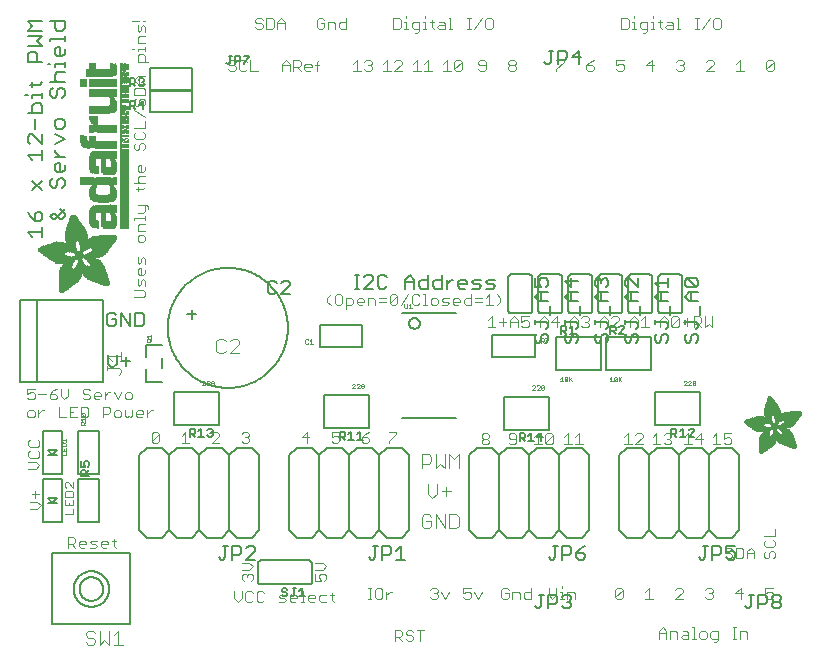
<source format=gbr>
G04 EAGLE Gerber RS-274X export*
G75*
%MOMM*%
%FSLAX34Y34*%
%LPD*%
%INSilkscreen Top*%
%IPPOS*%
%AMOC8*
5,1,8,0,0,1.08239X$1,22.5*%
G01*
%ADD10C,0.076200*%
%ADD11C,0.101600*%
%ADD12C,0.127000*%
%ADD13C,0.177800*%
%ADD14C,0.152400*%
%ADD15C,0.025400*%
%ADD16C,0.203200*%
%ADD17R,0.007600X0.068600*%
%ADD18R,0.007600X0.114300*%
%ADD19R,0.007700X0.152400*%
%ADD20R,0.007600X0.182900*%
%ADD21R,0.007600X0.205700*%
%ADD22R,0.007600X0.228600*%
%ADD23R,0.007600X0.259100*%
%ADD24R,0.007700X0.274300*%
%ADD25R,0.007600X0.289500*%
%ADD26R,0.007600X0.304800*%
%ADD27R,0.007600X0.320100*%
%ADD28R,0.007600X0.342900*%
%ADD29R,0.007700X0.350500*%
%ADD30R,0.007600X0.365800*%
%ADD31R,0.007600X0.381000*%
%ADD32R,0.007600X0.388600*%
%ADD33R,0.007600X0.403800*%
%ADD34R,0.007700X0.419100*%
%ADD35R,0.007600X0.426700*%
%ADD36R,0.007600X0.441900*%
%ADD37R,0.007600X0.449600*%
%ADD38R,0.007600X0.464800*%
%ADD39R,0.007700X0.480000*%
%ADD40R,0.007600X0.487600*%
%ADD41R,0.007600X0.495300*%
%ADD42R,0.007600X0.510500*%
%ADD43R,0.007600X0.518100*%
%ADD44R,0.007700X0.525700*%
%ADD45R,0.007600X0.541000*%
%ADD46R,0.007600X0.548600*%
%ADD47R,0.007600X0.563800*%
%ADD48R,0.007600X0.571500*%
%ADD49R,0.007700X0.579100*%
%ADD50R,0.007600X0.594300*%
%ADD51R,0.007600X0.601900*%
%ADD52R,0.007600X0.609600*%
%ADD53R,0.007600X0.624800*%
%ADD54R,0.007700X0.632400*%
%ADD55R,0.007600X0.640000*%
%ADD56R,0.007600X0.655300*%
%ADD57R,0.007600X0.662900*%
%ADD58R,0.007600X0.678100*%
%ADD59R,0.007700X0.685800*%
%ADD60R,0.007600X0.693400*%
%ADD61R,0.007600X0.708600*%
%ADD62R,0.007600X0.716200*%
%ADD63R,0.007600X0.723900*%
%ADD64R,0.007700X0.739100*%
%ADD65R,0.007600X0.746700*%
%ADD66R,0.007600X0.754300*%
%ADD67R,0.007600X0.769600*%
%ADD68R,0.007600X0.777200*%
%ADD69R,0.007700X0.792400*%
%ADD70R,0.007600X0.800100*%
%ADD71R,0.007600X0.807700*%
%ADD72R,0.007600X0.822900*%
%ADD73R,0.007600X0.830500*%
%ADD74R,0.007700X0.838200*%
%ADD75R,0.007600X0.091500*%
%ADD76R,0.007600X0.853400*%
%ADD77R,0.007600X0.144700*%
%ADD78R,0.007600X0.861000*%
%ADD79R,0.007600X0.190500*%
%ADD80R,0.007600X0.876300*%
%ADD81R,0.007600X0.221000*%
%ADD82R,0.007600X0.883900*%
%ADD83R,0.007700X0.259000*%
%ADD84R,0.007700X0.891500*%
%ADD85R,0.007600X0.289600*%
%ADD86R,0.007600X0.906700*%
%ADD87R,0.007600X0.914400*%
%ADD88R,0.007600X0.350500*%
%ADD89R,0.007600X0.922000*%
%ADD90R,0.007600X0.937200*%
%ADD91R,0.007700X0.411400*%
%ADD92R,0.007700X0.944800*%
%ADD93R,0.007600X0.434300*%
%ADD94R,0.007600X0.952500*%
%ADD95R,0.007600X0.464900*%
%ADD96R,0.007600X0.967700*%
%ADD97R,0.007600X0.975300*%
%ADD98R,0.007600X0.518200*%
%ADD99R,0.007600X0.990600*%
%ADD100R,0.007700X0.548600*%
%ADD101R,0.007700X0.998200*%
%ADD102R,0.007600X1.005800*%
%ADD103R,0.007600X0.594400*%
%ADD104R,0.007600X1.021000*%
%ADD105R,0.007600X0.617200*%
%ADD106R,0.007600X1.028700*%
%ADD107R,0.007600X0.647700*%
%ADD108R,0.007600X1.036300*%
%ADD109R,0.007700X0.670500*%
%ADD110R,0.007700X1.051500*%
%ADD111R,0.007600X1.059100*%
%ADD112R,0.007600X0.716300*%
%ADD113R,0.007600X1.066800*%
%ADD114R,0.007600X0.739100*%
%ADD115R,0.007600X1.074400*%
%ADD116R,0.007600X0.762000*%
%ADD117R,0.007600X1.089600*%
%ADD118R,0.007700X0.784800*%
%ADD119R,0.007700X1.097200*%
%ADD120R,0.007600X1.104900*%
%ADD121R,0.007600X0.830600*%
%ADD122R,0.007600X1.112500*%
%ADD123R,0.007600X0.845800*%
%ADD124R,0.007600X1.120100*%
%ADD125R,0.007600X0.868700*%
%ADD126R,0.007600X1.127700*%
%ADD127R,0.007700X1.135300*%
%ADD128R,0.007600X1.143000*%
%ADD129R,0.007600X0.944900*%
%ADD130R,0.007600X1.150600*%
%ADD131R,0.007600X0.960100*%
%ADD132R,0.007600X1.158200*%
%ADD133R,0.007600X0.983000*%
%ADD134R,0.007600X1.165800*%
%ADD135R,0.007700X1.005900*%
%ADD136R,0.007700X1.173400*%
%ADD137R,0.007600X1.021100*%
%ADD138R,0.007600X1.181100*%
%ADD139R,0.007600X1.044000*%
%ADD140R,0.007600X1.188700*%
%ADD141R,0.007600X1.196300*%
%ADD142R,0.007600X1.082000*%
%ADD143R,0.007600X1.203900*%
%ADD144R,0.007700X1.104900*%
%ADD145R,0.007700X1.211500*%
%ADD146R,0.007600X1.211500*%
%ADD147R,0.007600X1.219200*%
%ADD148R,0.007600X1.226800*%
%ADD149R,0.007600X1.234400*%
%ADD150R,0.007700X1.188700*%
%ADD151R,0.007700X1.242000*%
%ADD152R,0.007600X1.242000*%
%ADD153R,0.007600X1.211600*%
%ADD154R,0.007600X1.249600*%
%ADD155R,0.007600X1.257300*%
%ADD156R,0.007600X1.264900*%
%ADD157R,0.007700X1.242100*%
%ADD158R,0.007700X1.264900*%
%ADD159R,0.007600X1.272500*%
%ADD160R,0.007600X1.265000*%
%ADD161R,0.007600X1.280100*%
%ADD162R,0.007600X1.272600*%
%ADD163R,0.007600X1.287700*%
%ADD164R,0.007600X1.287800*%
%ADD165R,0.007700X1.295400*%
%ADD166R,0.007600X1.303000*%
%ADD167R,0.007600X1.318200*%
%ADD168R,0.007600X1.310600*%
%ADD169R,0.007600X1.325900*%
%ADD170R,0.007700X1.341100*%
%ADD171R,0.007700X1.318200*%
%ADD172R,0.007600X1.341100*%
%ADD173R,0.007600X1.325800*%
%ADD174R,0.007600X1.348700*%
%ADD175R,0.007600X1.364000*%
%ADD176R,0.007600X1.333500*%
%ADD177R,0.007700X1.371600*%
%ADD178R,0.007600X1.379200*%
%ADD179R,0.007600X1.379300*%
%ADD180R,0.007600X1.386900*%
%ADD181R,0.007600X1.394500*%
%ADD182R,0.007600X1.356300*%
%ADD183R,0.007700X1.394400*%
%ADD184R,0.007700X1.356300*%
%ADD185R,0.007600X1.402000*%
%ADD186R,0.007600X1.409700*%
%ADD187R,0.007600X1.363900*%
%ADD188R,0.007600X1.417300*%
%ADD189R,0.007600X1.371600*%
%ADD190R,0.007700X1.424900*%
%ADD191R,0.007600X1.424900*%
%ADD192R,0.007600X1.432600*%
%ADD193R,0.007600X1.440200*%
%ADD194R,0.007600X1.386800*%
%ADD195R,0.007700X1.447800*%
%ADD196R,0.007700X1.386800*%
%ADD197R,0.007600X1.447800*%
%ADD198R,0.007600X1.455500*%
%ADD199R,0.007600X1.394400*%
%ADD200R,0.007600X1.463100*%
%ADD201R,0.007700X1.455400*%
%ADD202R,0.007600X1.463000*%
%ADD203R,0.007600X1.470600*%
%ADD204R,0.007700X1.470600*%
%ADD205R,0.007700X1.409700*%
%ADD206R,0.007600X1.470700*%
%ADD207R,0.007600X1.402100*%
%ADD208R,0.007600X1.478300*%
%ADD209R,0.007700X1.478300*%
%ADD210R,0.007700X1.402100*%
%ADD211R,0.007600X1.485900*%
%ADD212R,0.007700X1.485900*%
%ADD213R,0.007700X1.493500*%
%ADD214R,0.007600X1.493500*%
%ADD215R,0.007700X1.394500*%
%ADD216R,0.007700X1.493600*%
%ADD217R,0.007700X1.386900*%
%ADD218R,0.007700X1.379200*%
%ADD219R,0.007700X2.857500*%
%ADD220R,0.007600X2.857500*%
%ADD221R,0.007600X2.849900*%
%ADD222R,0.007600X2.842300*%
%ADD223R,0.007700X2.834700*%
%ADD224R,0.007600X2.827000*%
%ADD225R,0.007600X2.819400*%
%ADD226R,0.007600X2.811800*%
%ADD227R,0.007700X2.811800*%
%ADD228R,0.007600X2.804100*%
%ADD229R,0.007600X2.796500*%
%ADD230R,0.007600X1.966000*%
%ADD231R,0.007600X1.943100*%
%ADD232R,0.007600X0.754400*%
%ADD233R,0.007700X1.927900*%
%ADD234R,0.007700X0.746700*%
%ADD235R,0.007600X1.912600*%
%ADD236R,0.007600X0.731500*%
%ADD237R,0.007600X1.905000*%
%ADD238R,0.007600X1.882200*%
%ADD239R,0.007600X1.874600*%
%ADD240R,0.007700X1.866900*%
%ADD241R,0.007700X0.708700*%
%ADD242R,0.007600X1.851600*%
%ADD243R,0.007600X0.701100*%
%ADD244R,0.007600X1.844000*%
%ADD245R,0.007600X1.836400*%
%ADD246R,0.007600X1.821200*%
%ADD247R,0.007600X0.685800*%
%ADD248R,0.007700X1.813500*%
%ADD249R,0.007600X1.805900*%
%ADD250R,0.007600X0.678200*%
%ADD251R,0.007600X1.790700*%
%ADD252R,0.007600X0.670600*%
%ADD253R,0.007600X1.775500*%
%ADD254R,0.007700X1.767900*%
%ADD255R,0.007700X0.663000*%
%ADD256R,0.007600X1.760200*%
%ADD257R,0.007600X1.752600*%
%ADD258R,0.007600X0.937300*%
%ADD259R,0.007600X0.792500*%
%ADD260R,0.007600X0.899100*%
%ADD261R,0.007700X0.883900*%
%ADD262R,0.007700X0.716300*%
%ADD263R,0.007700X0.647700*%
%ADD264R,0.007600X0.640100*%
%ADD265R,0.007600X0.632500*%
%ADD266R,0.007600X0.655400*%
%ADD267R,0.007600X0.632400*%
%ADD268R,0.007700X0.845800*%
%ADD269R,0.007700X0.617200*%
%ADD270R,0.007700X0.624800*%
%ADD271R,0.007600X0.602000*%
%ADD272R,0.007600X0.838200*%
%ADD273R,0.007600X0.586700*%
%ADD274R,0.007600X0.548700*%
%ADD275R,0.007700X0.830500*%
%ADD276R,0.007700X0.541000*%
%ADD277R,0.007700X0.594300*%
%ADD278R,0.007600X0.525800*%
%ADD279R,0.007600X0.586800*%
%ADD280R,0.007600X0.815300*%
%ADD281R,0.007600X0.579200*%
%ADD282R,0.007600X0.815400*%
%ADD283R,0.007700X0.815400*%
%ADD284R,0.007700X0.571500*%
%ADD285R,0.007600X0.807800*%
%ADD286R,0.007600X0.563900*%
%ADD287R,0.007600X0.457200*%
%ADD288R,0.007600X0.442000*%
%ADD289R,0.007600X0.556300*%
%ADD290R,0.007700X0.807700*%
%ADD291R,0.007600X0.411500*%
%ADD292R,0.007600X0.533400*%
%ADD293R,0.007600X0.076200*%
%ADD294R,0.007600X0.403900*%
%ADD295R,0.007600X0.525700*%
%ADD296R,0.007600X0.388700*%
%ADD297R,0.007600X0.297200*%
%ADD298R,0.007700X0.373400*%
%ADD299R,0.007700X0.503000*%
%ADD300R,0.007700X0.426800*%
%ADD301R,0.007600X0.358100*%
%ADD302R,0.007600X0.502900*%
%ADD303R,0.007600X0.472400*%
%ADD304R,0.007600X0.487700*%
%ADD305R,0.007600X0.335300*%
%ADD306R,0.007700X0.792500*%
%ADD307R,0.007700X0.327600*%
%ADD308R,0.007700X0.472400*%
%ADD309R,0.007700X0.640000*%
%ADD310R,0.007600X0.784800*%
%ADD311R,0.007600X0.320000*%
%ADD312R,0.007600X0.792400*%
%ADD313R,0.007600X1.173400*%
%ADD314R,0.007600X1.196400*%
%ADD315R,0.007600X0.784900*%
%ADD316R,0.007700X0.784900*%
%ADD317R,0.007700X0.297200*%
%ADD318R,0.007600X1.249700*%
%ADD319R,0.007600X0.281900*%
%ADD320R,0.007600X1.295400*%
%ADD321R,0.007600X0.266700*%
%ADD322R,0.007700X0.777300*%
%ADD323R,0.007700X0.266700*%
%ADD324R,0.007700X1.333500*%
%ADD325R,0.007600X0.777300*%
%ADD326R,0.007600X1.348800*%
%ADD327R,0.007600X0.251500*%
%ADD328R,0.007700X0.243900*%
%ADD329R,0.007600X0.243900*%
%ADD330R,0.007600X1.440100*%
%ADD331R,0.007600X0.236200*%
%ADD332R,0.007700X0.762000*%
%ADD333R,0.007700X0.236200*%
%ADD334R,0.007700X1.508700*%
%ADD335R,0.007600X1.531600*%
%ADD336R,0.007600X1.546900*%
%ADD337R,0.007600X1.569700*%
%ADD338R,0.007600X1.585000*%
%ADD339R,0.007700X0.746800*%
%ADD340R,0.007700X1.607800*%
%ADD341R,0.007600X0.243800*%
%ADD342R,0.007600X1.630700*%
%ADD343R,0.007600X1.653500*%
%ADD344R,0.007600X0.739200*%
%ADD345R,0.007600X1.684000*%
%ADD346R,0.007600X2.019300*%
%ADD347R,0.007700X0.731500*%
%ADD348R,0.007700X2.026900*%
%ADD349R,0.007600X2.049800*%
%ADD350R,0.007600X2.057400*%
%ADD351R,0.007600X0.708700*%
%ADD352R,0.007600X2.072600*%
%ADD353R,0.007600X0.701000*%
%ADD354R,0.007600X2.095500*%
%ADD355R,0.007700X0.693500*%
%ADD356R,0.007700X2.110800*%
%ADD357R,0.007600X2.141200*%
%ADD358R,0.007600X0.060900*%
%ADD359R,0.007600X2.872700*%
%ADD360R,0.007600X3.124200*%
%ADD361R,0.007600X3.177600*%
%ADD362R,0.007700X3.215600*%
%ADD363R,0.007600X3.253700*%
%ADD364R,0.007600X3.284300*%
%ADD365R,0.007600X3.314700*%
%ADD366R,0.007600X3.352800*%
%ADD367R,0.007700X3.375600*%
%ADD368R,0.007600X3.406200*%
%ADD369R,0.007600X3.429000*%
%ADD370R,0.007600X3.451800*%
%ADD371R,0.007600X3.482400*%
%ADD372R,0.007700X1.828800*%
%ADD373R,0.007700X1.539300*%
%ADD374R,0.007600X1.767900*%
%ADD375R,0.007600X1.767800*%
%ADD376R,0.007700X1.760200*%
%ADD377R,0.007600X1.760300*%
%ADD378R,0.007700X1.775400*%
%ADD379R,0.007700X1.379300*%
%ADD380R,0.007600X1.783000*%
%ADD381R,0.007600X1.813500*%
%ADD382R,0.007700X1.821100*%
%ADD383R,0.007600X0.503000*%
%ADD384R,0.007600X1.135400*%
%ADD385R,0.007700X1.127700*%
%ADD386R,0.007700X0.487700*%
%ADD387R,0.007600X1.120200*%
%ADD388R,0.007600X1.097300*%
%ADD389R,0.007600X0.510600*%
%ADD390R,0.007700X1.074400*%
%ADD391R,0.007700X0.525800*%
%ADD392R,0.007700X1.440200*%
%ADD393R,0.007600X1.059200*%
%ADD394R,0.007600X1.051600*%
%ADD395R,0.007600X1.051500*%
%ADD396R,0.007700X1.043900*%
%ADD397R,0.007700X0.602000*%
%ADD398R,0.007600X1.524000*%
%ADD399R,0.007600X1.539300*%
%ADD400R,0.007600X1.592600*%
%ADD401R,0.007700X1.021100*%
%ADD402R,0.007700X1.615400*%
%ADD403R,0.007600X1.013400*%
%ADD404R,0.007600X1.653600*%
%ADD405R,0.007600X1.013500*%
%ADD406R,0.007600X1.699300*%
%ADD407R,0.007600X2.743200*%
%ADD408R,0.007600X1.005900*%
%ADD409R,0.007600X2.415500*%
%ADD410R,0.007700X1.005800*%
%ADD411R,0.007700X0.281900*%
%ADD412R,0.007700X2.408000*%
%ADD413R,0.007600X2.407900*%
%ADD414R,0.007600X0.998200*%
%ADD415R,0.007600X0.282000*%
%ADD416R,0.007600X0.998300*%
%ADD417R,0.007600X2.400300*%
%ADD418R,0.007700X0.289500*%
%ADD419R,0.007700X2.400300*%
%ADD420R,0.007600X0.297100*%
%ADD421R,0.007600X0.312400*%
%ADD422R,0.007600X2.392700*%
%ADD423R,0.007700X0.990600*%
%ADD424R,0.007700X0.327700*%
%ADD425R,0.007700X2.392700*%
%ADD426R,0.007600X2.385100*%
%ADD427R,0.007700X0.381000*%
%ADD428R,0.007700X2.377400*%
%ADD429R,0.007600X2.377400*%
%ADD430R,0.007600X2.369800*%
%ADD431R,0.007600X0.419100*%
%ADD432R,0.007600X2.362200*%
%ADD433R,0.007600X0.426800*%
%ADD434R,0.007700X1.036300*%
%ADD435R,0.007700X0.442000*%
%ADD436R,0.007700X2.354600*%
%ADD437R,0.007600X2.354600*%
%ADD438R,0.007600X0.480100*%
%ADD439R,0.007600X2.347000*%
%ADD440R,0.007600X1.074500*%
%ADD441R,0.007600X2.339400*%
%ADD442R,0.007700X1.082100*%
%ADD443R,0.007700X0.548700*%
%ADD444R,0.007700X2.331800*%
%ADD445R,0.007600X2.331800*%
%ADD446R,0.007600X0.624900*%
%ADD447R,0.007600X2.324100*%
%ADD448R,0.007600X1.859300*%
%ADD449R,0.007600X2.308800*%
%ADD450R,0.007700X2.301200*%
%ADD451R,0.007600X2.301200*%
%ADD452R,0.007600X2.293600*%
%ADD453R,0.007600X2.278400*%
%ADD454R,0.007600X1.889800*%
%ADD455R,0.007600X2.270700*%
%ADD456R,0.007700X1.897400*%
%ADD457R,0.007700X2.255500*%
%ADD458R,0.007600X1.897400*%
%ADD459R,0.007600X2.247900*%
%ADD460R,0.007600X2.232600*%
%ADD461R,0.007600X1.912700*%
%ADD462R,0.007600X2.209800*%
%ADD463R,0.007600X1.920300*%
%ADD464R,0.007600X2.186900*%
%ADD465R,0.007700X1.920300*%
%ADD466R,0.007700X2.171700*%
%ADD467R,0.007600X1.935500*%
%ADD468R,0.007600X2.148800*%
%ADD469R,0.007600X2.126000*%
%ADD470R,0.007600X1.950700*%
%ADD471R,0.007700X1.958400*%
%ADD472R,0.007700X2.042200*%
%ADD473R,0.007600X1.973600*%
%ADD474R,0.007600X1.996500*%
%ADD475R,0.007600X1.981200*%
%ADD476R,0.007600X1.988800*%
%ADD477R,0.007700X1.996400*%
%ADD478R,0.007600X1.996400*%
%ADD479R,0.007600X2.004100*%
%ADD480R,0.007600X1.874500*%
%ADD481R,0.007600X1.425000*%
%ADD482R,0.007600X2.026900*%
%ADD483R,0.007700X0.434400*%
%ADD484R,0.007700X1.364000*%
%ADD485R,0.007600X2.034500*%
%ADD486R,0.007600X0.434400*%
%ADD487R,0.007600X2.049700*%
%ADD488R,0.007700X2.065000*%
%ADD489R,0.007700X0.464800*%
%ADD490R,0.007700X1.196300*%
%ADD491R,0.007600X2.080300*%
%ADD492R,0.007600X1.158300*%
%ADD493R,0.007600X2.087900*%
%ADD494R,0.007600X0.472500*%
%ADD495R,0.007600X2.103100*%
%ADD496R,0.007600X2.118400*%
%ADD497R,0.007600X2.133600*%
%ADD498R,0.007700X2.148800*%
%ADD499R,0.007600X2.164000*%
%ADD500R,0.007600X2.171700*%
%ADD501R,0.007600X2.187000*%
%ADD502R,0.007600X0.556200*%
%ADD503R,0.007700X2.202200*%
%ADD504R,0.007700X0.556200*%
%ADD505R,0.007700X0.640100*%
%ADD506R,0.007600X0.579100*%
%ADD507R,0.007600X0.480000*%
%ADD508R,0.007700X1.752600*%
%ADD509R,0.007700X0.487600*%
%ADD510R,0.007700X0.594400*%
%ADD511R,0.007700X0.358100*%
%ADD512R,0.007600X0.099000*%
%ADD513R,0.007600X1.280200*%
%ADD514R,0.007600X1.745000*%
%ADD515R,0.007600X1.744900*%
%ADD516R,0.007700X1.737300*%
%ADD517R,0.007600X1.737400*%
%ADD518R,0.007600X1.729800*%
%ADD519R,0.007600X1.722200*%
%ADD520R,0.007600X1.722100*%
%ADD521R,0.007700X1.714500*%
%ADD522R,0.007700X1.356400*%
%ADD523R,0.007600X1.706900*%
%ADD524R,0.007600X1.356400*%
%ADD525R,0.007600X1.691700*%
%ADD526R,0.007700X1.668800*%
%ADD527R,0.007600X1.645900*%
%ADD528R,0.007600X1.623100*%
%ADD529R,0.007600X1.577400*%
%ADD530R,0.007600X1.554400*%
%ADD531R,0.007600X1.539200*%
%ADD532R,0.007700X1.524000*%
%ADD533R,0.007600X1.501100*%
%ADD534R,0.007600X1.455400*%
%ADD535R,0.007700X1.348800*%
%ADD536R,0.007600X1.318300*%
%ADD537R,0.007700X1.310600*%
%ADD538R,0.007700X1.287800*%
%ADD539R,0.007600X1.234500*%
%ADD540R,0.007600X1.226900*%
%ADD541R,0.007700X1.173500*%
%ADD542R,0.007600X1.173500*%
%ADD543R,0.007600X1.165900*%
%ADD544R,0.007700X1.143000*%
%ADD545R,0.007600X1.127800*%
%ADD546R,0.007600X1.097200*%
%ADD547R,0.007700X1.028700*%
%ADD548R,0.007600X0.982900*%
%ADD549R,0.007700X0.952500*%
%ADD550R,0.007600X0.929600*%
%ADD551R,0.007700X0.906800*%
%ADD552R,0.007600X0.906800*%
%ADD553R,0.007600X0.899200*%
%ADD554R,0.007600X0.884000*%
%ADD555R,0.007700X0.876300*%
%ADD556R,0.007700X0.830600*%
%ADD557R,0.007700X0.754400*%
%ADD558R,0.007600X0.746800*%
%ADD559R,0.007700X0.708600*%
%ADD560R,0.007700X0.678200*%
%ADD561R,0.007600X0.663000*%
%ADD562R,0.007700X0.632500*%
%ADD563R,0.007700X0.556300*%
%ADD564R,0.007700X0.518200*%
%ADD565R,0.007700X0.434300*%
%ADD566R,0.007700X0.396300*%
%ADD567R,0.007600X0.373300*%
%ADD568R,0.007600X0.365700*%
%ADD569R,0.007600X0.327700*%
%ADD570R,0.007700X0.304800*%
%ADD571R,0.007600X0.274300*%
%ADD572R,0.007700X0.243800*%
%ADD573R,0.007600X0.205800*%
%ADD574R,0.007600X0.152400*%
%ADD575R,0.007700X0.121900*%
%ADD576C,0.050800*%
%ADD577R,0.016800X6.839700*%
%ADD578R,0.016800X0.268300*%
%ADD579R,0.016800X0.268200*%
%ADD580R,0.016800X0.251500*%
%ADD581R,0.016800X0.301800*%
%ADD582R,0.016800X0.251400*%
%ADD583R,0.016800X0.285000*%
%ADD584R,0.016800X0.301700*%
%ADD585R,0.016800X0.419100*%
%ADD586R,0.016800X0.318500*%
%ADD587R,0.016800X0.586700*%
%ADD588R,0.016800X0.586800*%
%ADD589R,0.016700X6.839700*%
%ADD590R,0.016700X0.268300*%
%ADD591R,0.016700X0.251400*%
%ADD592R,0.016700X0.251500*%
%ADD593R,0.016700X0.301800*%
%ADD594R,0.016700X0.285000*%
%ADD595R,0.016700X0.301700*%
%ADD596R,0.016700X0.419100*%
%ADD597R,0.016700X0.318500*%
%ADD598R,0.016700X0.586700*%
%ADD599R,0.016700X0.586800*%
%ADD600R,0.016800X0.318600*%
%ADD601R,0.016800X0.569900*%
%ADD602R,0.016800X0.335300*%
%ADD603R,0.016800X0.234700*%
%ADD604R,0.016700X0.234700*%
%ADD605R,0.016700X0.016700*%
%ADD606R,0.016700X0.318600*%
%ADD607R,0.016700X0.569900*%
%ADD608R,0.016700X0.335300*%
%ADD609R,0.016800X0.217900*%
%ADD610R,0.016800X0.033500*%
%ADD611R,0.016800X0.570000*%
%ADD612R,0.016700X0.201100*%
%ADD613R,0.016700X0.050300*%
%ADD614R,0.016700X0.670500*%
%ADD615R,0.016700X1.005800*%
%ADD616R,0.016700X0.570000*%
%ADD617R,0.016800X0.201100*%
%ADD618R,0.016800X0.067000*%
%ADD619R,0.016800X0.670500*%
%ADD620R,0.016800X1.005800*%
%ADD621R,0.016800X0.184400*%
%ADD622R,0.016800X0.989000*%
%ADD623R,0.016700X0.184400*%
%ADD624R,0.016700X0.067000*%
%ADD625R,0.016700X0.989000*%
%ADD626R,0.016800X0.167600*%
%ADD627R,0.016800X0.083800*%
%ADD628R,0.016800X0.637000*%
%ADD629R,0.016800X0.955500*%
%ADD630R,0.016800X0.150800*%
%ADD631R,0.016800X0.100600*%
%ADD632R,0.016800X0.536400*%
%ADD633R,0.016800X0.854900*%
%ADD634R,0.016700X0.150800*%
%ADD635R,0.016700X0.100600*%
%ADD636R,0.016700X0.352000*%
%ADD637R,0.016700X0.435900*%
%ADD638R,0.016700X0.402400*%
%ADD639R,0.016700X0.368800*%
%ADD640R,0.016800X0.134100*%
%ADD641R,0.016800X0.117300*%
%ADD642R,0.016800X0.435900*%
%ADD643R,0.016800X0.368900*%
%ADD644R,0.016800X0.603500*%
%ADD645R,0.016700X0.134100*%
%ADD646R,0.016700X0.117300*%
%ADD647R,0.016700X0.452600*%
%ADD648R,0.016700X0.620300*%
%ADD649R,0.016800X0.284900*%
%ADD650R,0.016800X0.486200*%
%ADD651R,0.016800X0.653800*%
%ADD652R,0.016800X0.804700*%
%ADD653R,0.016700X0.150900*%
%ADD654R,0.016700X0.268200*%
%ADD655R,0.016700X0.737600*%
%ADD656R,0.016700X0.603500*%
%ADD657R,0.016700X0.922000*%
%ADD658R,0.016800X0.150900*%
%ADD659R,0.016800X0.821400*%
%ADD660R,0.016800X0.972300*%
%ADD661R,0.016800X0.989100*%
%ADD662R,0.016700X0.083800*%
%ADD663R,0.016700X0.167600*%
%ADD664R,0.016700X0.821400*%
%ADD665R,0.016700X0.989100*%
%ADD666R,0.016700X0.201200*%
%ADD667R,0.016800X0.050300*%
%ADD668R,0.016800X0.201200*%
%ADD669R,0.016700X0.217900*%
%ADD670R,0.016700X0.284900*%
%ADD671R,0.016800X0.352100*%
%ADD672R,0.016800X0.620300*%
%ADD673R,0.016800X0.385600*%
%ADD674R,0.016800X0.335200*%
%ADD675R,0.016700X0.385600*%
%ADD676R,0.016700X0.687400*%
%ADD677R,0.016800X13.998000*%
%ADD678R,0.016700X13.998000*%
%ADD679R,0.016700X0.637000*%
%ADD680R,0.016700X0.486100*%
%ADD681R,0.016700X0.637100*%
%ADD682R,0.016700X0.519700*%
%ADD683R,0.016700X0.536500*%
%ADD684R,0.016800X0.787900*%
%ADD685R,0.016800X0.687400*%
%ADD686R,0.016800X0.771200*%
%ADD687R,0.016800X0.637100*%
%ADD688R,0.016800X0.720800*%
%ADD689R,0.016800X0.704100*%
%ADD690R,0.016800X0.754400*%
%ADD691R,0.016700X0.838200*%
%ADD692R,0.016700X0.871800*%
%ADD693R,0.016700X0.871700*%
%ADD694R,0.016800X0.402400*%
%ADD695R,0.016800X0.922100*%
%ADD696R,0.016800X0.938800*%
%ADD697R,0.016700X0.938800*%
%ADD698R,0.016700X1.022600*%
%ADD699R,0.016700X0.972400*%
%ADD700R,0.016700X0.972300*%
%ADD701R,0.016800X0.469400*%
%ADD702R,0.016800X1.072900*%
%ADD703R,0.016800X1.022600*%
%ADD704R,0.016800X1.005900*%
%ADD705R,0.016800X0.502900*%
%ADD706R,0.016800X1.123200*%
%ADD707R,0.016800X1.056200*%
%ADD708R,0.016800X1.123100*%
%ADD709R,0.016700X1.139900*%
%ADD710R,0.016700X1.089600*%
%ADD711R,0.016800X0.553200*%
%ADD712R,0.016800X1.190200*%
%ADD713R,0.016800X1.190300*%
%ADD714R,0.016800X1.039400*%
%ADD715R,0.016800X1.223700*%
%ADD716R,0.016800X1.173500*%
%ADD717R,0.016800X1.223800*%
%ADD718R,0.016700X1.240500*%
%ADD719R,0.016700X1.173500*%
%ADD720R,0.016700X1.240600*%
%ADD721R,0.016700X1.190300*%
%ADD722R,0.016700X1.056200*%
%ADD723R,0.016800X1.274100*%
%ADD724R,0.016800X1.274000*%
%ADD725R,0.016800X1.307600*%
%ADD726R,0.016800X1.257300*%
%ADD727R,0.016800X1.324400*%
%ADD728R,0.016700X0.687300*%
%ADD729R,0.016700X1.324400*%
%ADD730R,0.016700X1.307500*%
%ADD731R,0.016700X1.274100*%
%ADD732R,0.016700X1.072900*%
%ADD733R,0.016800X2.011600*%
%ADD734R,0.016800X1.324300*%
%ADD735R,0.016800X1.978100*%
%ADD736R,0.016700X2.011600*%
%ADD737R,0.016700X1.357900*%
%ADD738R,0.016700X1.994900*%
%ADD739R,0.016700X1.341200*%
%ADD740R,0.016700X1.089700*%
%ADD741R,0.016800X0.754300*%
%ADD742R,0.016800X1.994900*%
%ADD743R,0.016800X1.995000*%
%ADD744R,0.016800X1.089700*%
%ADD745R,0.016700X0.787900*%
%ADD746R,0.016700X1.995000*%
%ADD747R,0.016800X2.028400*%
%ADD748R,0.016800X2.011700*%
%ADD749R,0.016800X1.106500*%
%ADD750R,0.016700X2.028400*%
%ADD751R,0.016700X2.011700*%
%ADD752R,0.016700X1.106500*%
%ADD753R,0.016800X0.888400*%
%ADD754R,0.016800X0.922000*%
%ADD755R,0.016700X0.938700*%
%ADD756R,0.016800X2.045200*%
%ADD757R,0.016800X0.938700*%
%ADD758R,0.016700X0.670600*%
%ADD759R,0.016700X0.888500*%
%ADD760R,0.016700X2.045200*%
%ADD761R,0.016700X0.888400*%
%ADD762R,0.016800X0.804600*%
%ADD763R,0.016800X2.028500*%
%ADD764R,0.016700X1.056100*%
%ADD765R,0.016700X0.771100*%
%ADD766R,0.016700X0.754300*%
%ADD767R,0.016700X2.028500*%
%ADD768R,0.016700X0.737700*%
%ADD769R,0.016800X1.072800*%
%ADD770R,0.016800X0.871700*%
%ADD771R,0.016800X0.737600*%
%ADD772R,0.016800X0.871800*%
%ADD773R,0.016800X1.089600*%
%ADD774R,0.016800X0.704000*%
%ADD775R,0.016800X0.687300*%
%ADD776R,0.016800X0.670600*%
%ADD777R,0.016700X1.123100*%
%ADD778R,0.016700X0.720800*%
%ADD779R,0.016700X0.653700*%
%ADD780R,0.016700X0.653800*%
%ADD781R,0.016800X1.139900*%
%ADD782R,0.016800X1.173400*%
%ADD783R,0.016700X1.190200*%
%ADD784R,0.016800X1.207000*%
%ADD785R,0.016800X1.240500*%
%ADD786R,0.016700X0.469400*%
%ADD787R,0.016700X1.274000*%
%ADD788R,0.016800X0.519600*%
%ADD789R,0.016800X1.341100*%
%ADD790R,0.016700X0.771200*%
%ADD791R,0.016700X1.374600*%
%ADD792R,0.016800X0.838200*%
%ADD793R,0.016800X1.391400*%
%ADD794R,0.016800X1.424900*%
%ADD795R,0.016700X1.441700*%
%ADD796R,0.016800X1.475200*%
%ADD797R,0.016700X1.491900*%
%ADD798R,0.016800X1.525500*%
%ADD799R,0.016700X1.559000*%
%ADD800R,0.016800X1.575800*%
%ADD801R,0.016700X1.307600*%
%ADD802R,0.016700X1.592500*%
%ADD803R,0.016800X1.374700*%
%ADD804R,0.016800X1.609300*%
%ADD805R,0.016800X1.408200*%
%ADD806R,0.016800X1.626100*%
%ADD807R,0.016700X1.626100*%
%ADD808R,0.016800X1.508800*%
%ADD809R,0.016800X1.659600*%
%ADD810R,0.016800X1.559000*%
%ADD811R,0.016800X1.676400*%
%ADD812R,0.016700X1.575800*%
%ADD813R,0.016700X1.676400*%
%ADD814R,0.016700X1.978100*%
%ADD815R,0.016800X1.693100*%
%ADD816R,0.016800X1.642800*%
%ADD817R,0.016800X1.709900*%
%ADD818R,0.016800X1.961300*%
%ADD819R,0.016700X1.726600*%
%ADD820R,0.016700X1.961300*%
%ADD821R,0.016800X1.693200*%
%ADD822R,0.016800X1.726600*%
%ADD823R,0.016800X1.944600*%
%ADD824R,0.016700X1.726700*%
%ADD825R,0.016700X1.743400*%
%ADD826R,0.016700X1.944600*%
%ADD827R,0.016800X1.726700*%
%ADD828R,0.016800X1.760200*%
%ADD829R,0.016800X1.927800*%
%ADD830R,0.016800X1.911000*%
%ADD831R,0.016700X1.793700*%
%ADD832R,0.016700X1.776900*%
%ADD833R,0.016700X1.911100*%
%ADD834R,0.016700X1.894300*%
%ADD835R,0.016800X1.793800*%
%ADD836R,0.016800X1.776900*%
%ADD837R,0.016800X1.911100*%
%ADD838R,0.016800X1.894300*%
%ADD839R,0.016800X1.827300*%
%ADD840R,0.016800X1.810500*%
%ADD841R,0.016800X1.877500*%
%ADD842R,0.016700X1.844100*%
%ADD843R,0.016700X1.810500*%
%ADD844R,0.016700X1.860800*%
%ADD845R,0.016700X1.844000*%
%ADD846R,0.016800X1.860900*%
%ADD847R,0.016800X1.844000*%
%ADD848R,0.016800X1.827200*%
%ADD849R,0.016800X1.860800*%
%ADD850R,0.016800X1.793700*%
%ADD851R,0.016700X1.877600*%
%ADD852R,0.016700X1.827200*%
%ADD853R,0.016700X1.927800*%
%ADD854R,0.016800X1.927900*%
%ADD855R,0.016700X1.944700*%
%ADD856R,0.016700X1.877500*%
%ADD857R,0.016800X1.961400*%
%ADD858R,0.016700X1.961400*%
%ADD859R,0.016800X1.978200*%
%ADD860R,0.016700X1.911000*%
%ADD861R,0.016800X0.620200*%
%ADD862R,0.016800X1.425000*%
%ADD863R,0.016700X0.620200*%
%ADD864R,0.016700X1.425000*%
%ADD865R,0.016800X0.653700*%
%ADD866R,0.016700X0.704100*%
%ADD867R,0.016700X0.804700*%
%ADD868R,0.016800X0.905200*%
%ADD869R,0.016800X1.894400*%
%ADD870R,0.016700X1.927900*%
%ADD871R,0.016800X1.877600*%
%ADD872R,0.016800X3.889300*%
%ADD873R,0.016700X3.872500*%
%ADD874R,0.016800X3.872500*%
%ADD875R,0.016700X3.855700*%
%ADD876R,0.016700X0.754400*%
%ADD877R,0.016800X3.855700*%
%ADD878R,0.016800X3.839000*%
%ADD879R,0.016800X0.720900*%
%ADD880R,0.016700X3.822200*%
%ADD881R,0.016800X2.715700*%
%ADD882R,0.016800X2.632000*%
%ADD883R,0.016800X1.290800*%
%ADD884R,0.016700X2.615200*%
%ADD885R,0.016700X1.257300*%
%ADD886R,0.016800X2.581700*%
%ADD887R,0.016800X1.240600*%
%ADD888R,0.016800X2.564900*%
%ADD889R,0.016800X1.760300*%
%ADD890R,0.016700X2.531400*%
%ADD891R,0.016700X1.156700*%
%ADD892R,0.016800X2.514600*%
%ADD893R,0.016800X0.955600*%
%ADD894R,0.016800X2.497800*%
%ADD895R,0.016800X1.659700*%
%ADD896R,0.016700X2.464300*%
%ADD897R,0.016700X1.039300*%
%ADD898R,0.016800X2.447500*%
%ADD899R,0.016800X1.592500*%
%ADD900R,0.016800X0.536500*%
%ADD901R,0.016700X2.430800*%
%ADD902R,0.016700X1.559100*%
%ADD903R,0.016700X1.542300*%
%ADD904R,0.016700X0.502900*%
%ADD905R,0.016800X2.414000*%
%ADD906R,0.016800X0.905300*%
%ADD907R,0.016800X1.508700*%
%ADD908R,0.016800X0.888500*%
%ADD909R,0.016800X2.397300*%
%ADD910R,0.016800X1.441700*%
%ADD911R,0.016800X0.452700*%
%ADD912R,0.016700X1.290900*%
%ADD913R,0.016800X1.156700*%
%ADD914R,0.016800X0.855000*%
%ADD915R,0.016700X1.123200*%
%ADD916R,0.016700X0.720900*%
%ADD917R,0.016800X1.106400*%
%ADD918R,0.016700X1.106400*%
%ADD919R,0.016800X0.771100*%
%ADD920R,0.016700X0.435800*%
%ADD921R,0.016700X1.592600*%
%ADD922R,0.016800X0.435800*%
%ADD923R,0.016800X1.642900*%
%ADD924R,0.016800X0.402300*%
%ADD925R,0.016700X1.793800*%
%ADD926R,0.016800X0.368800*%
%ADD927R,0.016800X1.056100*%
%ADD928R,0.016700X1.039400*%
%ADD929R,0.016800X2.078800*%
%ADD930R,0.016700X0.335200*%
%ADD931R,0.016700X2.145800*%
%ADD932R,0.016800X2.162600*%
%ADD933R,0.016800X0.352000*%
%ADD934R,0.016800X2.212800*%
%ADD935R,0.016700X2.279900*%
%ADD936R,0.016800X2.330200*%
%ADD937R,0.016800X2.799500*%
%ADD938R,0.016700X2.816300*%
%ADD939R,0.016700X0.955500*%
%ADD940R,0.016800X2.849900*%
%ADD941R,0.016800X2.916900*%
%ADD942R,0.016700X4.224500*%
%ADD943R,0.016800X4.291600*%
%ADD944R,0.016800X4.409000*%
%ADD945R,0.016700X4.509500*%
%ADD946R,0.016800X4.526300*%
%ADD947R,0.016700X4.626800*%
%ADD948R,0.016800X4.693900*%
%ADD949R,0.016800X4.727400*%
%ADD950R,0.016700X2.548200*%
%ADD951R,0.016700X2.179300*%
%ADD952R,0.016800X2.430800*%
%ADD953R,0.016700X2.414000*%
%ADD954R,0.016800X2.414100*%
%ADD955R,0.016700X2.430700*%
%ADD956R,0.016700X2.447600*%
%ADD957R,0.016800X1.559100*%
%ADD958R,0.016700X1.525500*%
%ADD959R,0.016800X1.492000*%
%ADD960R,0.016800X1.491900*%
%ADD961R,0.016700X1.458500*%
%ADD962R,0.016800X2.061900*%
%ADD963R,0.016700X1.408100*%
%ADD964R,0.016700X0.905200*%
%ADD965R,0.016700X2.112300*%
%ADD966R,0.016800X2.179300*%
%ADD967R,0.016700X1.408200*%
%ADD968R,0.016700X2.212900*%
%ADD969R,0.016800X1.140000*%
%ADD970R,0.016800X3.319300*%
%ADD971R,0.016700X1.374700*%
%ADD972R,0.016700X0.402300*%
%ADD973R,0.016700X3.302500*%
%ADD974R,0.016800X3.285700*%
%ADD975R,0.016800X1.357900*%
%ADD976R,0.016800X3.269000*%
%ADD977R,0.016700X3.285800*%
%ADD978R,0.016800X3.268900*%
%ADD979R,0.016700X0.452700*%
%ADD980R,0.016700X3.268900*%
%ADD981R,0.016700X1.391400*%
%ADD982R,0.016700X3.269000*%
%ADD983R,0.016800X1.374600*%
%ADD984R,0.016800X0.519700*%
%ADD985R,0.016800X3.252200*%
%ADD986R,0.016800X3.235400*%
%ADD987R,0.016700X3.235400*%
%ADD988R,0.016800X3.218600*%
%ADD989R,0.016800X3.201900*%
%ADD990R,0.016700X3.201900*%
%ADD991R,0.016800X1.458500*%
%ADD992R,0.016800X1.525600*%
%ADD993R,0.016800X3.185100*%
%ADD994R,0.016700X2.531300*%
%ADD995R,0.016700X3.168400*%
%ADD996R,0.016800X2.531300*%
%ADD997R,0.016800X3.151600*%
%ADD998R,0.016800X2.548100*%
%ADD999R,0.016800X3.134900*%
%ADD1000R,0.016700X2.564900*%
%ADD1001R,0.016700X3.118100*%
%ADD1002R,0.016800X2.581600*%
%ADD1003R,0.016800X3.101400*%
%ADD1004R,0.016700X2.598400*%
%ADD1005R,0.016700X3.067900*%
%ADD1006R,0.016800X2.598400*%
%ADD1007R,0.016800X3.034300*%
%ADD1008R,0.016800X2.615100*%
%ADD1009R,0.016800X3.000800*%
%ADD1010R,0.016700X2.631900*%
%ADD1011R,0.016700X2.950500*%
%ADD1012R,0.016800X2.648700*%
%ADD1013R,0.016800X2.900200*%
%ADD1014R,0.016800X2.665500*%
%ADD1015R,0.016700X2.682200*%
%ADD1016R,0.016700X2.799600*%
%ADD1017R,0.016800X2.699000*%
%ADD1018R,0.016800X2.732500*%
%ADD1019R,0.016700X2.749300*%
%ADD1020R,0.016700X2.632000*%
%ADD1021R,0.016800X2.749300*%
%ADD1022R,0.016700X2.766100*%
%ADD1023R,0.016800X2.766100*%
%ADD1024R,0.016800X2.481100*%
%ADD1025R,0.016800X2.782900*%
%ADD1026R,0.016700X2.380500*%
%ADD1027R,0.016800X2.833100*%
%ADD1028R,0.016800X1.592600*%
%ADD1029R,0.016700X2.849900*%
%ADD1030R,0.016800X2.883400*%
%ADD1031R,0.016700X2.917000*%
%ADD1032R,0.016800X2.933700*%
%ADD1033R,0.016800X2.967200*%
%ADD1034R,0.016700X2.967200*%
%ADD1035R,0.016700X3.017500*%
%ADD1036R,0.016800X3.051000*%
%ADD1037R,0.016800X0.788000*%
%ADD1038R,0.016800X3.084600*%
%ADD1039R,0.016700X2.397300*%
%ADD1040R,0.016800X2.397200*%
%ADD1041R,0.016700X1.760200*%
%ADD1042R,0.016700X2.397200*%
%ADD1043R,0.016700X1.827300*%
%ADD1044R,0.016800X2.380500*%
%ADD1045R,0.016800X2.363700*%
%ADD1046R,0.016700X2.363700*%
%ADD1047R,0.016800X2.346900*%
%ADD1048R,0.016700X2.296600*%
%ADD1049R,0.016800X2.279900*%
%ADD1050R,0.016800X2.246300*%
%ADD1051R,0.016700X2.229600*%
%ADD1052R,0.016800X2.129100*%
%ADD1053R,0.016800X2.112300*%
%ADD1054R,0.016700X1.609300*%
%ADD1055R,0.016800X1.743400*%
%ADD1056R,0.016700X1.693100*%
%ADD1057R,0.016700X1.659700*%
%ADD1058R,0.016800X1.575900*%
%ADD1059R,0.016700X1.575900*%
%ADD1060R,0.016700X1.475200*%
%ADD1061R,0.016700X1.324300*%
%ADD1062R,0.016700X1.290800*%
%ADD1063R,0.016700X1.207000*%
%ADD1064R,0.016700X0.854900*%
%ADD1065R,0.016700X0.821500*%
%ADD1066R,0.016800X0.821500*%
%ADD1067R,0.016800X0.218000*%


D10*
X542671Y268351D02*
X542671Y274622D01*
X545806Y277757D01*
X548942Y274622D01*
X548942Y268351D01*
X548942Y273054D02*
X542671Y273054D01*
X552026Y269919D02*
X552026Y276189D01*
X553594Y277757D01*
X556729Y277757D01*
X558297Y276189D01*
X558297Y269919D01*
X556729Y268351D01*
X553594Y268351D01*
X552026Y269919D01*
X558297Y276189D01*
X517271Y274622D02*
X517271Y268351D01*
X517271Y274622D02*
X520406Y277757D01*
X523542Y274622D01*
X523542Y268351D01*
X523542Y273054D02*
X517271Y273054D01*
X526626Y274622D02*
X529762Y277757D01*
X529762Y268351D01*
X532897Y268351D02*
X526626Y268351D01*
X491871Y268351D02*
X491871Y274622D01*
X495006Y277757D01*
X498142Y274622D01*
X498142Y268351D01*
X498142Y273054D02*
X491871Y273054D01*
X501226Y268351D02*
X507497Y268351D01*
X501226Y268351D02*
X507497Y274622D01*
X507497Y276189D01*
X505929Y277757D01*
X502794Y277757D01*
X501226Y276189D01*
X466471Y274622D02*
X466471Y268351D01*
X466471Y274622D02*
X469606Y277757D01*
X472742Y274622D01*
X472742Y268351D01*
X472742Y273054D02*
X466471Y273054D01*
X475826Y276189D02*
X477394Y277757D01*
X480529Y277757D01*
X482097Y276189D01*
X482097Y274622D01*
X480529Y273054D01*
X478962Y273054D01*
X480529Y273054D02*
X482097Y271486D01*
X482097Y269919D01*
X480529Y268351D01*
X477394Y268351D01*
X475826Y269919D01*
X441071Y268351D02*
X441071Y274622D01*
X444206Y277757D01*
X447342Y274622D01*
X447342Y268351D01*
X447342Y273054D02*
X441071Y273054D01*
X455129Y268351D02*
X455129Y277757D01*
X450426Y273054D01*
X456697Y273054D01*
X415671Y274622D02*
X415671Y268351D01*
X415671Y274622D02*
X418806Y277757D01*
X421942Y274622D01*
X421942Y268351D01*
X421942Y273054D02*
X415671Y273054D01*
X425026Y277757D02*
X431297Y277757D01*
X425026Y277757D02*
X425026Y273054D01*
X428162Y274622D01*
X429729Y274622D01*
X431297Y273054D01*
X431297Y269919D01*
X429729Y268351D01*
X426594Y268351D01*
X425026Y269919D01*
D11*
X345788Y135392D02*
X345788Y127596D01*
X349686Y123698D01*
X353584Y127596D01*
X353584Y135392D01*
X357482Y129545D02*
X365278Y129545D01*
X361380Y133443D02*
X361380Y125647D01*
X346555Y109992D02*
X348504Y108043D01*
X346555Y109992D02*
X342657Y109992D01*
X340708Y108043D01*
X340708Y100247D01*
X342657Y98298D01*
X346555Y98298D01*
X348504Y100247D01*
X348504Y104145D01*
X344606Y104145D01*
X352402Y98298D02*
X352402Y109992D01*
X360198Y98298D01*
X360198Y109992D01*
X364096Y109992D02*
X364096Y98298D01*
X369943Y98298D01*
X371892Y100247D01*
X371892Y108043D01*
X369943Y109992D01*
X364096Y109992D01*
D10*
X391381Y177129D02*
X392949Y178697D01*
X396084Y178697D01*
X397652Y177129D01*
X397652Y175562D01*
X396084Y173994D01*
X397652Y172426D01*
X397652Y170859D01*
X396084Y169291D01*
X392949Y169291D01*
X391381Y170859D01*
X391381Y172426D01*
X392949Y173994D01*
X391381Y175562D01*
X391381Y177129D01*
X392949Y173994D02*
X396084Y173994D01*
X414241Y170859D02*
X415809Y169291D01*
X418944Y169291D01*
X420512Y170859D01*
X420512Y177129D01*
X418944Y178697D01*
X415809Y178697D01*
X414241Y177129D01*
X414241Y175562D01*
X415809Y173994D01*
X420512Y173994D01*
X435831Y175562D02*
X438966Y178697D01*
X438966Y169291D01*
X435831Y169291D02*
X442102Y169291D01*
X445186Y170859D02*
X445186Y177129D01*
X446754Y178697D01*
X449889Y178697D01*
X451457Y177129D01*
X451457Y170859D01*
X449889Y169291D01*
X446754Y169291D01*
X445186Y170859D01*
X451457Y177129D01*
X461231Y175562D02*
X464366Y178697D01*
X464366Y169291D01*
X461231Y169291D02*
X467502Y169291D01*
X470586Y175562D02*
X473722Y178697D01*
X473722Y169291D01*
X476857Y169291D02*
X470586Y169291D01*
X512031Y175562D02*
X515166Y178697D01*
X515166Y169291D01*
X512031Y169291D02*
X518302Y169291D01*
X521386Y169291D02*
X527657Y169291D01*
X521386Y169291D02*
X527657Y175562D01*
X527657Y177129D01*
X526089Y178697D01*
X522954Y178697D01*
X521386Y177129D01*
X536161Y175562D02*
X539296Y178697D01*
X539296Y169291D01*
X536161Y169291D02*
X542432Y169291D01*
X545516Y177129D02*
X547084Y178697D01*
X550219Y178697D01*
X551787Y177129D01*
X551787Y175562D01*
X550219Y173994D01*
X548652Y173994D01*
X550219Y173994D02*
X551787Y172426D01*
X551787Y170859D01*
X550219Y169291D01*
X547084Y169291D01*
X545516Y170859D01*
X562831Y175562D02*
X565966Y178697D01*
X565966Y169291D01*
X562831Y169291D02*
X569102Y169291D01*
X576889Y169291D02*
X576889Y178697D01*
X572186Y173994D01*
X578457Y173994D01*
X586961Y175562D02*
X590096Y178697D01*
X590096Y169291D01*
X586961Y169291D02*
X593232Y169291D01*
X596316Y178697D02*
X602587Y178697D01*
X596316Y178697D02*
X596316Y173994D01*
X599452Y175562D01*
X601019Y175562D01*
X602587Y173994D01*
X602587Y170859D01*
X601019Y169291D01*
X597884Y169291D01*
X596316Y170859D01*
X111981Y172129D02*
X111981Y178399D01*
X113549Y179967D01*
X116684Y179967D01*
X118252Y178399D01*
X118252Y172129D01*
X116684Y170561D01*
X113549Y170561D01*
X111981Y172129D01*
X118252Y178399D01*
X137381Y176832D02*
X140516Y179967D01*
X140516Y170561D01*
X137381Y170561D02*
X143652Y170561D01*
X162781Y170561D02*
X169052Y170561D01*
X162781Y170561D02*
X169052Y176832D01*
X169052Y178399D01*
X167484Y179967D01*
X164349Y179967D01*
X162781Y178399D01*
X188181Y178399D02*
X189749Y179967D01*
X192884Y179967D01*
X194452Y178399D01*
X194452Y176832D01*
X192884Y175264D01*
X191316Y175264D01*
X192884Y175264D02*
X194452Y173696D01*
X194452Y172129D01*
X192884Y170561D01*
X189749Y170561D01*
X188181Y172129D01*
X243684Y170561D02*
X243684Y179967D01*
X238981Y175264D01*
X245252Y175264D01*
X264381Y179967D02*
X270652Y179967D01*
X264381Y179967D02*
X264381Y175264D01*
X267516Y176832D01*
X269084Y176832D01*
X270652Y175264D01*
X270652Y172129D01*
X269084Y170561D01*
X265949Y170561D01*
X264381Y172129D01*
X292916Y178399D02*
X296052Y179967D01*
X292916Y178399D02*
X289781Y175264D01*
X289781Y172129D01*
X291349Y170561D01*
X294484Y170561D01*
X296052Y172129D01*
X296052Y173696D01*
X294484Y175264D01*
X289781Y175264D01*
X312641Y179967D02*
X318912Y179967D01*
X318912Y178399D01*
X312641Y172129D01*
X312641Y170561D01*
D11*
X340708Y160792D02*
X340708Y149098D01*
X340708Y160792D02*
X346555Y160792D01*
X348504Y158843D01*
X348504Y154945D01*
X346555Y152996D01*
X340708Y152996D01*
X352402Y149098D02*
X352402Y160792D01*
X356300Y152996D02*
X352402Y149098D01*
X356300Y152996D02*
X360198Y149098D01*
X360198Y160792D01*
X364096Y160792D02*
X364096Y149098D01*
X367994Y156894D02*
X364096Y160792D01*
X367994Y156894D02*
X371892Y160792D01*
X371892Y149098D01*
D12*
X82002Y279068D02*
X80095Y280975D01*
X76282Y280975D01*
X74375Y279068D01*
X74375Y271442D01*
X76282Y269535D01*
X80095Y269535D01*
X82002Y271442D01*
X82002Y275255D01*
X78188Y275255D01*
X86069Y269535D02*
X86069Y280975D01*
X93695Y269535D01*
X93695Y280975D01*
X97763Y280975D02*
X97763Y269535D01*
X103483Y269535D01*
X105389Y271442D01*
X105389Y279068D01*
X103483Y280975D01*
X97763Y280975D01*
X74695Y245415D02*
X74695Y237788D01*
X78508Y233975D01*
X82322Y237788D01*
X82322Y245415D01*
X86389Y239695D02*
X94015Y239695D01*
X90202Y243508D02*
X90202Y235882D01*
X283845Y301305D02*
X287658Y301305D01*
X285752Y301305D02*
X285752Y312745D01*
X287658Y312745D02*
X283845Y312745D01*
X291641Y301305D02*
X299267Y301305D01*
X291641Y301305D02*
X299267Y308932D01*
X299267Y310838D01*
X297361Y312745D01*
X293548Y312745D01*
X291641Y310838D01*
X309055Y312745D02*
X310961Y310838D01*
X309055Y312745D02*
X305242Y312745D01*
X303335Y310838D01*
X303335Y303212D01*
X305242Y301305D01*
X309055Y301305D01*
X310961Y303212D01*
X326723Y301305D02*
X326723Y308932D01*
X330536Y312745D01*
X334349Y308932D01*
X334349Y301305D01*
X334349Y307025D02*
X326723Y307025D01*
X346043Y312745D02*
X346043Y301305D01*
X340323Y301305D01*
X338417Y303212D01*
X338417Y307025D01*
X340323Y308932D01*
X346043Y308932D01*
X357737Y312745D02*
X357737Y301305D01*
X352017Y301305D01*
X350111Y303212D01*
X350111Y307025D01*
X352017Y308932D01*
X357737Y308932D01*
X361805Y308932D02*
X361805Y301305D01*
X361805Y305118D02*
X365618Y308932D01*
X367525Y308932D01*
X373456Y301305D02*
X377270Y301305D01*
X373456Y301305D02*
X371550Y303212D01*
X371550Y307025D01*
X373456Y308932D01*
X377270Y308932D01*
X379176Y307025D01*
X379176Y305118D01*
X371550Y305118D01*
X383244Y301305D02*
X388964Y301305D01*
X390870Y303212D01*
X388964Y305118D01*
X385150Y305118D01*
X383244Y307025D01*
X385150Y308932D01*
X390870Y308932D01*
X394938Y301305D02*
X400658Y301305D01*
X402564Y303212D01*
X400658Y305118D01*
X396844Y305118D01*
X394938Y307025D01*
X396844Y308932D01*
X402564Y308932D01*
D11*
X263909Y287208D02*
X260858Y290259D01*
X260858Y293309D01*
X263909Y296360D01*
X268620Y296360D02*
X271671Y296360D01*
X268620Y296360D02*
X267095Y294835D01*
X267095Y288733D01*
X268620Y287208D01*
X271671Y287208D01*
X273196Y288733D01*
X273196Y294835D01*
X271671Y296360D01*
X276450Y293309D02*
X276450Y284157D01*
X276450Y293309D02*
X281026Y293309D01*
X282551Y291784D01*
X282551Y288733D01*
X281026Y287208D01*
X276450Y287208D01*
X287330Y287208D02*
X290381Y287208D01*
X287330Y287208D02*
X285805Y288733D01*
X285805Y291784D01*
X287330Y293309D01*
X290381Y293309D01*
X291906Y291784D01*
X291906Y290259D01*
X285805Y290259D01*
X295160Y287208D02*
X295160Y293309D01*
X299736Y293309D01*
X301262Y291784D01*
X301262Y287208D01*
X304516Y290259D02*
X310617Y290259D01*
X310617Y293309D02*
X304516Y293309D01*
X313871Y294835D02*
X313871Y288733D01*
X313871Y294835D02*
X315396Y296360D01*
X318447Y296360D01*
X319972Y294835D01*
X319972Y288733D01*
X318447Y287208D01*
X315396Y287208D01*
X313871Y288733D01*
X319972Y294835D01*
X323226Y287208D02*
X329327Y296360D01*
X337157Y296360D02*
X338682Y294835D01*
X337157Y296360D02*
X334106Y296360D01*
X332581Y294835D01*
X332581Y288733D01*
X334106Y287208D01*
X337157Y287208D01*
X338682Y288733D01*
X341936Y296360D02*
X343462Y296360D01*
X343462Y287208D01*
X344987Y287208D02*
X341936Y287208D01*
X349698Y287208D02*
X352749Y287208D01*
X354274Y288733D01*
X354274Y291784D01*
X352749Y293309D01*
X349698Y293309D01*
X348173Y291784D01*
X348173Y288733D01*
X349698Y287208D01*
X357528Y287208D02*
X362104Y287208D01*
X363629Y288733D01*
X362104Y290259D01*
X359054Y290259D01*
X357528Y291784D01*
X359054Y293309D01*
X363629Y293309D01*
X368409Y287208D02*
X371459Y287208D01*
X368409Y287208D02*
X366883Y288733D01*
X366883Y291784D01*
X368409Y293309D01*
X371459Y293309D01*
X372985Y291784D01*
X372985Y290259D01*
X366883Y290259D01*
X382340Y287208D02*
X382340Y296360D01*
X382340Y287208D02*
X377764Y287208D01*
X376239Y288733D01*
X376239Y291784D01*
X377764Y293309D01*
X382340Y293309D01*
X385594Y290259D02*
X391695Y290259D01*
X391695Y293309D02*
X385594Y293309D01*
X394949Y293309D02*
X398000Y296360D01*
X398000Y287208D01*
X401050Y287208D02*
X394949Y287208D01*
X404304Y287208D02*
X407355Y290259D01*
X407355Y293309D01*
X404304Y296360D01*
D10*
X399756Y277757D02*
X396621Y274622D01*
X399756Y277757D02*
X399756Y268351D01*
X396621Y268351D02*
X402892Y268351D01*
X405976Y273054D02*
X412247Y273054D01*
X409112Y276189D02*
X409112Y269919D01*
X561721Y273054D02*
X567992Y273054D01*
X564856Y276189D02*
X564856Y269919D01*
X571076Y268351D02*
X571076Y277757D01*
X575779Y277757D01*
X577347Y276189D01*
X577347Y273054D01*
X575779Y271486D01*
X571076Y271486D01*
X574212Y271486D02*
X577347Y268351D01*
X580431Y268351D02*
X580431Y277757D01*
X583567Y271486D02*
X580431Y268351D01*
X583567Y271486D02*
X586702Y268351D01*
X586702Y277757D01*
D11*
X174674Y256633D02*
X172725Y258582D01*
X168827Y258582D01*
X166878Y256633D01*
X166878Y248837D01*
X168827Y246888D01*
X172725Y246888D01*
X174674Y248837D01*
X178572Y246888D02*
X186368Y246888D01*
X178572Y246888D02*
X186368Y254684D01*
X186368Y256633D01*
X184419Y258582D01*
X180521Y258582D01*
X178572Y256633D01*
D13*
X11127Y345059D02*
X6974Y349211D01*
X19431Y349211D01*
X19431Y345059D02*
X19431Y353363D01*
X9050Y362308D02*
X6974Y366461D01*
X9050Y362308D02*
X13203Y358156D01*
X17355Y358156D01*
X19431Y360232D01*
X19431Y364385D01*
X17355Y366461D01*
X15279Y366461D01*
X13203Y364385D01*
X13203Y358156D01*
X11127Y384351D02*
X19431Y392655D01*
X19431Y384351D02*
X11127Y392655D01*
X11127Y410545D02*
X6974Y414697D01*
X19431Y414697D01*
X19431Y410545D02*
X19431Y418850D01*
X19431Y423643D02*
X19431Y431947D01*
X19431Y423643D02*
X11127Y431947D01*
X9050Y431947D01*
X6974Y429871D01*
X6974Y425719D01*
X9050Y423643D01*
X13203Y436740D02*
X13203Y445044D01*
X19431Y449837D02*
X6974Y449837D01*
X19431Y449837D02*
X19431Y456065D01*
X17355Y458141D01*
X13203Y458141D01*
X11127Y456065D01*
X11127Y449837D01*
X11127Y462934D02*
X11127Y465010D01*
X19431Y465010D01*
X19431Y462934D02*
X19431Y467086D01*
X6974Y465010D02*
X4898Y465010D01*
X9050Y473742D02*
X17355Y473742D01*
X19431Y475818D01*
X11127Y475818D02*
X11127Y471666D01*
X6974Y493495D02*
X19431Y493495D01*
X6974Y493495D02*
X6974Y499723D01*
X9050Y501799D01*
X13203Y501799D01*
X15279Y499723D01*
X15279Y493495D01*
X19431Y506592D02*
X6974Y506592D01*
X15279Y510744D02*
X19431Y506592D01*
X15279Y510744D02*
X19431Y514896D01*
X6974Y514896D01*
X6974Y519689D02*
X19431Y519689D01*
X11127Y523841D02*
X6974Y519689D01*
X11127Y523841D02*
X6974Y527993D01*
X19431Y527993D01*
D10*
X15194Y114621D02*
X8923Y114621D01*
X15194Y114621D02*
X18329Y117756D01*
X15194Y120891D01*
X8923Y120891D01*
X13626Y123976D02*
X13626Y130247D01*
X10491Y127111D02*
X16761Y127111D01*
X13924Y148445D02*
X7653Y148445D01*
X13924Y148445D02*
X17059Y151581D01*
X13924Y154716D01*
X7653Y154716D01*
X7653Y162504D02*
X9221Y164071D01*
X7653Y162504D02*
X7653Y159368D01*
X9221Y157801D01*
X15491Y157801D01*
X17059Y159368D01*
X17059Y162504D01*
X15491Y164071D01*
X7653Y171859D02*
X9221Y173427D01*
X7653Y171859D02*
X7653Y168723D01*
X9221Y167156D01*
X15491Y167156D01*
X17059Y168723D01*
X17059Y171859D01*
X15491Y173427D01*
D13*
X38481Y364451D02*
X34329Y368603D01*
X38481Y364451D02*
X38481Y362375D01*
X36405Y360299D01*
X34329Y360299D01*
X30177Y364451D01*
X28100Y364451D01*
X26024Y362375D01*
X28100Y360299D01*
X30177Y360299D01*
X38481Y368603D01*
X26024Y392722D02*
X28100Y394798D01*
X26024Y392722D02*
X26024Y388570D01*
X28100Y386494D01*
X30177Y386494D01*
X32253Y388570D01*
X32253Y392722D01*
X34329Y394798D01*
X36405Y394798D01*
X38481Y392722D01*
X38481Y388570D01*
X36405Y386494D01*
X38481Y401667D02*
X38481Y405819D01*
X38481Y401667D02*
X36405Y399591D01*
X32253Y399591D01*
X30177Y401667D01*
X30177Y405819D01*
X32253Y407895D01*
X34329Y407895D01*
X34329Y399591D01*
X38481Y412688D02*
X30177Y412688D01*
X34329Y412688D02*
X30177Y416840D01*
X30177Y418916D01*
X30177Y423602D02*
X38481Y427755D01*
X30177Y431907D01*
X38481Y438776D02*
X38481Y442928D01*
X36405Y445004D01*
X32253Y445004D01*
X30177Y442928D01*
X30177Y438776D01*
X32253Y436700D01*
X36405Y436700D01*
X38481Y438776D01*
X26024Y469122D02*
X28100Y471199D01*
X26024Y469122D02*
X26024Y464970D01*
X28100Y462894D01*
X30177Y462894D01*
X32253Y464970D01*
X32253Y469122D01*
X34329Y471199D01*
X36405Y471199D01*
X38481Y469122D01*
X38481Y464970D01*
X36405Y462894D01*
X38481Y475991D02*
X26024Y475991D01*
X30177Y478067D02*
X32253Y475991D01*
X30177Y478067D02*
X30177Y482220D01*
X32253Y484296D01*
X38481Y484296D01*
X30177Y489089D02*
X30177Y491165D01*
X38481Y491165D01*
X38481Y489089D02*
X38481Y493241D01*
X26024Y491165D02*
X23948Y491165D01*
X38481Y499896D02*
X38481Y504048D01*
X38481Y499896D02*
X36405Y497820D01*
X32253Y497820D01*
X30177Y499896D01*
X30177Y504048D01*
X32253Y506125D01*
X34329Y506125D01*
X34329Y497820D01*
X26024Y510917D02*
X26024Y512993D01*
X38481Y512993D01*
X38481Y510917D02*
X38481Y515070D01*
X38481Y527953D02*
X26024Y527953D01*
X38481Y527953D02*
X38481Y521725D01*
X36405Y519649D01*
X32253Y519649D01*
X30177Y521725D01*
X30177Y527953D01*
D11*
X12959Y216670D02*
X6858Y216670D01*
X6858Y212094D01*
X9909Y213619D01*
X11434Y213619D01*
X12959Y212094D01*
X12959Y209043D01*
X11434Y207518D01*
X8383Y207518D01*
X6858Y209043D01*
X16213Y212094D02*
X22314Y212094D01*
X28619Y215145D02*
X31670Y216670D01*
X28619Y215145D02*
X25568Y212094D01*
X25568Y209043D01*
X27094Y207518D01*
X30144Y207518D01*
X31670Y209043D01*
X31670Y210569D01*
X30144Y212094D01*
X25568Y212094D01*
X34924Y210569D02*
X34924Y216670D01*
X34924Y210569D02*
X37974Y207518D01*
X41025Y210569D01*
X41025Y216670D01*
X58210Y216670D02*
X59735Y215145D01*
X58210Y216670D02*
X55159Y216670D01*
X53634Y215145D01*
X53634Y213619D01*
X55159Y212094D01*
X58210Y212094D01*
X59735Y210569D01*
X59735Y209043D01*
X58210Y207518D01*
X55159Y207518D01*
X53634Y209043D01*
X64514Y207518D02*
X67565Y207518D01*
X64514Y207518D02*
X62989Y209043D01*
X62989Y212094D01*
X64514Y213619D01*
X67565Y213619D01*
X69090Y212094D01*
X69090Y210569D01*
X62989Y210569D01*
X72344Y207518D02*
X72344Y213619D01*
X72344Y210569D02*
X75395Y213619D01*
X76920Y213619D01*
X80140Y213619D02*
X83191Y207518D01*
X86241Y213619D01*
X91021Y207518D02*
X94071Y207518D01*
X95597Y209043D01*
X95597Y212094D01*
X94071Y213619D01*
X91021Y213619D01*
X89495Y212094D01*
X89495Y209043D01*
X91021Y207518D01*
X11434Y192278D02*
X8383Y192278D01*
X11434Y192278D02*
X12959Y193803D01*
X12959Y196854D01*
X11434Y198379D01*
X8383Y198379D01*
X6858Y196854D01*
X6858Y193803D01*
X8383Y192278D01*
X16213Y192278D02*
X16213Y198379D01*
X16213Y195329D02*
X19264Y198379D01*
X20789Y198379D01*
X33364Y201430D02*
X33364Y192278D01*
X39466Y192278D01*
X42720Y201430D02*
X48821Y201430D01*
X42720Y201430D02*
X42720Y192278D01*
X48821Y192278D01*
X45770Y196854D02*
X42720Y196854D01*
X52075Y201430D02*
X52075Y192278D01*
X56651Y192278D01*
X58176Y193803D01*
X58176Y199905D01*
X56651Y201430D01*
X52075Y201430D01*
X70785Y201430D02*
X70785Y192278D01*
X70785Y201430D02*
X75361Y201430D01*
X76886Y199905D01*
X76886Y196854D01*
X75361Y195329D01*
X70785Y195329D01*
X81666Y192278D02*
X84716Y192278D01*
X86241Y193803D01*
X86241Y196854D01*
X84716Y198379D01*
X81666Y198379D01*
X80140Y196854D01*
X80140Y193803D01*
X81666Y192278D01*
X89495Y193803D02*
X89495Y198379D01*
X89495Y193803D02*
X91021Y192278D01*
X92546Y193803D01*
X94071Y192278D01*
X95597Y193803D01*
X95597Y198379D01*
X100376Y192278D02*
X103427Y192278D01*
X100376Y192278D02*
X98851Y193803D01*
X98851Y196854D01*
X100376Y198379D01*
X103427Y198379D01*
X104952Y196854D01*
X104952Y195329D01*
X98851Y195329D01*
X108206Y192278D02*
X108206Y198379D01*
X108206Y195329D02*
X111256Y198379D01*
X112782Y198379D01*
X182118Y45220D02*
X182118Y39119D01*
X185169Y36068D01*
X188219Y39119D01*
X188219Y45220D01*
X196049Y45220D02*
X197574Y43695D01*
X196049Y45220D02*
X192998Y45220D01*
X191473Y43695D01*
X191473Y37593D01*
X192998Y36068D01*
X196049Y36068D01*
X197574Y37593D01*
X205404Y45220D02*
X206930Y43695D01*
X205404Y45220D02*
X202354Y45220D01*
X200828Y43695D01*
X200828Y37593D01*
X202354Y36068D01*
X205404Y36068D01*
X206930Y37593D01*
X219539Y36068D02*
X224115Y36068D01*
X225640Y37593D01*
X224115Y39119D01*
X221064Y39119D01*
X219539Y40644D01*
X221064Y42169D01*
X225640Y42169D01*
X230419Y36068D02*
X233470Y36068D01*
X230419Y36068D02*
X228894Y37593D01*
X228894Y40644D01*
X230419Y42169D01*
X233470Y42169D01*
X234995Y40644D01*
X234995Y39119D01*
X228894Y39119D01*
X238249Y45220D02*
X239774Y45220D01*
X239774Y36068D01*
X238249Y36068D02*
X241300Y36068D01*
X246011Y36068D02*
X249062Y36068D01*
X246011Y36068D02*
X244486Y37593D01*
X244486Y40644D01*
X246011Y42169D01*
X249062Y42169D01*
X250587Y40644D01*
X250587Y39119D01*
X244486Y39119D01*
X255366Y42169D02*
X259942Y42169D01*
X255366Y42169D02*
X253841Y40644D01*
X253841Y37593D01*
X255366Y36068D01*
X259942Y36068D01*
X264722Y37593D02*
X264722Y43695D01*
X264722Y37593D02*
X266247Y36068D01*
X266247Y42169D02*
X263196Y42169D01*
X250690Y53848D02*
X250690Y59949D01*
X250690Y53848D02*
X255266Y53848D01*
X253741Y56899D01*
X253741Y58424D01*
X255266Y59949D01*
X258317Y59949D01*
X259842Y58424D01*
X259842Y55373D01*
X258317Y53848D01*
X256791Y63203D02*
X250690Y63203D01*
X256791Y63203D02*
X259842Y66254D01*
X256791Y69304D01*
X250690Y69304D01*
X189986Y53848D02*
X188460Y55373D01*
X188460Y58424D01*
X189986Y59949D01*
X191511Y59949D01*
X193036Y58424D01*
X193036Y56899D01*
X193036Y58424D02*
X194561Y59949D01*
X196087Y59949D01*
X197612Y58424D01*
X197612Y55373D01*
X196087Y53848D01*
X194561Y63203D02*
X188460Y63203D01*
X194561Y63203D02*
X197612Y66254D01*
X194561Y69304D01*
X188460Y69304D01*
X41148Y81788D02*
X41148Y90940D01*
X45724Y90940D01*
X47249Y89415D01*
X47249Y86364D01*
X45724Y84839D01*
X41148Y84839D01*
X44199Y84839D02*
X47249Y81788D01*
X52028Y81788D02*
X55079Y81788D01*
X52028Y81788D02*
X50503Y83313D01*
X50503Y86364D01*
X52028Y87889D01*
X55079Y87889D01*
X56604Y86364D01*
X56604Y84839D01*
X50503Y84839D01*
X59858Y81788D02*
X64434Y81788D01*
X65960Y83313D01*
X64434Y84839D01*
X61384Y84839D01*
X59858Y86364D01*
X61384Y87889D01*
X65960Y87889D01*
X70739Y81788D02*
X73789Y81788D01*
X70739Y81788D02*
X69214Y83313D01*
X69214Y86364D01*
X70739Y87889D01*
X73789Y87889D01*
X75315Y86364D01*
X75315Y84839D01*
X69214Y84839D01*
X80094Y83313D02*
X80094Y89415D01*
X80094Y83313D02*
X81619Y81788D01*
X81619Y87889D02*
X78569Y87889D01*
X97020Y293878D02*
X104647Y293878D01*
X106172Y295403D01*
X106172Y298454D01*
X104647Y299979D01*
X97020Y299979D01*
X106172Y303233D02*
X106172Y307809D01*
X104647Y309334D01*
X103121Y307809D01*
X103121Y304758D01*
X101596Y303233D01*
X100071Y304758D01*
X100071Y309334D01*
X106172Y314114D02*
X106172Y317164D01*
X106172Y314114D02*
X104647Y312588D01*
X101596Y312588D01*
X100071Y314114D01*
X100071Y317164D01*
X101596Y318690D01*
X103121Y318690D01*
X103121Y312588D01*
X106172Y321944D02*
X106172Y326519D01*
X104647Y328045D01*
X103121Y326519D01*
X103121Y323469D01*
X101596Y321944D01*
X100071Y323469D01*
X100071Y328045D01*
X106172Y342179D02*
X106172Y345230D01*
X104647Y346755D01*
X101596Y346755D01*
X100071Y345230D01*
X100071Y342179D01*
X101596Y340654D01*
X104647Y340654D01*
X106172Y342179D01*
X106172Y350009D02*
X100071Y350009D01*
X100071Y354585D01*
X101596Y356110D01*
X106172Y356110D01*
X97020Y359364D02*
X97020Y360890D01*
X106172Y360890D01*
X106172Y362415D02*
X106172Y359364D01*
X104647Y365601D02*
X100071Y365601D01*
X104647Y365601D02*
X106172Y367126D01*
X106172Y371702D01*
X107697Y371702D02*
X100071Y371702D01*
X107697Y371702D02*
X109223Y370177D01*
X109223Y368652D01*
X104647Y385837D02*
X98546Y385837D01*
X104647Y385837D02*
X106172Y387362D01*
X100071Y387362D02*
X100071Y384311D01*
X97020Y390548D02*
X106172Y390548D01*
X101596Y390548D02*
X100071Y392074D01*
X100071Y395124D01*
X101596Y396649D01*
X106172Y396649D01*
X106172Y401429D02*
X106172Y404479D01*
X106172Y401429D02*
X104647Y399903D01*
X101596Y399903D01*
X100071Y401429D01*
X100071Y404479D01*
X101596Y406005D01*
X103121Y406005D01*
X103121Y399903D01*
X97020Y423190D02*
X98546Y424715D01*
X97020Y423190D02*
X97020Y420139D01*
X98546Y418614D01*
X100071Y418614D01*
X101596Y420139D01*
X101596Y423190D01*
X103121Y424715D01*
X104647Y424715D01*
X106172Y423190D01*
X106172Y420139D01*
X104647Y418614D01*
X97020Y432545D02*
X98546Y434070D01*
X97020Y432545D02*
X97020Y429494D01*
X98546Y427969D01*
X104647Y427969D01*
X106172Y429494D01*
X106172Y432545D01*
X104647Y434070D01*
X106172Y437324D02*
X97020Y437324D01*
X106172Y437324D02*
X106172Y443425D01*
X106172Y446679D02*
X97020Y452781D01*
X97020Y460610D02*
X98546Y462136D01*
X97020Y460610D02*
X97020Y457560D01*
X98546Y456035D01*
X100071Y456035D01*
X101596Y457560D01*
X101596Y460610D01*
X103121Y462136D01*
X104647Y462136D01*
X106172Y460610D01*
X106172Y457560D01*
X104647Y456035D01*
X106172Y465390D02*
X97020Y465390D01*
X106172Y465390D02*
X106172Y469966D01*
X104647Y471491D01*
X98546Y471491D01*
X97020Y469966D01*
X97020Y465390D01*
X100071Y474745D02*
X106172Y474745D01*
X100071Y474745D02*
X97020Y477796D01*
X100071Y480846D01*
X106172Y480846D01*
X101596Y480846D02*
X101596Y474745D01*
X100071Y493455D02*
X109223Y493455D01*
X100071Y493455D02*
X100071Y498031D01*
X101596Y499557D01*
X104647Y499557D01*
X106172Y498031D01*
X106172Y493455D01*
X100071Y502811D02*
X100071Y504336D01*
X106172Y504336D01*
X106172Y502811D02*
X106172Y505861D01*
X97020Y504336D02*
X95495Y504336D01*
X100071Y509047D02*
X106172Y509047D01*
X100071Y509047D02*
X100071Y513623D01*
X101596Y515148D01*
X106172Y515148D01*
X106172Y518402D02*
X106172Y522978D01*
X104647Y524504D01*
X103121Y522978D01*
X103121Y519928D01*
X101596Y518402D01*
X100071Y519928D01*
X100071Y524504D01*
X104647Y527758D02*
X106172Y527758D01*
X101596Y527758D02*
X95495Y527758D01*
X630420Y77474D02*
X631946Y78999D01*
X630420Y77474D02*
X630420Y74423D01*
X631946Y72898D01*
X633471Y72898D01*
X634996Y74423D01*
X634996Y77474D01*
X636521Y78999D01*
X638047Y78999D01*
X639572Y77474D01*
X639572Y74423D01*
X638047Y72898D01*
X630420Y86829D02*
X631946Y88354D01*
X630420Y86829D02*
X630420Y83778D01*
X631946Y82253D01*
X638047Y82253D01*
X639572Y83778D01*
X639572Y86829D01*
X638047Y88354D01*
X639572Y91608D02*
X630420Y91608D01*
X639572Y91608D02*
X639572Y97710D01*
X603384Y80525D02*
X601858Y82050D01*
X598808Y82050D01*
X597282Y80525D01*
X597282Y78999D01*
X598808Y77474D01*
X601858Y77474D01*
X603384Y75949D01*
X603384Y74423D01*
X601858Y72898D01*
X598808Y72898D01*
X597282Y74423D01*
X606638Y72898D02*
X606638Y82050D01*
X606638Y72898D02*
X611214Y72898D01*
X612739Y74423D01*
X612739Y80525D01*
X611214Y82050D01*
X606638Y82050D01*
X615993Y78999D02*
X615993Y72898D01*
X615993Y78999D02*
X619043Y82050D01*
X622094Y78999D01*
X622094Y72898D01*
X622094Y77474D02*
X615993Y77474D01*
D14*
X369538Y191574D02*
X323882Y191574D01*
X323882Y280866D02*
X369538Y280866D01*
X329946Y271976D02*
X329948Y272111D01*
X329954Y272246D01*
X329964Y272380D01*
X329978Y272514D01*
X329996Y272648D01*
X330017Y272781D01*
X330043Y272913D01*
X330073Y273045D01*
X330106Y273176D01*
X330143Y273305D01*
X330185Y273434D01*
X330229Y273561D01*
X330278Y273687D01*
X330330Y273811D01*
X330386Y273934D01*
X330446Y274055D01*
X330509Y274174D01*
X330575Y274291D01*
X330645Y274406D01*
X330719Y274520D01*
X330796Y274631D01*
X330875Y274739D01*
X330959Y274845D01*
X331045Y274949D01*
X331134Y275050D01*
X331226Y275149D01*
X331321Y275244D01*
X331419Y275337D01*
X331519Y275427D01*
X331622Y275514D01*
X331728Y275598D01*
X331836Y275679D01*
X331946Y275756D01*
X332059Y275830D01*
X332174Y275901D01*
X332291Y275969D01*
X332409Y276033D01*
X332530Y276093D01*
X332652Y276150D01*
X332776Y276203D01*
X332902Y276253D01*
X333028Y276299D01*
X333157Y276341D01*
X333286Y276379D01*
X333416Y276413D01*
X333548Y276444D01*
X333680Y276471D01*
X333813Y276493D01*
X333946Y276512D01*
X334080Y276527D01*
X334215Y276538D01*
X334349Y276545D01*
X334484Y276548D01*
X334619Y276547D01*
X334754Y276542D01*
X334888Y276533D01*
X335023Y276520D01*
X335157Y276503D01*
X335290Y276482D01*
X335422Y276458D01*
X335554Y276429D01*
X335685Y276397D01*
X335815Y276360D01*
X335944Y276320D01*
X336071Y276276D01*
X336197Y276228D01*
X336322Y276177D01*
X336445Y276122D01*
X336567Y276063D01*
X336686Y276001D01*
X336804Y275935D01*
X336920Y275866D01*
X337033Y275794D01*
X337145Y275718D01*
X337254Y275639D01*
X337361Y275557D01*
X337465Y275471D01*
X337567Y275383D01*
X337666Y275291D01*
X337763Y275197D01*
X337856Y275100D01*
X337947Y275000D01*
X338035Y274898D01*
X338119Y274793D01*
X338201Y274685D01*
X338279Y274575D01*
X338354Y274463D01*
X338426Y274349D01*
X338494Y274233D01*
X338559Y274114D01*
X338620Y273994D01*
X338678Y273872D01*
X338732Y273749D01*
X338783Y273624D01*
X338829Y273497D01*
X338872Y273370D01*
X338912Y273241D01*
X338947Y273110D01*
X338979Y272979D01*
X339006Y272847D01*
X339030Y272715D01*
X339050Y272581D01*
X339066Y272447D01*
X339078Y272313D01*
X339086Y272178D01*
X339090Y272043D01*
X339090Y271909D01*
X339086Y271774D01*
X339078Y271639D01*
X339066Y271505D01*
X339050Y271371D01*
X339030Y271237D01*
X339006Y271105D01*
X338979Y270973D01*
X338947Y270842D01*
X338912Y270711D01*
X338872Y270582D01*
X338829Y270455D01*
X338783Y270328D01*
X338732Y270203D01*
X338678Y270080D01*
X338620Y269958D01*
X338559Y269838D01*
X338494Y269719D01*
X338426Y269603D01*
X338354Y269489D01*
X338279Y269377D01*
X338201Y269267D01*
X338119Y269159D01*
X338035Y269054D01*
X337947Y268952D01*
X337856Y268852D01*
X337763Y268755D01*
X337666Y268661D01*
X337567Y268569D01*
X337465Y268481D01*
X337361Y268395D01*
X337254Y268313D01*
X337145Y268234D01*
X337033Y268158D01*
X336920Y268086D01*
X336804Y268017D01*
X336686Y267951D01*
X336567Y267889D01*
X336445Y267830D01*
X336322Y267775D01*
X336197Y267724D01*
X336071Y267676D01*
X335944Y267632D01*
X335815Y267592D01*
X335685Y267555D01*
X335554Y267523D01*
X335422Y267494D01*
X335290Y267470D01*
X335157Y267449D01*
X335023Y267432D01*
X334888Y267419D01*
X334754Y267410D01*
X334619Y267405D01*
X334484Y267404D01*
X334349Y267407D01*
X334215Y267414D01*
X334080Y267425D01*
X333946Y267440D01*
X333813Y267459D01*
X333680Y267481D01*
X333548Y267508D01*
X333416Y267539D01*
X333286Y267573D01*
X333157Y267611D01*
X333028Y267653D01*
X332902Y267699D01*
X332776Y267749D01*
X332652Y267802D01*
X332530Y267859D01*
X332409Y267919D01*
X332291Y267983D01*
X332174Y268051D01*
X332059Y268122D01*
X331946Y268196D01*
X331836Y268273D01*
X331728Y268354D01*
X331622Y268438D01*
X331519Y268525D01*
X331419Y268615D01*
X331321Y268708D01*
X331226Y268803D01*
X331134Y268902D01*
X331045Y269003D01*
X330959Y269107D01*
X330875Y269213D01*
X330796Y269321D01*
X330719Y269432D01*
X330645Y269546D01*
X330575Y269661D01*
X330509Y269778D01*
X330446Y269897D01*
X330386Y270018D01*
X330330Y270141D01*
X330278Y270265D01*
X330229Y270391D01*
X330185Y270518D01*
X330143Y270647D01*
X330106Y270776D01*
X330073Y270907D01*
X330043Y271039D01*
X330017Y271171D01*
X329996Y271304D01*
X329978Y271438D01*
X329964Y271572D01*
X329954Y271706D01*
X329948Y271841D01*
X329946Y271976D01*
D15*
X326009Y285439D02*
X326009Y288616D01*
X326009Y285439D02*
X326645Y284803D01*
X327916Y284803D01*
X328551Y285439D01*
X328551Y288616D01*
X329751Y287345D02*
X331022Y288616D01*
X331022Y284803D01*
X329751Y284803D02*
X332293Y284803D01*
D14*
X541020Y282890D02*
X541020Y310830D01*
X561340Y282890D02*
X561338Y282790D01*
X561332Y282691D01*
X561322Y282591D01*
X561309Y282493D01*
X561291Y282394D01*
X561270Y282297D01*
X561245Y282201D01*
X561216Y282105D01*
X561183Y282011D01*
X561147Y281918D01*
X561107Y281827D01*
X561063Y281737D01*
X561016Y281649D01*
X560966Y281563D01*
X560912Y281479D01*
X560855Y281397D01*
X560795Y281318D01*
X560731Y281240D01*
X560665Y281166D01*
X560596Y281094D01*
X560524Y281025D01*
X560450Y280959D01*
X560372Y280895D01*
X560293Y280835D01*
X560211Y280778D01*
X560127Y280724D01*
X560041Y280674D01*
X559953Y280627D01*
X559863Y280583D01*
X559772Y280543D01*
X559679Y280507D01*
X559585Y280474D01*
X559489Y280445D01*
X559393Y280420D01*
X559296Y280399D01*
X559197Y280381D01*
X559099Y280368D01*
X558999Y280358D01*
X558900Y280352D01*
X558800Y280350D01*
X561340Y310830D02*
X561338Y310930D01*
X561332Y311029D01*
X561322Y311129D01*
X561309Y311227D01*
X561291Y311326D01*
X561270Y311423D01*
X561245Y311519D01*
X561216Y311615D01*
X561183Y311709D01*
X561147Y311802D01*
X561107Y311893D01*
X561063Y311983D01*
X561016Y312071D01*
X560966Y312157D01*
X560912Y312241D01*
X560855Y312323D01*
X560795Y312402D01*
X560731Y312480D01*
X560665Y312554D01*
X560596Y312626D01*
X560524Y312695D01*
X560450Y312761D01*
X560372Y312825D01*
X560293Y312885D01*
X560211Y312942D01*
X560127Y312996D01*
X560041Y313046D01*
X559953Y313093D01*
X559863Y313137D01*
X559772Y313177D01*
X559679Y313213D01*
X559585Y313246D01*
X559489Y313275D01*
X559393Y313300D01*
X559296Y313321D01*
X559197Y313339D01*
X559099Y313352D01*
X558999Y313362D01*
X558900Y313368D01*
X558800Y313370D01*
X543560Y313370D02*
X543460Y313368D01*
X543361Y313362D01*
X543261Y313352D01*
X543163Y313339D01*
X543064Y313321D01*
X542967Y313300D01*
X542871Y313275D01*
X542775Y313246D01*
X542681Y313213D01*
X542588Y313177D01*
X542497Y313137D01*
X542407Y313093D01*
X542319Y313046D01*
X542233Y312996D01*
X542149Y312942D01*
X542067Y312885D01*
X541988Y312825D01*
X541910Y312761D01*
X541836Y312695D01*
X541764Y312626D01*
X541695Y312554D01*
X541629Y312480D01*
X541565Y312402D01*
X541505Y312323D01*
X541448Y312241D01*
X541394Y312157D01*
X541344Y312071D01*
X541297Y311983D01*
X541253Y311893D01*
X541213Y311802D01*
X541177Y311709D01*
X541144Y311615D01*
X541115Y311519D01*
X541090Y311423D01*
X541069Y311326D01*
X541051Y311227D01*
X541038Y311129D01*
X541028Y311029D01*
X541022Y310930D01*
X541020Y310830D01*
X541020Y282890D02*
X541022Y282790D01*
X541028Y282691D01*
X541038Y282591D01*
X541051Y282493D01*
X541069Y282394D01*
X541090Y282297D01*
X541115Y282201D01*
X541144Y282105D01*
X541177Y282011D01*
X541213Y281918D01*
X541253Y281827D01*
X541297Y281737D01*
X541344Y281649D01*
X541394Y281563D01*
X541448Y281479D01*
X541505Y281397D01*
X541565Y281318D01*
X541629Y281240D01*
X541695Y281166D01*
X541764Y281094D01*
X541836Y281025D01*
X541910Y280959D01*
X541988Y280895D01*
X542067Y280835D01*
X542149Y280778D01*
X542233Y280724D01*
X542319Y280674D01*
X542407Y280627D01*
X542497Y280583D01*
X542588Y280543D01*
X542681Y280507D01*
X542775Y280474D01*
X542871Y280445D01*
X542967Y280420D01*
X543064Y280399D01*
X543163Y280381D01*
X543261Y280368D01*
X543361Y280358D01*
X543460Y280352D01*
X543560Y280350D01*
X558800Y280350D01*
X558800Y313370D02*
X543560Y313370D01*
X561340Y310830D02*
X561340Y282890D01*
D12*
X565142Y263162D02*
X563235Y261255D01*
X563235Y257442D01*
X565142Y255535D01*
X567049Y255535D01*
X568955Y257442D01*
X568955Y261255D01*
X570862Y263162D01*
X572768Y263162D01*
X574675Y261255D01*
X574675Y257442D01*
X572768Y255535D01*
X572768Y267229D02*
X574675Y269136D01*
X574675Y271042D01*
X572768Y272949D01*
X563235Y272949D01*
X563235Y271042D02*
X563235Y274856D01*
X576582Y278923D02*
X576582Y286549D01*
X574675Y290617D02*
X567049Y290617D01*
X563235Y294430D01*
X567049Y298243D01*
X574675Y298243D01*
X568955Y298243D02*
X568955Y290617D01*
X572768Y302311D02*
X565142Y302311D01*
X563235Y304218D01*
X563235Y308031D01*
X565142Y309937D01*
X572768Y309937D01*
X574675Y308031D01*
X574675Y304218D01*
X572768Y302311D01*
X565142Y309937D01*
D14*
X515620Y310830D02*
X515620Y282890D01*
X533400Y280350D02*
X533500Y280352D01*
X533599Y280358D01*
X533699Y280368D01*
X533797Y280381D01*
X533896Y280399D01*
X533993Y280420D01*
X534089Y280445D01*
X534185Y280474D01*
X534279Y280507D01*
X534372Y280543D01*
X534463Y280583D01*
X534553Y280627D01*
X534641Y280674D01*
X534727Y280724D01*
X534811Y280778D01*
X534893Y280835D01*
X534972Y280895D01*
X535050Y280959D01*
X535124Y281025D01*
X535196Y281094D01*
X535265Y281166D01*
X535331Y281240D01*
X535395Y281318D01*
X535455Y281397D01*
X535512Y281479D01*
X535566Y281563D01*
X535616Y281649D01*
X535663Y281737D01*
X535707Y281827D01*
X535747Y281918D01*
X535783Y282011D01*
X535816Y282105D01*
X535845Y282201D01*
X535870Y282297D01*
X535891Y282394D01*
X535909Y282493D01*
X535922Y282591D01*
X535932Y282691D01*
X535938Y282790D01*
X535940Y282890D01*
X535940Y310830D02*
X535938Y310930D01*
X535932Y311029D01*
X535922Y311129D01*
X535909Y311227D01*
X535891Y311326D01*
X535870Y311423D01*
X535845Y311519D01*
X535816Y311615D01*
X535783Y311709D01*
X535747Y311802D01*
X535707Y311893D01*
X535663Y311983D01*
X535616Y312071D01*
X535566Y312157D01*
X535512Y312241D01*
X535455Y312323D01*
X535395Y312402D01*
X535331Y312480D01*
X535265Y312554D01*
X535196Y312626D01*
X535124Y312695D01*
X535050Y312761D01*
X534972Y312825D01*
X534893Y312885D01*
X534811Y312942D01*
X534727Y312996D01*
X534641Y313046D01*
X534553Y313093D01*
X534463Y313137D01*
X534372Y313177D01*
X534279Y313213D01*
X534185Y313246D01*
X534089Y313275D01*
X533993Y313300D01*
X533896Y313321D01*
X533797Y313339D01*
X533699Y313352D01*
X533599Y313362D01*
X533500Y313368D01*
X533400Y313370D01*
X518160Y313370D02*
X518060Y313368D01*
X517961Y313362D01*
X517861Y313352D01*
X517763Y313339D01*
X517664Y313321D01*
X517567Y313300D01*
X517471Y313275D01*
X517375Y313246D01*
X517281Y313213D01*
X517188Y313177D01*
X517097Y313137D01*
X517007Y313093D01*
X516919Y313046D01*
X516833Y312996D01*
X516749Y312942D01*
X516667Y312885D01*
X516588Y312825D01*
X516510Y312761D01*
X516436Y312695D01*
X516364Y312626D01*
X516295Y312554D01*
X516229Y312480D01*
X516165Y312402D01*
X516105Y312323D01*
X516048Y312241D01*
X515994Y312157D01*
X515944Y312071D01*
X515897Y311983D01*
X515853Y311893D01*
X515813Y311802D01*
X515777Y311709D01*
X515744Y311615D01*
X515715Y311519D01*
X515690Y311423D01*
X515669Y311326D01*
X515651Y311227D01*
X515638Y311129D01*
X515628Y311029D01*
X515622Y310930D01*
X515620Y310830D01*
X515620Y282890D02*
X515622Y282790D01*
X515628Y282691D01*
X515638Y282591D01*
X515651Y282493D01*
X515669Y282394D01*
X515690Y282297D01*
X515715Y282201D01*
X515744Y282105D01*
X515777Y282011D01*
X515813Y281918D01*
X515853Y281827D01*
X515897Y281737D01*
X515944Y281649D01*
X515994Y281563D01*
X516048Y281479D01*
X516105Y281397D01*
X516165Y281318D01*
X516229Y281240D01*
X516295Y281166D01*
X516364Y281094D01*
X516436Y281025D01*
X516510Y280959D01*
X516588Y280895D01*
X516667Y280835D01*
X516749Y280778D01*
X516833Y280724D01*
X516919Y280674D01*
X517007Y280627D01*
X517097Y280583D01*
X517188Y280543D01*
X517281Y280507D01*
X517375Y280474D01*
X517471Y280445D01*
X517567Y280420D01*
X517664Y280399D01*
X517763Y280381D01*
X517861Y280368D01*
X517961Y280358D01*
X518060Y280352D01*
X518160Y280350D01*
X533400Y280350D01*
X533400Y313370D02*
X518160Y313370D01*
X535940Y310830D02*
X535940Y282890D01*
D12*
X539742Y263162D02*
X537835Y261255D01*
X537835Y257442D01*
X539742Y255535D01*
X541649Y255535D01*
X543555Y257442D01*
X543555Y261255D01*
X545462Y263162D01*
X547368Y263162D01*
X549275Y261255D01*
X549275Y257442D01*
X547368Y255535D01*
X547368Y267229D02*
X549275Y269136D01*
X549275Y271042D01*
X547368Y272949D01*
X537835Y272949D01*
X537835Y271042D02*
X537835Y274856D01*
X551182Y278923D02*
X551182Y286549D01*
X549275Y290617D02*
X541649Y290617D01*
X537835Y294430D01*
X541649Y298243D01*
X549275Y298243D01*
X543555Y298243D02*
X543555Y290617D01*
X541649Y302311D02*
X537835Y306124D01*
X549275Y306124D01*
X549275Y302311D02*
X549275Y309937D01*
D14*
X490220Y310830D02*
X490220Y282890D01*
X508000Y280350D02*
X508100Y280352D01*
X508199Y280358D01*
X508299Y280368D01*
X508397Y280381D01*
X508496Y280399D01*
X508593Y280420D01*
X508689Y280445D01*
X508785Y280474D01*
X508879Y280507D01*
X508972Y280543D01*
X509063Y280583D01*
X509153Y280627D01*
X509241Y280674D01*
X509327Y280724D01*
X509411Y280778D01*
X509493Y280835D01*
X509572Y280895D01*
X509650Y280959D01*
X509724Y281025D01*
X509796Y281094D01*
X509865Y281166D01*
X509931Y281240D01*
X509995Y281318D01*
X510055Y281397D01*
X510112Y281479D01*
X510166Y281563D01*
X510216Y281649D01*
X510263Y281737D01*
X510307Y281827D01*
X510347Y281918D01*
X510383Y282011D01*
X510416Y282105D01*
X510445Y282201D01*
X510470Y282297D01*
X510491Y282394D01*
X510509Y282493D01*
X510522Y282591D01*
X510532Y282691D01*
X510538Y282790D01*
X510540Y282890D01*
X510540Y310830D02*
X510538Y310930D01*
X510532Y311029D01*
X510522Y311129D01*
X510509Y311227D01*
X510491Y311326D01*
X510470Y311423D01*
X510445Y311519D01*
X510416Y311615D01*
X510383Y311709D01*
X510347Y311802D01*
X510307Y311893D01*
X510263Y311983D01*
X510216Y312071D01*
X510166Y312157D01*
X510112Y312241D01*
X510055Y312323D01*
X509995Y312402D01*
X509931Y312480D01*
X509865Y312554D01*
X509796Y312626D01*
X509724Y312695D01*
X509650Y312761D01*
X509572Y312825D01*
X509493Y312885D01*
X509411Y312942D01*
X509327Y312996D01*
X509241Y313046D01*
X509153Y313093D01*
X509063Y313137D01*
X508972Y313177D01*
X508879Y313213D01*
X508785Y313246D01*
X508689Y313275D01*
X508593Y313300D01*
X508496Y313321D01*
X508397Y313339D01*
X508299Y313352D01*
X508199Y313362D01*
X508100Y313368D01*
X508000Y313370D01*
X492760Y313370D02*
X492660Y313368D01*
X492561Y313362D01*
X492461Y313352D01*
X492363Y313339D01*
X492264Y313321D01*
X492167Y313300D01*
X492071Y313275D01*
X491975Y313246D01*
X491881Y313213D01*
X491788Y313177D01*
X491697Y313137D01*
X491607Y313093D01*
X491519Y313046D01*
X491433Y312996D01*
X491349Y312942D01*
X491267Y312885D01*
X491188Y312825D01*
X491110Y312761D01*
X491036Y312695D01*
X490964Y312626D01*
X490895Y312554D01*
X490829Y312480D01*
X490765Y312402D01*
X490705Y312323D01*
X490648Y312241D01*
X490594Y312157D01*
X490544Y312071D01*
X490497Y311983D01*
X490453Y311893D01*
X490413Y311802D01*
X490377Y311709D01*
X490344Y311615D01*
X490315Y311519D01*
X490290Y311423D01*
X490269Y311326D01*
X490251Y311227D01*
X490238Y311129D01*
X490228Y311029D01*
X490222Y310930D01*
X490220Y310830D01*
X490220Y282890D02*
X490222Y282790D01*
X490228Y282691D01*
X490238Y282591D01*
X490251Y282493D01*
X490269Y282394D01*
X490290Y282297D01*
X490315Y282201D01*
X490344Y282105D01*
X490377Y282011D01*
X490413Y281918D01*
X490453Y281827D01*
X490497Y281737D01*
X490544Y281649D01*
X490594Y281563D01*
X490648Y281479D01*
X490705Y281397D01*
X490765Y281318D01*
X490829Y281240D01*
X490895Y281166D01*
X490964Y281094D01*
X491036Y281025D01*
X491110Y280959D01*
X491188Y280895D01*
X491267Y280835D01*
X491349Y280778D01*
X491433Y280724D01*
X491519Y280674D01*
X491607Y280627D01*
X491697Y280583D01*
X491788Y280543D01*
X491881Y280507D01*
X491975Y280474D01*
X492071Y280445D01*
X492167Y280420D01*
X492264Y280399D01*
X492363Y280381D01*
X492461Y280368D01*
X492561Y280358D01*
X492660Y280352D01*
X492760Y280350D01*
X508000Y280350D01*
X508000Y313370D02*
X492760Y313370D01*
X510540Y310830D02*
X510540Y282890D01*
D12*
X514342Y263162D02*
X512435Y261255D01*
X512435Y257442D01*
X514342Y255535D01*
X516249Y255535D01*
X518155Y257442D01*
X518155Y261255D01*
X520062Y263162D01*
X521968Y263162D01*
X523875Y261255D01*
X523875Y257442D01*
X521968Y255535D01*
X521968Y267229D02*
X523875Y269136D01*
X523875Y271042D01*
X521968Y272949D01*
X512435Y272949D01*
X512435Y271042D02*
X512435Y274856D01*
X525782Y278923D02*
X525782Y286549D01*
X523875Y290617D02*
X516249Y290617D01*
X512435Y294430D01*
X516249Y298243D01*
X523875Y298243D01*
X518155Y298243D02*
X518155Y290617D01*
X523875Y302311D02*
X523875Y309937D01*
X523875Y302311D02*
X516249Y309937D01*
X514342Y309937D01*
X512435Y308031D01*
X512435Y304218D01*
X514342Y302311D01*
D14*
X464820Y310830D02*
X464820Y282890D01*
X482600Y280350D02*
X482700Y280352D01*
X482799Y280358D01*
X482899Y280368D01*
X482997Y280381D01*
X483096Y280399D01*
X483193Y280420D01*
X483289Y280445D01*
X483385Y280474D01*
X483479Y280507D01*
X483572Y280543D01*
X483663Y280583D01*
X483753Y280627D01*
X483841Y280674D01*
X483927Y280724D01*
X484011Y280778D01*
X484093Y280835D01*
X484172Y280895D01*
X484250Y280959D01*
X484324Y281025D01*
X484396Y281094D01*
X484465Y281166D01*
X484531Y281240D01*
X484595Y281318D01*
X484655Y281397D01*
X484712Y281479D01*
X484766Y281563D01*
X484816Y281649D01*
X484863Y281737D01*
X484907Y281827D01*
X484947Y281918D01*
X484983Y282011D01*
X485016Y282105D01*
X485045Y282201D01*
X485070Y282297D01*
X485091Y282394D01*
X485109Y282493D01*
X485122Y282591D01*
X485132Y282691D01*
X485138Y282790D01*
X485140Y282890D01*
X485140Y310830D02*
X485138Y310930D01*
X485132Y311029D01*
X485122Y311129D01*
X485109Y311227D01*
X485091Y311326D01*
X485070Y311423D01*
X485045Y311519D01*
X485016Y311615D01*
X484983Y311709D01*
X484947Y311802D01*
X484907Y311893D01*
X484863Y311983D01*
X484816Y312071D01*
X484766Y312157D01*
X484712Y312241D01*
X484655Y312323D01*
X484595Y312402D01*
X484531Y312480D01*
X484465Y312554D01*
X484396Y312626D01*
X484324Y312695D01*
X484250Y312761D01*
X484172Y312825D01*
X484093Y312885D01*
X484011Y312942D01*
X483927Y312996D01*
X483841Y313046D01*
X483753Y313093D01*
X483663Y313137D01*
X483572Y313177D01*
X483479Y313213D01*
X483385Y313246D01*
X483289Y313275D01*
X483193Y313300D01*
X483096Y313321D01*
X482997Y313339D01*
X482899Y313352D01*
X482799Y313362D01*
X482700Y313368D01*
X482600Y313370D01*
X467360Y313370D02*
X467260Y313368D01*
X467161Y313362D01*
X467061Y313352D01*
X466963Y313339D01*
X466864Y313321D01*
X466767Y313300D01*
X466671Y313275D01*
X466575Y313246D01*
X466481Y313213D01*
X466388Y313177D01*
X466297Y313137D01*
X466207Y313093D01*
X466119Y313046D01*
X466033Y312996D01*
X465949Y312942D01*
X465867Y312885D01*
X465788Y312825D01*
X465710Y312761D01*
X465636Y312695D01*
X465564Y312626D01*
X465495Y312554D01*
X465429Y312480D01*
X465365Y312402D01*
X465305Y312323D01*
X465248Y312241D01*
X465194Y312157D01*
X465144Y312071D01*
X465097Y311983D01*
X465053Y311893D01*
X465013Y311802D01*
X464977Y311709D01*
X464944Y311615D01*
X464915Y311519D01*
X464890Y311423D01*
X464869Y311326D01*
X464851Y311227D01*
X464838Y311129D01*
X464828Y311029D01*
X464822Y310930D01*
X464820Y310830D01*
X464820Y282890D02*
X464822Y282790D01*
X464828Y282691D01*
X464838Y282591D01*
X464851Y282493D01*
X464869Y282394D01*
X464890Y282297D01*
X464915Y282201D01*
X464944Y282105D01*
X464977Y282011D01*
X465013Y281918D01*
X465053Y281827D01*
X465097Y281737D01*
X465144Y281649D01*
X465194Y281563D01*
X465248Y281479D01*
X465305Y281397D01*
X465365Y281318D01*
X465429Y281240D01*
X465495Y281166D01*
X465564Y281094D01*
X465636Y281025D01*
X465710Y280959D01*
X465788Y280895D01*
X465867Y280835D01*
X465949Y280778D01*
X466033Y280724D01*
X466119Y280674D01*
X466207Y280627D01*
X466297Y280583D01*
X466388Y280543D01*
X466481Y280507D01*
X466575Y280474D01*
X466671Y280445D01*
X466767Y280420D01*
X466864Y280399D01*
X466963Y280381D01*
X467061Y280368D01*
X467161Y280358D01*
X467260Y280352D01*
X467360Y280350D01*
X482600Y280350D01*
X482600Y313370D02*
X467360Y313370D01*
X485140Y310830D02*
X485140Y282890D01*
D12*
X488942Y263162D02*
X487035Y261255D01*
X487035Y257442D01*
X488942Y255535D01*
X490849Y255535D01*
X492755Y257442D01*
X492755Y261255D01*
X494662Y263162D01*
X496568Y263162D01*
X498475Y261255D01*
X498475Y257442D01*
X496568Y255535D01*
X496568Y267229D02*
X498475Y269136D01*
X498475Y271042D01*
X496568Y272949D01*
X487035Y272949D01*
X487035Y271042D02*
X487035Y274856D01*
X500382Y278923D02*
X500382Y286549D01*
X498475Y290617D02*
X490849Y290617D01*
X487035Y294430D01*
X490849Y298243D01*
X498475Y298243D01*
X492755Y298243D02*
X492755Y290617D01*
X488942Y302311D02*
X487035Y304218D01*
X487035Y308031D01*
X488942Y309937D01*
X490849Y309937D01*
X492755Y308031D01*
X492755Y306124D01*
X492755Y308031D02*
X494662Y309937D01*
X496568Y309937D01*
X498475Y308031D01*
X498475Y304218D01*
X496568Y302311D01*
D14*
X439420Y310830D02*
X439420Y282890D01*
X457200Y280350D02*
X457300Y280352D01*
X457399Y280358D01*
X457499Y280368D01*
X457597Y280381D01*
X457696Y280399D01*
X457793Y280420D01*
X457889Y280445D01*
X457985Y280474D01*
X458079Y280507D01*
X458172Y280543D01*
X458263Y280583D01*
X458353Y280627D01*
X458441Y280674D01*
X458527Y280724D01*
X458611Y280778D01*
X458693Y280835D01*
X458772Y280895D01*
X458850Y280959D01*
X458924Y281025D01*
X458996Y281094D01*
X459065Y281166D01*
X459131Y281240D01*
X459195Y281318D01*
X459255Y281397D01*
X459312Y281479D01*
X459366Y281563D01*
X459416Y281649D01*
X459463Y281737D01*
X459507Y281827D01*
X459547Y281918D01*
X459583Y282011D01*
X459616Y282105D01*
X459645Y282201D01*
X459670Y282297D01*
X459691Y282394D01*
X459709Y282493D01*
X459722Y282591D01*
X459732Y282691D01*
X459738Y282790D01*
X459740Y282890D01*
X459740Y310830D02*
X459738Y310930D01*
X459732Y311029D01*
X459722Y311129D01*
X459709Y311227D01*
X459691Y311326D01*
X459670Y311423D01*
X459645Y311519D01*
X459616Y311615D01*
X459583Y311709D01*
X459547Y311802D01*
X459507Y311893D01*
X459463Y311983D01*
X459416Y312071D01*
X459366Y312157D01*
X459312Y312241D01*
X459255Y312323D01*
X459195Y312402D01*
X459131Y312480D01*
X459065Y312554D01*
X458996Y312626D01*
X458924Y312695D01*
X458850Y312761D01*
X458772Y312825D01*
X458693Y312885D01*
X458611Y312942D01*
X458527Y312996D01*
X458441Y313046D01*
X458353Y313093D01*
X458263Y313137D01*
X458172Y313177D01*
X458079Y313213D01*
X457985Y313246D01*
X457889Y313275D01*
X457793Y313300D01*
X457696Y313321D01*
X457597Y313339D01*
X457499Y313352D01*
X457399Y313362D01*
X457300Y313368D01*
X457200Y313370D01*
X441960Y313370D02*
X441860Y313368D01*
X441761Y313362D01*
X441661Y313352D01*
X441563Y313339D01*
X441464Y313321D01*
X441367Y313300D01*
X441271Y313275D01*
X441175Y313246D01*
X441081Y313213D01*
X440988Y313177D01*
X440897Y313137D01*
X440807Y313093D01*
X440719Y313046D01*
X440633Y312996D01*
X440549Y312942D01*
X440467Y312885D01*
X440388Y312825D01*
X440310Y312761D01*
X440236Y312695D01*
X440164Y312626D01*
X440095Y312554D01*
X440029Y312480D01*
X439965Y312402D01*
X439905Y312323D01*
X439848Y312241D01*
X439794Y312157D01*
X439744Y312071D01*
X439697Y311983D01*
X439653Y311893D01*
X439613Y311802D01*
X439577Y311709D01*
X439544Y311615D01*
X439515Y311519D01*
X439490Y311423D01*
X439469Y311326D01*
X439451Y311227D01*
X439438Y311129D01*
X439428Y311029D01*
X439422Y310930D01*
X439420Y310830D01*
X439420Y282890D02*
X439422Y282790D01*
X439428Y282691D01*
X439438Y282591D01*
X439451Y282493D01*
X439469Y282394D01*
X439490Y282297D01*
X439515Y282201D01*
X439544Y282105D01*
X439577Y282011D01*
X439613Y281918D01*
X439653Y281827D01*
X439697Y281737D01*
X439744Y281649D01*
X439794Y281563D01*
X439848Y281479D01*
X439905Y281397D01*
X439965Y281318D01*
X440029Y281240D01*
X440095Y281166D01*
X440164Y281094D01*
X440236Y281025D01*
X440310Y280959D01*
X440388Y280895D01*
X440467Y280835D01*
X440549Y280778D01*
X440633Y280724D01*
X440719Y280674D01*
X440807Y280627D01*
X440897Y280583D01*
X440988Y280543D01*
X441081Y280507D01*
X441175Y280474D01*
X441271Y280445D01*
X441367Y280420D01*
X441464Y280399D01*
X441563Y280381D01*
X441661Y280368D01*
X441761Y280358D01*
X441860Y280352D01*
X441960Y280350D01*
X457200Y280350D01*
X457200Y313370D02*
X441960Y313370D01*
X459740Y310830D02*
X459740Y282890D01*
D12*
X463542Y263162D02*
X461635Y261255D01*
X461635Y257442D01*
X463542Y255535D01*
X465449Y255535D01*
X467355Y257442D01*
X467355Y261255D01*
X469262Y263162D01*
X471168Y263162D01*
X473075Y261255D01*
X473075Y257442D01*
X471168Y255535D01*
X471168Y267229D02*
X473075Y269136D01*
X473075Y271042D01*
X471168Y272949D01*
X461635Y272949D01*
X461635Y271042D02*
X461635Y274856D01*
X474982Y278923D02*
X474982Y286549D01*
X473075Y290617D02*
X465449Y290617D01*
X461635Y294430D01*
X465449Y298243D01*
X473075Y298243D01*
X467355Y298243D02*
X467355Y290617D01*
X473075Y308031D02*
X461635Y308031D01*
X467355Y302311D01*
X467355Y309937D01*
D14*
X414020Y310830D02*
X414020Y282890D01*
X431800Y280350D02*
X431900Y280352D01*
X431999Y280358D01*
X432099Y280368D01*
X432197Y280381D01*
X432296Y280399D01*
X432393Y280420D01*
X432489Y280445D01*
X432585Y280474D01*
X432679Y280507D01*
X432772Y280543D01*
X432863Y280583D01*
X432953Y280627D01*
X433041Y280674D01*
X433127Y280724D01*
X433211Y280778D01*
X433293Y280835D01*
X433372Y280895D01*
X433450Y280959D01*
X433524Y281025D01*
X433596Y281094D01*
X433665Y281166D01*
X433731Y281240D01*
X433795Y281318D01*
X433855Y281397D01*
X433912Y281479D01*
X433966Y281563D01*
X434016Y281649D01*
X434063Y281737D01*
X434107Y281827D01*
X434147Y281918D01*
X434183Y282011D01*
X434216Y282105D01*
X434245Y282201D01*
X434270Y282297D01*
X434291Y282394D01*
X434309Y282493D01*
X434322Y282591D01*
X434332Y282691D01*
X434338Y282790D01*
X434340Y282890D01*
X434340Y310830D02*
X434338Y310930D01*
X434332Y311029D01*
X434322Y311129D01*
X434309Y311227D01*
X434291Y311326D01*
X434270Y311423D01*
X434245Y311519D01*
X434216Y311615D01*
X434183Y311709D01*
X434147Y311802D01*
X434107Y311893D01*
X434063Y311983D01*
X434016Y312071D01*
X433966Y312157D01*
X433912Y312241D01*
X433855Y312323D01*
X433795Y312402D01*
X433731Y312480D01*
X433665Y312554D01*
X433596Y312626D01*
X433524Y312695D01*
X433450Y312761D01*
X433372Y312825D01*
X433293Y312885D01*
X433211Y312942D01*
X433127Y312996D01*
X433041Y313046D01*
X432953Y313093D01*
X432863Y313137D01*
X432772Y313177D01*
X432679Y313213D01*
X432585Y313246D01*
X432489Y313275D01*
X432393Y313300D01*
X432296Y313321D01*
X432197Y313339D01*
X432099Y313352D01*
X431999Y313362D01*
X431900Y313368D01*
X431800Y313370D01*
X416560Y313370D02*
X416460Y313368D01*
X416361Y313362D01*
X416261Y313352D01*
X416163Y313339D01*
X416064Y313321D01*
X415967Y313300D01*
X415871Y313275D01*
X415775Y313246D01*
X415681Y313213D01*
X415588Y313177D01*
X415497Y313137D01*
X415407Y313093D01*
X415319Y313046D01*
X415233Y312996D01*
X415149Y312942D01*
X415067Y312885D01*
X414988Y312825D01*
X414910Y312761D01*
X414836Y312695D01*
X414764Y312626D01*
X414695Y312554D01*
X414629Y312480D01*
X414565Y312402D01*
X414505Y312323D01*
X414448Y312241D01*
X414394Y312157D01*
X414344Y312071D01*
X414297Y311983D01*
X414253Y311893D01*
X414213Y311802D01*
X414177Y311709D01*
X414144Y311615D01*
X414115Y311519D01*
X414090Y311423D01*
X414069Y311326D01*
X414051Y311227D01*
X414038Y311129D01*
X414028Y311029D01*
X414022Y310930D01*
X414020Y310830D01*
X414020Y282890D02*
X414022Y282790D01*
X414028Y282691D01*
X414038Y282591D01*
X414051Y282493D01*
X414069Y282394D01*
X414090Y282297D01*
X414115Y282201D01*
X414144Y282105D01*
X414177Y282011D01*
X414213Y281918D01*
X414253Y281827D01*
X414297Y281737D01*
X414344Y281649D01*
X414394Y281563D01*
X414448Y281479D01*
X414505Y281397D01*
X414565Y281318D01*
X414629Y281240D01*
X414695Y281166D01*
X414764Y281094D01*
X414836Y281025D01*
X414910Y280959D01*
X414988Y280895D01*
X415067Y280835D01*
X415149Y280778D01*
X415233Y280724D01*
X415319Y280674D01*
X415407Y280627D01*
X415497Y280583D01*
X415588Y280543D01*
X415681Y280507D01*
X415775Y280474D01*
X415871Y280445D01*
X415967Y280420D01*
X416064Y280399D01*
X416163Y280381D01*
X416261Y280368D01*
X416361Y280358D01*
X416460Y280352D01*
X416560Y280350D01*
X431800Y280350D01*
X431800Y313370D02*
X416560Y313370D01*
X434340Y310830D02*
X434340Y282890D01*
D12*
X438142Y263162D02*
X436235Y261255D01*
X436235Y257442D01*
X438142Y255535D01*
X440049Y255535D01*
X441955Y257442D01*
X441955Y261255D01*
X443862Y263162D01*
X445768Y263162D01*
X447675Y261255D01*
X447675Y257442D01*
X445768Y255535D01*
X445768Y267229D02*
X447675Y269136D01*
X447675Y271042D01*
X445768Y272949D01*
X436235Y272949D01*
X436235Y271042D02*
X436235Y274856D01*
X449582Y278923D02*
X449582Y286549D01*
X447675Y290617D02*
X440049Y290617D01*
X436235Y294430D01*
X440049Y298243D01*
X447675Y298243D01*
X441955Y298243D02*
X441955Y290617D01*
X436235Y302311D02*
X436235Y309937D01*
X436235Y302311D02*
X441955Y302311D01*
X440049Y306124D01*
X440049Y308031D01*
X441955Y309937D01*
X445768Y309937D01*
X447675Y308031D01*
X447675Y304218D01*
X445768Y302311D01*
D16*
X254415Y270145D02*
X254415Y252145D01*
X254415Y270145D02*
X290415Y270145D01*
X290415Y252145D01*
X254415Y252145D01*
D15*
X244740Y257846D02*
X244104Y258481D01*
X242833Y258481D01*
X242198Y257846D01*
X242198Y255304D01*
X242833Y254668D01*
X244104Y254668D01*
X244740Y255304D01*
X245940Y257210D02*
X247211Y258481D01*
X247211Y254668D01*
X245940Y254668D02*
X248482Y254668D01*
D16*
X436465Y261730D02*
X436465Y243730D01*
X400465Y243730D01*
X400465Y261730D01*
X436465Y261730D01*
D15*
X441452Y259210D02*
X441452Y255397D01*
X441452Y259210D02*
X443359Y259210D01*
X443994Y258575D01*
X443994Y257304D01*
X443359Y256668D01*
X441452Y256668D01*
X442723Y256668D02*
X443994Y255397D01*
X445194Y259210D02*
X447736Y259210D01*
X447736Y258575D01*
X445194Y256033D01*
X445194Y255397D01*
D12*
X70830Y291810D02*
X14830Y291810D01*
X830Y291810D01*
X830Y221810D01*
X14830Y221810D01*
X70830Y221810D01*
X70830Y291810D01*
X14830Y291810D02*
X14830Y221810D01*
D11*
X84373Y228318D02*
X86322Y230267D01*
X86322Y232216D01*
X84373Y234165D01*
X74628Y234165D01*
X74628Y232216D02*
X74628Y236114D01*
X78526Y240012D02*
X74628Y243910D01*
X86322Y243910D01*
X86322Y240012D02*
X86322Y247808D01*
D14*
X107566Y222386D02*
X120694Y222386D01*
X107566Y222386D02*
X107566Y232974D01*
X107566Y253834D02*
X120694Y253834D01*
X107566Y253834D02*
X107566Y243746D01*
X120774Y242334D02*
X120774Y233746D01*
D15*
X110867Y256017D02*
X108325Y256017D01*
X107690Y256653D01*
X107690Y257924D01*
X108325Y258559D01*
X110867Y258559D01*
X111503Y257924D01*
X111503Y256653D01*
X110867Y256017D01*
X110232Y257288D02*
X111503Y258559D01*
X108961Y259759D02*
X107690Y261030D01*
X111503Y261030D01*
X111503Y259759D02*
X111503Y262301D01*
D12*
X31940Y160560D02*
X27940Y160560D01*
X23940Y160560D01*
X27940Y160560D02*
X31940Y164560D01*
X23940Y164560D01*
X27940Y160560D01*
X19940Y180545D02*
X35940Y180545D01*
X35940Y144575D01*
X20970Y144575D01*
X20940Y144575D02*
X19940Y144575D01*
X19940Y180545D01*
D15*
X35684Y160419D02*
X39497Y160419D01*
X39497Y162961D01*
X35684Y164161D02*
X35684Y166703D01*
X35684Y164161D02*
X39497Y164161D01*
X39497Y166703D01*
X37590Y165432D02*
X37590Y164161D01*
X35684Y167903D02*
X39497Y167903D01*
X39497Y169809D01*
X38861Y170445D01*
X36319Y170445D01*
X35684Y169809D01*
X35684Y167903D01*
X36955Y171645D02*
X35684Y172916D01*
X39497Y172916D01*
X39497Y171645D02*
X39497Y174187D01*
D16*
X49420Y180560D02*
X67420Y180560D01*
X67420Y144560D01*
X49420Y144560D01*
X49420Y180560D01*
D15*
X51940Y185547D02*
X55753Y185547D01*
X51940Y185547D02*
X51940Y187454D01*
X52575Y188089D01*
X53846Y188089D01*
X54482Y187454D01*
X54482Y185547D01*
X54482Y186818D02*
X55753Y188089D01*
X53211Y189289D02*
X51940Y190560D01*
X55753Y190560D01*
X55753Y189289D02*
X55753Y191831D01*
X55117Y193031D02*
X52575Y193031D01*
X51940Y193667D01*
X51940Y194938D01*
X52575Y195573D01*
X55117Y195573D01*
X55753Y194938D01*
X55753Y193667D01*
X55117Y193031D01*
X52575Y195573D01*
D14*
X142240Y279400D02*
X149860Y279400D01*
X146050Y275590D02*
X146050Y283210D01*
X125730Y267970D02*
X125745Y269217D01*
X125791Y270463D01*
X125868Y271707D01*
X125975Y272949D01*
X126112Y274188D01*
X126280Y275424D01*
X126478Y276655D01*
X126706Y277881D01*
X126964Y279100D01*
X127252Y280313D01*
X127570Y281519D01*
X127917Y282716D01*
X128294Y283905D01*
X128700Y285084D01*
X129134Y286253D01*
X129597Y287410D01*
X130088Y288556D01*
X130607Y289690D01*
X131154Y290810D01*
X131728Y291917D01*
X132330Y293009D01*
X132957Y294086D01*
X133611Y295148D01*
X134291Y296193D01*
X134997Y297221D01*
X135727Y298232D01*
X136482Y299224D01*
X137261Y300197D01*
X138064Y301151D01*
X138890Y302085D01*
X139738Y302999D01*
X140609Y303891D01*
X141501Y304762D01*
X142415Y305610D01*
X143349Y306436D01*
X144303Y307239D01*
X145276Y308018D01*
X146268Y308773D01*
X147279Y309503D01*
X148307Y310209D01*
X149352Y310889D01*
X150414Y311543D01*
X151491Y312170D01*
X152583Y312772D01*
X153690Y313346D01*
X154810Y313893D01*
X155944Y314412D01*
X157090Y314903D01*
X158247Y315366D01*
X159416Y315800D01*
X160595Y316206D01*
X161784Y316583D01*
X162981Y316930D01*
X164187Y317248D01*
X165400Y317536D01*
X166619Y317794D01*
X167845Y318022D01*
X169076Y318220D01*
X170312Y318388D01*
X171551Y318525D01*
X172793Y318632D01*
X174037Y318709D01*
X175283Y318755D01*
X176530Y318770D01*
X177777Y318755D01*
X179023Y318709D01*
X180267Y318632D01*
X181509Y318525D01*
X182748Y318388D01*
X183984Y318220D01*
X185215Y318022D01*
X186441Y317794D01*
X187660Y317536D01*
X188873Y317248D01*
X190079Y316930D01*
X191276Y316583D01*
X192465Y316206D01*
X193644Y315800D01*
X194813Y315366D01*
X195970Y314903D01*
X197116Y314412D01*
X198250Y313893D01*
X199370Y313346D01*
X200477Y312772D01*
X201569Y312170D01*
X202646Y311543D01*
X203708Y310889D01*
X204753Y310209D01*
X205781Y309503D01*
X206792Y308773D01*
X207784Y308018D01*
X208757Y307239D01*
X209711Y306436D01*
X210645Y305610D01*
X211559Y304762D01*
X212451Y303891D01*
X213322Y302999D01*
X214170Y302085D01*
X214996Y301151D01*
X215799Y300197D01*
X216578Y299224D01*
X217333Y298232D01*
X218063Y297221D01*
X218769Y296193D01*
X219449Y295148D01*
X220103Y294086D01*
X220730Y293009D01*
X221332Y291917D01*
X221906Y290810D01*
X222453Y289690D01*
X222972Y288556D01*
X223463Y287410D01*
X223926Y286253D01*
X224360Y285084D01*
X224766Y283905D01*
X225143Y282716D01*
X225490Y281519D01*
X225808Y280313D01*
X226096Y279100D01*
X226354Y277881D01*
X226582Y276655D01*
X226780Y275424D01*
X226948Y274188D01*
X227085Y272949D01*
X227192Y271707D01*
X227269Y270463D01*
X227315Y269217D01*
X227330Y267970D01*
X227315Y266723D01*
X227269Y265477D01*
X227192Y264233D01*
X227085Y262991D01*
X226948Y261752D01*
X226780Y260516D01*
X226582Y259285D01*
X226354Y258059D01*
X226096Y256840D01*
X225808Y255627D01*
X225490Y254421D01*
X225143Y253224D01*
X224766Y252035D01*
X224360Y250856D01*
X223926Y249687D01*
X223463Y248530D01*
X222972Y247384D01*
X222453Y246250D01*
X221906Y245130D01*
X221332Y244023D01*
X220730Y242931D01*
X220103Y241854D01*
X219449Y240792D01*
X218769Y239747D01*
X218063Y238719D01*
X217333Y237708D01*
X216578Y236716D01*
X215799Y235743D01*
X214996Y234789D01*
X214170Y233855D01*
X213322Y232941D01*
X212451Y232049D01*
X211559Y231178D01*
X210645Y230330D01*
X209711Y229504D01*
X208757Y228701D01*
X207784Y227922D01*
X206792Y227167D01*
X205781Y226437D01*
X204753Y225731D01*
X203708Y225051D01*
X202646Y224397D01*
X201569Y223770D01*
X200477Y223168D01*
X199370Y222594D01*
X198250Y222047D01*
X197116Y221528D01*
X195970Y221037D01*
X194813Y220574D01*
X193644Y220140D01*
X192465Y219734D01*
X191276Y219357D01*
X190079Y219010D01*
X188873Y218692D01*
X187660Y218404D01*
X186441Y218146D01*
X185215Y217918D01*
X183984Y217720D01*
X182748Y217552D01*
X181509Y217415D01*
X180267Y217308D01*
X179023Y217231D01*
X177777Y217185D01*
X176530Y217170D01*
X175283Y217185D01*
X174037Y217231D01*
X172793Y217308D01*
X171551Y217415D01*
X170312Y217552D01*
X169076Y217720D01*
X167845Y217918D01*
X166619Y218146D01*
X165400Y218404D01*
X164187Y218692D01*
X162981Y219010D01*
X161784Y219357D01*
X160595Y219734D01*
X159416Y220140D01*
X158247Y220574D01*
X157090Y221037D01*
X155944Y221528D01*
X154810Y222047D01*
X153690Y222594D01*
X152583Y223168D01*
X151491Y223770D01*
X150414Y224397D01*
X149352Y225051D01*
X148307Y225731D01*
X147279Y226437D01*
X146268Y227167D01*
X145276Y227922D01*
X144303Y228701D01*
X143349Y229504D01*
X142415Y230330D01*
X141501Y231178D01*
X140609Y232049D01*
X139738Y232941D01*
X138890Y233855D01*
X138064Y234789D01*
X137261Y235743D01*
X136482Y236716D01*
X135727Y237708D01*
X134997Y238719D01*
X134291Y239747D01*
X133611Y240792D01*
X132957Y241854D01*
X132330Y242931D01*
X131728Y244023D01*
X131154Y245130D01*
X130607Y246250D01*
X130088Y247384D01*
X129597Y248530D01*
X129134Y249687D01*
X128700Y250856D01*
X128294Y252035D01*
X127917Y253224D01*
X127570Y254421D01*
X127252Y255627D01*
X126964Y256840D01*
X126706Y258059D01*
X126478Y259285D01*
X126280Y260516D01*
X126112Y261752D01*
X125975Y262991D01*
X125868Y264233D01*
X125791Y265477D01*
X125745Y266723D01*
X125730Y267970D01*
D12*
X215905Y307985D02*
X217812Y306078D01*
X215905Y307985D02*
X212092Y307985D01*
X210185Y306078D01*
X210185Y298452D01*
X212092Y296545D01*
X215905Y296545D01*
X217812Y298452D01*
X221879Y296545D02*
X229505Y296545D01*
X221879Y296545D02*
X229505Y304172D01*
X229505Y306078D01*
X227599Y307985D01*
X223786Y307985D01*
X221879Y306078D01*
D17*
X662940Y195428D03*
D18*
X662864Y195428D03*
D19*
X662788Y195390D03*
D20*
X662711Y195390D03*
D21*
X662635Y195428D03*
D22*
X662559Y195390D03*
D23*
X662483Y195390D03*
D24*
X662407Y195390D03*
D25*
X662330Y195390D03*
D26*
X662254Y195313D03*
D27*
X662178Y195314D03*
D28*
X662102Y195276D03*
D29*
X662026Y195238D03*
D30*
X661949Y195237D03*
D31*
X661873Y195161D03*
D32*
X661797Y195123D03*
D33*
X661721Y195123D03*
D34*
X661645Y195047D03*
D35*
X661568Y195009D03*
D36*
X661492Y194933D03*
D37*
X661416Y194894D03*
D38*
X661340Y194894D03*
D39*
X661264Y194818D03*
D40*
X661187Y194780D03*
D41*
X661111Y194742D03*
D42*
X661035Y194666D03*
D43*
X660959Y194628D03*
D44*
X660883Y194590D03*
D45*
X660806Y194513D03*
D46*
X660730Y194475D03*
D47*
X660654Y194399D03*
D48*
X660578Y194361D03*
D49*
X660502Y194323D03*
D50*
X660425Y194247D03*
D51*
X660349Y194209D03*
D52*
X660273Y194170D03*
D53*
X660197Y194094D03*
D54*
X660121Y194056D03*
D55*
X660044Y194018D03*
D56*
X659968Y193942D03*
D57*
X659892Y193904D03*
D58*
X659816Y193828D03*
D59*
X659740Y193789D03*
D60*
X659663Y193751D03*
D61*
X659587Y193675D03*
D62*
X659511Y193637D03*
D63*
X659435Y193599D03*
D64*
X659359Y193523D03*
D65*
X659282Y193485D03*
D66*
X659206Y193447D03*
D67*
X659130Y193370D03*
D68*
X659054Y193332D03*
D69*
X658978Y193256D03*
D70*
X658901Y193218D03*
D71*
X658825Y193180D03*
D72*
X658749Y193104D03*
D73*
X658673Y193066D03*
D74*
X658597Y193027D03*
D75*
X658520Y167501D03*
D76*
X658520Y192951D03*
D77*
X658444Y167539D03*
D78*
X658444Y192913D03*
D79*
X658368Y167615D03*
D80*
X658368Y192837D03*
D81*
X658292Y167691D03*
D82*
X658292Y192799D03*
D83*
X658216Y167729D03*
D84*
X658216Y192761D03*
D85*
X658139Y167805D03*
D86*
X658139Y192685D03*
D27*
X658063Y167882D03*
D87*
X658063Y192646D03*
D88*
X657987Y167958D03*
D89*
X657987Y192608D03*
D31*
X657911Y168034D03*
D90*
X657911Y192532D03*
D91*
X657835Y168110D03*
D92*
X657835Y192494D03*
D93*
X657758Y168225D03*
D94*
X657758Y192456D03*
D95*
X657682Y168301D03*
D96*
X657682Y192380D03*
D41*
X657606Y168377D03*
D97*
X657606Y192342D03*
D98*
X657530Y168491D03*
D99*
X657530Y192265D03*
D100*
X657454Y168567D03*
D101*
X657454Y192227D03*
D48*
X657377Y168682D03*
D102*
X657377Y192189D03*
D103*
X657301Y168796D03*
D104*
X657301Y192113D03*
D105*
X657225Y168910D03*
D106*
X657225Y192075D03*
D107*
X657149Y168987D03*
D108*
X657149Y192037D03*
D109*
X657073Y169101D03*
D110*
X657073Y191961D03*
D60*
X656996Y169215D03*
D111*
X656996Y191923D03*
D112*
X656920Y169330D03*
D113*
X656920Y191884D03*
D114*
X656844Y169444D03*
D115*
X656844Y191846D03*
D116*
X656768Y169558D03*
D117*
X656768Y191770D03*
D118*
X656692Y169672D03*
D119*
X656692Y191732D03*
D71*
X656615Y169787D03*
D120*
X656615Y191694D03*
D121*
X656539Y169901D03*
D122*
X656539Y191656D03*
D123*
X656463Y170053D03*
D124*
X656463Y191618D03*
D125*
X656387Y170168D03*
D126*
X656387Y191580D03*
D84*
X656311Y170282D03*
D127*
X656311Y191542D03*
D89*
X656234Y170434D03*
D128*
X656234Y191503D03*
D129*
X656158Y170549D03*
D130*
X656158Y191465D03*
D131*
X656082Y170701D03*
D132*
X656082Y191427D03*
D133*
X656006Y170815D03*
D134*
X656006Y191389D03*
D135*
X655930Y170930D03*
D136*
X655930Y191351D03*
D137*
X655853Y171082D03*
D138*
X655853Y191313D03*
D139*
X655777Y171196D03*
D140*
X655777Y191275D03*
D113*
X655701Y171310D03*
D141*
X655701Y191237D03*
D142*
X655625Y171463D03*
D143*
X655625Y191199D03*
D144*
X655549Y171578D03*
D145*
X655549Y191161D03*
D124*
X655472Y171654D03*
D146*
X655472Y191161D03*
D128*
X655396Y171768D03*
D147*
X655396Y191122D03*
D130*
X655320Y171882D03*
D148*
X655320Y191084D03*
D134*
X655244Y171958D03*
D149*
X655244Y191046D03*
D150*
X655168Y172073D03*
D151*
X655168Y191008D03*
D141*
X655091Y172187D03*
D152*
X655091Y191008D03*
D153*
X655015Y172263D03*
D154*
X655015Y190970D03*
D148*
X654939Y172339D03*
D155*
X654939Y190932D03*
D148*
X654863Y172415D03*
D156*
X654863Y190894D03*
D157*
X654787Y172492D03*
D158*
X654787Y190894D03*
D155*
X654710Y172568D03*
D159*
X654710Y190856D03*
D160*
X654634Y172682D03*
D161*
X654634Y190818D03*
D162*
X654558Y172720D03*
D163*
X654558Y190780D03*
D164*
X654482Y172796D03*
D163*
X654482Y190780D03*
D165*
X654406Y172911D03*
X654406Y190741D03*
D166*
X654329Y172949D03*
X654329Y190703D03*
D167*
X654253Y173025D03*
D166*
X654253Y190703D03*
D167*
X654177Y173101D03*
D168*
X654177Y190665D03*
D169*
X654101Y173140D03*
D168*
X654101Y190665D03*
D170*
X654025Y173216D03*
D171*
X654025Y190627D03*
D172*
X653948Y173292D03*
D173*
X653948Y190589D03*
D174*
X653872Y173330D03*
D173*
X653872Y190589D03*
D175*
X653796Y173406D03*
D176*
X653796Y190551D03*
D175*
X653720Y173482D03*
D176*
X653720Y190551D03*
D177*
X653644Y173520D03*
D170*
X653644Y190513D03*
D178*
X653567Y173558D03*
D172*
X653567Y190513D03*
D179*
X653491Y173635D03*
D174*
X653491Y190475D03*
D180*
X653415Y173673D03*
D174*
X653415Y190475D03*
D181*
X653339Y173711D03*
D182*
X653339Y190437D03*
D183*
X653263Y173787D03*
D184*
X653263Y190437D03*
D185*
X653186Y173825D03*
D182*
X653186Y190437D03*
D186*
X653110Y173864D03*
D187*
X653110Y190399D03*
D186*
X653034Y173940D03*
D187*
X653034Y190399D03*
D188*
X652958Y173978D03*
D189*
X652958Y190360D03*
D190*
X652882Y174016D03*
D177*
X652882Y190360D03*
D191*
X652805Y174092D03*
D189*
X652805Y190360D03*
D192*
X652729Y174130D03*
D178*
X652729Y190322D03*
D193*
X652653Y174168D03*
D178*
X652653Y190322D03*
D193*
X652577Y174244D03*
D194*
X652577Y190284D03*
D195*
X652501Y174282D03*
D196*
X652501Y190284D03*
D197*
X652424Y174282D03*
D194*
X652424Y190284D03*
D197*
X652348Y174358D03*
D194*
X652348Y190284D03*
D198*
X652272Y174397D03*
D199*
X652272Y190246D03*
D200*
X652196Y174435D03*
D199*
X652196Y190246D03*
D201*
X652120Y174473D03*
D183*
X652120Y190246D03*
D202*
X652043Y174511D03*
D185*
X652043Y190208D03*
D203*
X651967Y174549D03*
D185*
X651967Y190208D03*
D202*
X651891Y174587D03*
D185*
X651891Y190208D03*
D203*
X651815Y174625D03*
D185*
X651815Y190208D03*
D204*
X651739Y174625D03*
D205*
X651739Y190170D03*
D206*
X651662Y174702D03*
D207*
X651662Y190132D03*
D208*
X651586Y174740D03*
D207*
X651586Y190132D03*
D208*
X651510Y174740D03*
D207*
X651510Y190132D03*
D208*
X651434Y174816D03*
D207*
X651434Y190132D03*
D209*
X651358Y174816D03*
D210*
X651358Y190132D03*
D211*
X651281Y174854D03*
D186*
X651281Y190094D03*
D208*
X651205Y174892D03*
D186*
X651205Y190094D03*
D211*
X651129Y174930D03*
D186*
X651129Y190094D03*
D211*
X651053Y174930D03*
D186*
X651053Y190094D03*
D212*
X650977Y175007D03*
D205*
X650977Y190094D03*
D211*
X650900Y175007D03*
D186*
X650900Y190094D03*
D211*
X650824Y175007D03*
D186*
X650824Y190094D03*
D211*
X650748Y175083D03*
D207*
X650748Y190056D03*
D211*
X650672Y175083D03*
D207*
X650672Y190056D03*
D213*
X650596Y175121D03*
D210*
X650596Y190056D03*
D211*
X650519Y175159D03*
D207*
X650519Y190056D03*
D211*
X650443Y175159D03*
D207*
X650443Y190056D03*
D214*
X650367Y175197D03*
D207*
X650367Y190056D03*
D211*
X650291Y175235D03*
D207*
X650291Y190056D03*
D212*
X650215Y175235D03*
D215*
X650215Y190018D03*
D214*
X650138Y175273D03*
D181*
X650138Y190018D03*
D211*
X650062Y175311D03*
D181*
X650062Y190018D03*
D211*
X649986Y175311D03*
D181*
X649986Y190018D03*
D211*
X649910Y175311D03*
D181*
X649910Y190018D03*
D216*
X649834Y175349D03*
D217*
X649834Y189980D03*
D211*
X649757Y175388D03*
D180*
X649757Y189980D03*
D211*
X649681Y175388D03*
D180*
X649681Y189980D03*
D214*
X649605Y175426D03*
D180*
X649605Y189980D03*
D211*
X649529Y175464D03*
D178*
X649529Y189941D03*
D212*
X649453Y175464D03*
D218*
X649453Y189941D03*
D214*
X649376Y175502D03*
D178*
X649376Y189941D03*
D211*
X649300Y175540D03*
D178*
X649300Y189941D03*
D211*
X649224Y175540D03*
D189*
X649224Y189903D03*
D211*
X649148Y175540D03*
D189*
X649148Y189903D03*
D219*
X649072Y182474D03*
D220*
X648995Y182474D03*
D221*
X648919Y182436D03*
D222*
X648843Y182474D03*
X648767Y182474D03*
D223*
X648691Y182436D03*
D224*
X648614Y182474D03*
X648538Y182474D03*
D225*
X648462Y182436D03*
D226*
X648386Y182474D03*
D227*
X648310Y182474D03*
D228*
X648233Y182436D03*
D229*
X648157Y182474D03*
D230*
X648081Y178321D03*
D67*
X648081Y192532D03*
D231*
X648005Y178207D03*
D232*
X648005Y192608D03*
D233*
X647929Y178207D03*
D234*
X647929Y192647D03*
D235*
X647852Y178130D03*
D236*
X647852Y192647D03*
D237*
X647776Y178092D03*
D236*
X647776Y192647D03*
D238*
X647700Y178054D03*
D112*
X647700Y192647D03*
D239*
X647624Y178016D03*
D112*
X647624Y192647D03*
D240*
X647548Y177978D03*
D241*
X647548Y192609D03*
D242*
X647471Y177978D03*
D243*
X647471Y192647D03*
D244*
X647395Y177940D03*
D60*
X647395Y192608D03*
D245*
X647319Y177902D03*
D60*
X647319Y192608D03*
D246*
X647243Y177902D03*
D247*
X647243Y192570D03*
D248*
X647167Y177864D03*
D59*
X647167Y192570D03*
D249*
X647090Y177826D03*
D250*
X647090Y192532D03*
D251*
X647014Y177826D03*
D250*
X647014Y192532D03*
D251*
X646938Y177826D03*
D252*
X646938Y192494D03*
D253*
X646862Y177826D03*
D252*
X646862Y192494D03*
D254*
X646786Y177788D03*
D255*
X646786Y192456D03*
D256*
X646709Y177749D03*
D56*
X646709Y192418D03*
D257*
X646633Y177787D03*
D56*
X646633Y192418D03*
D258*
X646557Y173711D03*
D259*
X646557Y182512D03*
D107*
X646557Y192380D03*
D260*
X646481Y173597D03*
D114*
X646481Y182703D03*
D107*
X646481Y192304D03*
D261*
X646405Y173521D03*
D262*
X646405Y182817D03*
D263*
X646405Y192304D03*
D125*
X646328Y173521D03*
D60*
X646328Y182855D03*
D264*
X646328Y192266D03*
D125*
X646252Y173521D03*
D252*
X646252Y182893D03*
D265*
X646252Y192228D03*
D76*
X646176Y173520D03*
D266*
X646176Y182969D03*
D53*
X646176Y192189D03*
D76*
X646100Y173520D03*
D267*
X646100Y183007D03*
D53*
X646100Y192189D03*
D268*
X646024Y173558D03*
D269*
X646024Y183083D03*
D270*
X646024Y192113D03*
D123*
X645947Y173558D03*
D271*
X645947Y183083D03*
D105*
X645947Y192075D03*
D272*
X645871Y173596D03*
D273*
X645871Y183160D03*
D52*
X645871Y192037D03*
D272*
X645795Y173596D03*
D48*
X645795Y183160D03*
D271*
X645795Y191999D03*
D73*
X645719Y173635D03*
D274*
X645719Y183198D03*
D51*
X645719Y191923D03*
D275*
X645643Y173635D03*
D276*
X645643Y183236D03*
D277*
X645643Y191885D03*
D72*
X645566Y173673D03*
D278*
X645566Y183236D03*
D273*
X645566Y191847D03*
D72*
X645490Y173673D03*
D98*
X645490Y183274D03*
D279*
X645490Y191770D03*
D280*
X645414Y173711D03*
D41*
X645414Y183312D03*
D281*
X645414Y191732D03*
D282*
X645338Y173787D03*
D40*
X645338Y183350D03*
D48*
X645338Y191694D03*
D283*
X645262Y173787D03*
D39*
X645262Y183388D03*
D284*
X645262Y191618D03*
D285*
X645185Y173825D03*
D38*
X645185Y183388D03*
D286*
X645185Y191580D03*
D282*
X645109Y173863D03*
D287*
X645109Y183426D03*
D286*
X645109Y191504D03*
D71*
X645033Y173902D03*
D288*
X645033Y183426D03*
D289*
X645033Y191466D03*
D70*
X644957Y173940D03*
D93*
X644957Y183465D03*
D45*
X644957Y191389D03*
D290*
X644881Y173978D03*
D34*
X644881Y183465D03*
D276*
X644881Y191313D03*
D70*
X644804Y174016D03*
D291*
X644804Y183503D03*
D292*
X644804Y191275D03*
D293*
X644804Y196228D03*
D70*
X644728Y174092D03*
D294*
X644728Y183541D03*
D295*
X644728Y191161D03*
D81*
X644728Y196266D03*
D70*
X644652Y174092D03*
D296*
X644652Y183541D03*
D43*
X644652Y191123D03*
D297*
X644652Y196266D03*
D70*
X644576Y174168D03*
D31*
X644576Y183579D03*
D98*
X644576Y191046D03*
D30*
X644576Y196304D03*
D69*
X644500Y174206D03*
D298*
X644500Y183617D03*
D299*
X644500Y190970D03*
D300*
X644500Y196304D03*
D259*
X644423Y174283D03*
D301*
X644423Y183617D03*
D302*
X644423Y190894D03*
D303*
X644423Y196304D03*
D70*
X644347Y174321D03*
D301*
X644347Y183617D03*
D304*
X644347Y190818D03*
D98*
X644347Y196304D03*
D259*
X644271Y174359D03*
D88*
X644271Y183655D03*
D304*
X644271Y190742D03*
D47*
X644271Y196304D03*
D259*
X644195Y174435D03*
D305*
X644195Y183655D03*
D303*
X644195Y190665D03*
D271*
X644195Y196342D03*
D306*
X644119Y174511D03*
D307*
X644119Y183693D03*
D308*
X644119Y190589D03*
D309*
X644119Y196304D03*
D310*
X644042Y174549D03*
D311*
X644042Y183731D03*
D287*
X644042Y190513D03*
D247*
X644042Y196304D03*
D312*
X643966Y174587D03*
D311*
X643966Y183731D03*
D313*
X643966Y194018D03*
D259*
X643890Y174664D03*
D26*
X643890Y183731D03*
D314*
X643890Y194056D03*
D315*
X643814Y174702D03*
D297*
X643814Y183769D03*
D153*
X643814Y194132D03*
D316*
X643738Y174778D03*
D317*
X643738Y183769D03*
D157*
X643738Y194209D03*
D315*
X643661Y174854D03*
D85*
X643661Y183807D03*
D318*
X643661Y194247D03*
D310*
X643585Y174930D03*
D319*
X643585Y183846D03*
D159*
X643585Y194285D03*
D310*
X643509Y175006D03*
D319*
X643509Y183846D03*
D320*
X643509Y194323D03*
D68*
X643433Y175044D03*
D321*
X643433Y183846D03*
D168*
X643433Y194399D03*
D322*
X643357Y175121D03*
D323*
X643357Y183846D03*
D324*
X643357Y194438D03*
D325*
X643280Y175197D03*
D23*
X643280Y183884D03*
D326*
X643280Y194437D03*
D68*
X643204Y175273D03*
D23*
X643204Y183884D03*
D189*
X643204Y194475D03*
D68*
X643128Y175349D03*
D327*
X643128Y183922D03*
D180*
X643128Y194552D03*
D68*
X643052Y175425D03*
D327*
X643052Y183922D03*
D207*
X643052Y194552D03*
D322*
X642976Y175502D03*
D328*
X642976Y183960D03*
D190*
X642976Y194590D03*
D67*
X642899Y175616D03*
D329*
X642899Y183960D03*
D330*
X642899Y194590D03*
D67*
X642823Y175692D03*
D331*
X642823Y183998D03*
D198*
X642823Y194590D03*
D67*
X642747Y175768D03*
D331*
X642747Y183998D03*
D208*
X642747Y194628D03*
D67*
X642671Y175844D03*
D22*
X642671Y184036D03*
D214*
X642671Y194628D03*
D332*
X642595Y175959D03*
D333*
X642595Y184074D03*
D334*
X642595Y194628D03*
D116*
X642518Y176035D03*
D331*
X642518Y184074D03*
D335*
X642518Y194666D03*
D116*
X642442Y176187D03*
D331*
X642442Y184074D03*
D336*
X642442Y194666D03*
D116*
X642366Y176263D03*
D22*
X642366Y184112D03*
D337*
X642366Y194704D03*
D232*
X642290Y176378D03*
D331*
X642290Y184150D03*
D338*
X642290Y194704D03*
D339*
X642214Y176492D03*
D333*
X642214Y184150D03*
D340*
X642214Y194666D03*
D65*
X642137Y176645D03*
D341*
X642137Y184188D03*
D342*
X642137Y194704D03*
D65*
X642061Y176721D03*
D327*
X642061Y184227D03*
D343*
X642061Y194666D03*
D344*
X641985Y176911D03*
D321*
X641985Y184303D03*
D345*
X641985Y194666D03*
D236*
X641909Y177026D03*
D346*
X641909Y193066D03*
D347*
X641833Y177178D03*
D348*
X641833Y193104D03*
D63*
X641756Y177369D03*
D349*
X641756Y193142D03*
D112*
X641680Y177559D03*
D350*
X641680Y193180D03*
D351*
X641604Y177750D03*
D352*
X641604Y193180D03*
D353*
X641528Y177940D03*
D354*
X641528Y193218D03*
D355*
X641452Y178207D03*
D356*
X641452Y193218D03*
D60*
X641375Y178435D03*
D357*
X641375Y193218D03*
D358*
X641299Y173978D03*
D359*
X641299Y189637D03*
D360*
X641223Y188455D03*
D361*
X641147Y188341D03*
D362*
X641071Y188227D03*
D363*
X640994Y188189D03*
D364*
X640918Y188113D03*
D365*
X640842Y188037D03*
D366*
X640766Y187998D03*
D367*
X640690Y187960D03*
D368*
X640613Y187960D03*
D369*
X640537Y187922D03*
D370*
X640461Y187884D03*
D371*
X640385Y187884D03*
D372*
X640309Y179464D03*
D373*
X640309Y197676D03*
D251*
X640232Y179121D03*
D211*
X640232Y198019D03*
D374*
X640156Y178931D03*
D202*
X640156Y198285D03*
D375*
X640080Y178778D03*
D193*
X640080Y198476D03*
D374*
X640004Y178626D03*
D191*
X640004Y198705D03*
D376*
X639928Y178511D03*
D205*
X639928Y198857D03*
D256*
X639851Y178359D03*
D199*
X639851Y199009D03*
D256*
X639775Y178283D03*
D181*
X639775Y199162D03*
D377*
X639699Y178207D03*
D194*
X639699Y199276D03*
D253*
X639623Y178131D03*
D178*
X639623Y199466D03*
D378*
X639547Y178054D03*
D379*
X639547Y199543D03*
D380*
X639470Y178016D03*
D189*
X639470Y199657D03*
D251*
X639394Y177978D03*
D189*
X639394Y199809D03*
D249*
X639318Y177902D03*
D189*
X639318Y199885D03*
D381*
X639242Y177864D03*
D175*
X639242Y200000D03*
D382*
X639166Y177826D03*
D177*
X639166Y200114D03*
D147*
X639089Y174739D03*
D295*
X639089Y184303D03*
D189*
X639089Y200190D03*
D138*
X639013Y174473D03*
D383*
X639013Y184493D03*
D179*
X639013Y200305D03*
D132*
X638937Y174282D03*
D304*
X638937Y184570D03*
D178*
X638937Y200381D03*
D384*
X638861Y174092D03*
D304*
X638861Y184646D03*
D194*
X638861Y200419D03*
D385*
X638785Y173978D03*
D386*
X638785Y184722D03*
D183*
X638785Y200533D03*
D387*
X638708Y173787D03*
D41*
X638708Y184760D03*
D181*
X638708Y200610D03*
D122*
X638632Y173673D03*
D41*
X638632Y184836D03*
D186*
X638632Y200686D03*
D388*
X638556Y173521D03*
D383*
X638556Y184874D03*
D188*
X638556Y200724D03*
D142*
X638480Y173444D03*
D389*
X638480Y184912D03*
D191*
X638480Y200762D03*
D390*
X638404Y173330D03*
D391*
X638404Y184988D03*
D392*
X638404Y200838D03*
D113*
X638327Y173215D03*
D292*
X638327Y185026D03*
D197*
X638327Y200876D03*
D393*
X638251Y173101D03*
D274*
X638251Y185103D03*
D202*
X638251Y200952D03*
D394*
X638175Y172987D03*
D286*
X638175Y185179D03*
D206*
X638175Y200991D03*
D395*
X638099Y172911D03*
D281*
X638099Y185255D03*
D211*
X638099Y200991D03*
D396*
X638023Y172797D03*
D397*
X638023Y185293D03*
D334*
X638023Y201029D03*
D139*
X637946Y172720D03*
D105*
X637946Y185369D03*
D398*
X637946Y201028D03*
D108*
X637870Y172606D03*
D107*
X637870Y185446D03*
D399*
X637870Y201029D03*
D108*
X637794Y172530D03*
D252*
X637794Y185560D03*
D337*
X637794Y201029D03*
D137*
X637718Y172454D03*
D353*
X637718Y185636D03*
D400*
X637718Y200990D03*
D401*
X637642Y172378D03*
D64*
X637642Y185751D03*
D402*
X637642Y200952D03*
D403*
X637565Y172263D03*
D68*
X637565Y185941D03*
D404*
X637565Y200914D03*
D405*
X637489Y172187D03*
D121*
X637489Y186131D03*
D406*
X637489Y200762D03*
D405*
X637413Y172111D03*
D407*
X637413Y195618D03*
D408*
X637337Y172073D03*
D85*
X637337Y183274D03*
D409*
X637337Y197333D03*
D410*
X637261Y171996D03*
D411*
X637261Y183160D03*
D412*
X637261Y197447D03*
D102*
X637184Y171920D03*
D319*
X637184Y183084D03*
D413*
X637184Y197524D03*
D414*
X637108Y171882D03*
D415*
X637108Y183007D03*
D413*
X637108Y197600D03*
D414*
X637032Y171806D03*
D85*
X637032Y182969D03*
D413*
X637032Y197676D03*
D416*
X636956Y171730D03*
D85*
X636956Y182893D03*
D417*
X636956Y197714D03*
D101*
X636880Y171653D03*
D418*
X636880Y182817D03*
D419*
X636880Y197790D03*
D99*
X636803Y171615D03*
D420*
X636803Y182779D03*
D417*
X636803Y197867D03*
D99*
X636727Y171539D03*
D26*
X636727Y182664D03*
D417*
X636727Y197867D03*
D414*
X636651Y171501D03*
D421*
X636651Y182626D03*
D422*
X636651Y197905D03*
D414*
X636575Y171425D03*
D311*
X636575Y182588D03*
D422*
X636575Y197981D03*
D423*
X636499Y171387D03*
D424*
X636499Y182474D03*
D425*
X636499Y197981D03*
D416*
X636422Y171349D03*
D305*
X636422Y182436D03*
D426*
X636422Y198019D03*
D414*
X636346Y171272D03*
D88*
X636346Y182360D03*
D426*
X636346Y198019D03*
D102*
X636270Y171234D03*
D301*
X636270Y182322D03*
D426*
X636270Y198095D03*
D414*
X636194Y171196D03*
D30*
X636194Y182207D03*
D426*
X636194Y198095D03*
D410*
X636118Y171158D03*
D427*
X636118Y182131D03*
D428*
X636118Y198133D03*
D403*
X636041Y171120D03*
D32*
X636041Y182093D03*
D429*
X636041Y198133D03*
D403*
X635965Y171120D03*
D294*
X635965Y182017D03*
D430*
X635965Y198171D03*
D137*
X635889Y171082D03*
D431*
X635889Y181941D03*
D432*
X635889Y198133D03*
D106*
X635813Y171044D03*
D433*
X635813Y181826D03*
D432*
X635813Y198133D03*
D434*
X635737Y171006D03*
D435*
X635737Y181750D03*
D436*
X635737Y198171D03*
D108*
X635660Y171006D03*
D95*
X635660Y181636D03*
D437*
X635660Y198171D03*
D395*
X635584Y171006D03*
D438*
X635584Y181560D03*
D439*
X635584Y198209D03*
D111*
X635508Y170968D03*
D383*
X635508Y181445D03*
D439*
X635508Y198209D03*
D440*
X635432Y170968D03*
D278*
X635432Y181331D03*
D441*
X635432Y198171D03*
D442*
X635356Y171006D03*
D443*
X635356Y181217D03*
D444*
X635356Y198209D03*
D120*
X635279Y171044D03*
D281*
X635279Y181064D03*
D445*
X635279Y198209D03*
D128*
X635203Y171158D03*
D446*
X635203Y180836D03*
D447*
X635203Y198171D03*
D448*
X635127Y174664D03*
D447*
X635127Y198171D03*
D448*
X635051Y174664D03*
D449*
X635051Y198171D03*
D240*
X634975Y174626D03*
D450*
X634975Y198133D03*
D239*
X634898Y174587D03*
D451*
X634898Y198133D03*
D239*
X634822Y174587D03*
D452*
X634822Y198095D03*
D238*
X634746Y174549D03*
D453*
X634746Y198095D03*
D454*
X634670Y174511D03*
D455*
X634670Y198057D03*
D456*
X634594Y174473D03*
D457*
X634594Y197981D03*
D458*
X634517Y174473D03*
D459*
X634517Y197943D03*
D237*
X634441Y174435D03*
D460*
X634441Y197866D03*
D461*
X634365Y174397D03*
D462*
X634365Y197828D03*
D463*
X634289Y174359D03*
D464*
X634289Y197714D03*
D465*
X634213Y174359D03*
D466*
X634213Y197638D03*
D467*
X634136Y174359D03*
D468*
X634136Y197523D03*
D231*
X634060Y174321D03*
D469*
X634060Y197409D03*
D470*
X633984Y174283D03*
D354*
X633984Y197257D03*
D470*
X633908Y174283D03*
D352*
X633908Y197142D03*
D471*
X633832Y174244D03*
D472*
X633832Y197066D03*
D230*
X633755Y174206D03*
D346*
X633755Y196952D03*
D473*
X633679Y174168D03*
D474*
X633679Y196838D03*
D475*
X633603Y174206D03*
D473*
X633603Y196723D03*
D476*
X633527Y174168D03*
D470*
X633527Y196609D03*
D477*
X633451Y174130D03*
D233*
X633451Y196495D03*
D478*
X633374Y174130D03*
D458*
X633374Y196342D03*
D479*
X633298Y174092D03*
D480*
X633298Y196228D03*
D346*
X633222Y174092D03*
D431*
X633222Y188951D03*
D481*
X633222Y198247D03*
D482*
X633146Y174054D03*
D35*
X633146Y188989D03*
D199*
X633146Y198171D03*
D348*
X633070Y174054D03*
D483*
X633070Y189027D03*
D484*
X633070Y198095D03*
D485*
X632993Y174016D03*
D486*
X632993Y189027D03*
D176*
X632993Y198019D03*
D487*
X632917Y174016D03*
D288*
X632917Y189065D03*
D320*
X632917Y197980D03*
D350*
X632841Y173977D03*
D37*
X632841Y189103D03*
D155*
X632841Y197867D03*
D350*
X632765Y173977D03*
D287*
X632765Y189141D03*
D148*
X632765Y197790D03*
D488*
X632689Y173939D03*
D489*
X632689Y189179D03*
D490*
X632689Y197714D03*
D491*
X632612Y173940D03*
D38*
X632612Y189179D03*
D492*
X632612Y197676D03*
D493*
X632536Y173902D03*
D494*
X632536Y189218D03*
D126*
X632536Y197600D03*
D493*
X632460Y173902D03*
D438*
X632460Y189256D03*
D388*
X632460Y197524D03*
D495*
X632384Y173902D03*
D304*
X632384Y189294D03*
D393*
X632384Y197485D03*
D356*
X632308Y173863D03*
D386*
X632308Y189294D03*
D401*
X632308Y197371D03*
D496*
X632231Y173901D03*
D41*
X632231Y189332D03*
D133*
X632231Y197333D03*
D469*
X632155Y173863D03*
D42*
X632155Y189332D03*
D94*
X632155Y197257D03*
D497*
X632079Y173825D03*
D98*
X632079Y189370D03*
D87*
X632079Y197218D03*
D468*
X632003Y173825D03*
D98*
X632003Y189370D03*
D82*
X632003Y197143D03*
D498*
X631927Y173825D03*
D391*
X631927Y189408D03*
D268*
X631927Y197104D03*
D499*
X631850Y173825D03*
D292*
X631850Y189446D03*
D285*
X631850Y197066D03*
D500*
X631774Y173787D03*
D292*
X631774Y189446D03*
D67*
X631774Y197028D03*
D501*
X631698Y173787D03*
D46*
X631698Y189446D03*
D63*
X631698Y196952D03*
D501*
X631622Y173787D03*
D502*
X631622Y189484D03*
D247*
X631622Y196914D03*
D503*
X631546Y173787D03*
D504*
X631546Y189484D03*
D505*
X631546Y196914D03*
D257*
X631469Y171463D03*
D37*
X631469Y182550D03*
D48*
X631469Y189485D03*
D51*
X631469Y196876D03*
D257*
X631393Y171387D03*
D38*
X631393Y182550D03*
D48*
X631393Y189485D03*
D289*
X631393Y196876D03*
D257*
X631317Y171387D03*
D303*
X631317Y182588D03*
D506*
X631317Y189523D03*
D41*
X631317Y196876D03*
D257*
X631241Y171310D03*
D507*
X631241Y182550D03*
D279*
X631241Y189484D03*
D93*
X631241Y196800D03*
D508*
X631165Y171234D03*
D509*
X631165Y182588D03*
D510*
X631165Y189522D03*
D511*
X631165Y196800D03*
D257*
X631088Y171234D03*
D41*
X631088Y182627D03*
D271*
X631088Y189484D03*
D23*
X631088Y196762D03*
D257*
X631012Y171158D03*
D389*
X631012Y182626D03*
D52*
X631012Y189522D03*
D512*
X631012Y196723D03*
D257*
X630936Y171082D03*
D98*
X630936Y182664D03*
D105*
X630936Y189484D03*
D256*
X630860Y171044D03*
D278*
X630860Y182702D03*
D267*
X630860Y189484D03*
D508*
X630784Y171006D03*
D276*
X630784Y182702D03*
D309*
X630784Y189446D03*
D257*
X630707Y170929D03*
D289*
X630707Y182779D03*
D266*
X630707Y189446D03*
D256*
X630631Y170891D03*
D513*
X630631Y186322D03*
D256*
X630555Y170815D03*
D513*
X630555Y186322D03*
D257*
X630479Y170777D03*
D164*
X630479Y186360D03*
D508*
X630403Y170701D03*
D165*
X630403Y186322D03*
D256*
X630326Y170663D03*
D166*
X630326Y186360D03*
D257*
X630250Y170625D03*
D166*
X630250Y186360D03*
D257*
X630174Y170548D03*
D168*
X630174Y186322D03*
D257*
X630098Y170472D03*
D167*
X630098Y186360D03*
D508*
X630022Y170472D03*
D171*
X630022Y186360D03*
D257*
X629945Y170396D03*
D167*
X629945Y186360D03*
D257*
X629869Y170320D03*
D169*
X629869Y186322D03*
D514*
X629793Y170282D03*
D176*
X629793Y186360D03*
D515*
X629717Y170206D03*
D176*
X629717Y186360D03*
D516*
X629641Y170168D03*
D170*
X629641Y186322D03*
D517*
X629564Y170091D03*
D172*
X629564Y186322D03*
D518*
X629488Y170053D03*
D326*
X629488Y186360D03*
D519*
X629412Y170015D03*
D326*
X629412Y186360D03*
D520*
X629336Y169939D03*
D326*
X629336Y186360D03*
D521*
X629260Y169901D03*
D522*
X629260Y186322D03*
D523*
X629183Y169863D03*
D524*
X629183Y186322D03*
D525*
X629107Y169787D03*
D175*
X629107Y186360D03*
D345*
X629031Y169748D03*
D175*
X629031Y186360D03*
D345*
X628955Y169672D03*
D175*
X628955Y186360D03*
D526*
X628879Y169672D03*
D484*
X628879Y186360D03*
D404*
X628802Y169596D03*
D175*
X628802Y186360D03*
D527*
X628726Y169558D03*
D189*
X628726Y186322D03*
D342*
X628650Y169482D03*
D178*
X628650Y186360D03*
D528*
X628574Y169444D03*
D178*
X628574Y186360D03*
D340*
X628498Y169367D03*
D218*
X628498Y186360D03*
D338*
X628421Y169329D03*
D178*
X628421Y186360D03*
D529*
X628345Y169291D03*
D178*
X628345Y186360D03*
D530*
X628269Y169253D03*
D178*
X628269Y186360D03*
D531*
X628193Y169177D03*
D178*
X628193Y186360D03*
D532*
X628117Y169101D03*
D218*
X628117Y186360D03*
D533*
X628040Y169063D03*
D178*
X628040Y186360D03*
D206*
X627964Y168987D03*
D178*
X627964Y186360D03*
D534*
X627888Y168910D03*
D178*
X627888Y186360D03*
D481*
X627812Y168834D03*
D178*
X627812Y186360D03*
D215*
X627736Y168758D03*
D218*
X627736Y186360D03*
D189*
X627659Y168643D03*
D178*
X627659Y186360D03*
D172*
X627583Y168568D03*
D178*
X627583Y186360D03*
D320*
X627507Y168491D03*
D178*
X627507Y186360D03*
D155*
X627431Y168377D03*
D178*
X627431Y186360D03*
D145*
X627355Y168301D03*
D218*
X627355Y186360D03*
D130*
X627278Y168148D03*
D189*
X627278Y186398D03*
D115*
X627202Y167996D03*
D189*
X627202Y186398D03*
D271*
X627126Y166243D03*
D189*
X627126Y186398D03*
X627050Y186398D03*
D177*
X626974Y186398D03*
D189*
X626897Y186398D03*
X626821Y186398D03*
D175*
X626745Y186436D03*
X626669Y186436D03*
D484*
X626593Y186436D03*
D175*
X626516Y186436D03*
D524*
X626440Y186398D03*
D326*
X626364Y186436D03*
X626288Y186436D03*
D535*
X626212Y186436D03*
D326*
X626135Y186436D03*
D172*
X626059Y186475D03*
X625983Y186475D03*
X625907Y186475D03*
D324*
X625831Y186437D03*
D169*
X625754Y186475D03*
X625678Y186475D03*
X625602Y186475D03*
D536*
X625526Y186513D03*
D537*
X625450Y186474D03*
D168*
X625373Y186474D03*
D166*
X625297Y186512D03*
X625221Y186512D03*
X625145Y186512D03*
D538*
X625069Y186512D03*
D164*
X624992Y186512D03*
X624916Y186512D03*
D161*
X624840Y186551D03*
D159*
X624764Y186513D03*
D158*
X624688Y186551D03*
D156*
X624611Y186551D03*
X624535Y186551D03*
D318*
X624459Y186551D03*
X624383Y186551D03*
D157*
X624307Y186589D03*
D539*
X624230Y186551D03*
D540*
X624154Y186589D03*
X624078Y186589D03*
D146*
X624002Y186589D03*
D145*
X623926Y186589D03*
D143*
X623849Y186627D03*
D141*
X623773Y186589D03*
D140*
X623697Y186627D03*
X623621Y186627D03*
D541*
X623545Y186627D03*
D542*
X623468Y186627D03*
D543*
X623392Y186665D03*
X623316Y186665D03*
D130*
X623240Y186665D03*
D544*
X623164Y186703D03*
D128*
X623087Y186703D03*
D545*
X623011Y186703D03*
X622935Y186703D03*
D387*
X622859Y186741D03*
D144*
X622783Y186741D03*
D120*
X622706Y186741D03*
D546*
X622630Y186779D03*
D142*
X622554Y186779D03*
X622478Y186779D03*
D390*
X622402Y186817D03*
D393*
X622325Y186817D03*
D394*
X622249Y186855D03*
X622173Y186855D03*
D108*
X622097Y186856D03*
D547*
X622021Y186894D03*
D137*
X621944Y186932D03*
D405*
X621868Y186894D03*
D408*
X621792Y186932D03*
D416*
X621716Y186970D03*
D423*
X621640Y186931D03*
D548*
X621563Y186970D03*
D97*
X621487Y187008D03*
D131*
X621411Y187008D03*
X621335Y187008D03*
D549*
X621259Y187046D03*
D129*
X621182Y187084D03*
D258*
X621106Y187046D03*
D550*
X621030Y187084D03*
D89*
X620954Y187122D03*
D551*
X620878Y187122D03*
D552*
X620801Y187122D03*
D553*
X620725Y187160D03*
D554*
X620649Y187160D03*
X620573Y187160D03*
D555*
X620497Y187199D03*
D78*
X620420Y187198D03*
D76*
X620344Y187236D03*
X620268Y187236D03*
D272*
X620192Y187236D03*
D556*
X620116Y187274D03*
D121*
X620039Y187274D03*
D280*
X619963Y187275D03*
D71*
X619887Y187313D03*
D70*
X619811Y187351D03*
D306*
X619735Y187313D03*
D315*
X619658Y187351D03*
D325*
X619582Y187389D03*
D116*
X619506Y187389D03*
X619430Y187389D03*
D557*
X619354Y187427D03*
D558*
X619277Y187465D03*
D114*
X619201Y187427D03*
D236*
X619125Y187465D03*
D63*
X619049Y187503D03*
D559*
X618973Y187503D03*
D61*
X618896Y187503D03*
D353*
X618820Y187541D03*
D247*
X618744Y187541D03*
X618668Y187541D03*
D560*
X618592Y187579D03*
D561*
X618515Y187579D03*
D56*
X618439Y187618D03*
X618363Y187618D03*
D264*
X618287Y187618D03*
D562*
X618211Y187656D03*
D265*
X618134Y187656D03*
D105*
X618058Y187655D03*
D52*
X617982Y187693D03*
D51*
X617906Y187732D03*
D277*
X617830Y187694D03*
D273*
X617753Y187732D03*
D506*
X617677Y187770D03*
D48*
X617601Y187732D03*
D286*
X617525Y187770D03*
D563*
X617449Y187808D03*
D45*
X617372Y187808D03*
X617296Y187808D03*
D292*
X617220Y187846D03*
D278*
X617144Y187884D03*
D564*
X617068Y187846D03*
D389*
X616991Y187884D03*
D383*
X616915Y187922D03*
D40*
X616839Y187922D03*
X616763Y187922D03*
D39*
X616687Y187960D03*
D38*
X616610Y187960D03*
D287*
X616534Y187998D03*
X616458Y187998D03*
D288*
X616382Y187998D03*
D565*
X616306Y188037D03*
D93*
X616229Y188037D03*
D431*
X616153Y188037D03*
D291*
X616077Y188075D03*
D294*
X616001Y188113D03*
D566*
X615925Y188075D03*
D296*
X615848Y188113D03*
D31*
X615772Y188151D03*
D567*
X615696Y188113D03*
D568*
X615620Y188151D03*
D29*
X615544Y188151D03*
D28*
X615467Y188189D03*
X615391Y188189D03*
D569*
X615315Y188189D03*
D311*
X615239Y188227D03*
D570*
X615163Y188227D03*
D85*
X615086Y188227D03*
X615010Y188227D03*
D571*
X614934Y188227D03*
D23*
X614858Y188227D03*
D572*
X614782Y188227D03*
D22*
X614705Y188227D03*
D573*
X614629Y188265D03*
D20*
X614553Y188227D03*
D574*
X614477Y188227D03*
D575*
X614401Y188227D03*
D358*
X614324Y188151D03*
D14*
X330200Y160020D02*
X323850Y166370D01*
X311150Y166370D02*
X304800Y160020D01*
X298450Y166370D01*
X285750Y166370D02*
X279400Y160020D01*
X273050Y166370D01*
X260350Y166370D02*
X254000Y160020D01*
X247650Y166370D01*
X234950Y166370D02*
X228600Y160020D01*
X330200Y160020D02*
X330200Y96520D01*
X323850Y90170D01*
X311150Y90170D01*
X304800Y96520D01*
X298450Y90170D01*
X285750Y90170D01*
X279400Y96520D01*
X273050Y90170D01*
X260350Y90170D01*
X254000Y96520D01*
X247650Y90170D01*
X234950Y90170D01*
X228600Y96520D01*
X304800Y96520D02*
X304800Y160020D01*
X279400Y160020D02*
X279400Y96520D01*
X254000Y96520D02*
X254000Y160020D01*
X228600Y160020D02*
X228600Y96520D01*
X234950Y166370D02*
X247650Y166370D01*
X260350Y166370D02*
X273050Y166370D01*
X285750Y166370D02*
X298450Y166370D01*
X311150Y166370D02*
X323850Y166370D01*
D12*
X295753Y73662D02*
X297660Y71755D01*
X299566Y71755D01*
X301473Y73662D01*
X301473Y83195D01*
X299566Y83195D02*
X303380Y83195D01*
X307447Y83195D02*
X307447Y71755D01*
X307447Y83195D02*
X313167Y83195D01*
X315074Y81288D01*
X315074Y77475D01*
X313167Y75568D01*
X307447Y75568D01*
X319141Y79382D02*
X322954Y83195D01*
X322954Y71755D01*
X319141Y71755D02*
X326767Y71755D01*
D14*
X203200Y160020D02*
X196850Y166370D01*
X184150Y166370D02*
X177800Y160020D01*
X171450Y166370D01*
X158750Y166370D02*
X152400Y160020D01*
X146050Y166370D01*
X133350Y166370D02*
X127000Y160020D01*
X120650Y166370D01*
X107950Y166370D02*
X101600Y160020D01*
X203200Y160020D02*
X203200Y96520D01*
X196850Y90170D01*
X184150Y90170D01*
X177800Y96520D01*
X171450Y90170D01*
X158750Y90170D01*
X152400Y96520D01*
X146050Y90170D01*
X133350Y90170D01*
X127000Y96520D01*
X120650Y90170D01*
X107950Y90170D01*
X101600Y96520D01*
X177800Y96520D02*
X177800Y160020D01*
X152400Y160020D02*
X152400Y96520D01*
X127000Y96520D02*
X127000Y160020D01*
X101600Y160020D02*
X101600Y96520D01*
X107950Y166370D02*
X120650Y166370D01*
X133350Y166370D02*
X146050Y166370D01*
X158750Y166370D02*
X171450Y166370D01*
X184150Y166370D02*
X196850Y166370D01*
D12*
X168753Y73662D02*
X170660Y71755D01*
X172566Y71755D01*
X174473Y73662D01*
X174473Y83195D01*
X172566Y83195D02*
X176380Y83195D01*
X180447Y83195D02*
X180447Y71755D01*
X180447Y83195D02*
X186167Y83195D01*
X188074Y81288D01*
X188074Y77475D01*
X186167Y75568D01*
X180447Y75568D01*
X192141Y71755D02*
X199767Y71755D01*
X192141Y71755D02*
X199767Y79382D01*
X199767Y81288D01*
X197861Y83195D01*
X194048Y83195D01*
X192141Y81288D01*
D14*
X603250Y166370D02*
X609600Y160020D01*
X590550Y166370D02*
X584200Y160020D01*
X577850Y166370D01*
X565150Y166370D02*
X558800Y160020D01*
X552450Y166370D01*
X539750Y166370D02*
X533400Y160020D01*
X527050Y166370D01*
X514350Y166370D02*
X508000Y160020D01*
X609600Y160020D02*
X609600Y96520D01*
X603250Y90170D01*
X590550Y90170D01*
X584200Y96520D01*
X577850Y90170D01*
X565150Y90170D01*
X558800Y96520D01*
X552450Y90170D01*
X539750Y90170D01*
X533400Y96520D01*
X527050Y90170D01*
X514350Y90170D01*
X508000Y96520D01*
X584200Y96520D02*
X584200Y160020D01*
X558800Y160020D02*
X558800Y96520D01*
X533400Y96520D02*
X533400Y160020D01*
X508000Y160020D02*
X508000Y96520D01*
X514350Y166370D02*
X527050Y166370D01*
X539750Y166370D02*
X552450Y166370D01*
X565150Y166370D02*
X577850Y166370D01*
X590550Y166370D02*
X603250Y166370D01*
D12*
X575153Y73662D02*
X577060Y71755D01*
X578966Y71755D01*
X580873Y73662D01*
X580873Y83195D01*
X578966Y83195D02*
X582780Y83195D01*
X586847Y83195D02*
X586847Y71755D01*
X586847Y83195D02*
X592567Y83195D01*
X594474Y81288D01*
X594474Y77475D01*
X592567Y75568D01*
X586847Y75568D01*
X598541Y83195D02*
X606167Y83195D01*
X598541Y83195D02*
X598541Y77475D01*
X602354Y79382D01*
X604261Y79382D01*
X606167Y77475D01*
X606167Y73662D01*
X604261Y71755D01*
X600448Y71755D01*
X598541Y73662D01*
D14*
X482600Y160020D02*
X476250Y166370D01*
X463550Y166370D02*
X457200Y160020D01*
X450850Y166370D01*
X438150Y166370D02*
X431800Y160020D01*
X425450Y166370D01*
X412750Y166370D02*
X406400Y160020D01*
X400050Y166370D01*
X387350Y166370D02*
X381000Y160020D01*
X482600Y160020D02*
X482600Y96520D01*
X476250Y90170D01*
X463550Y90170D01*
X457200Y96520D01*
X450850Y90170D01*
X438150Y90170D01*
X431800Y96520D01*
X425450Y90170D01*
X412750Y90170D01*
X406400Y96520D01*
X400050Y90170D01*
X387350Y90170D01*
X381000Y96520D01*
X457200Y96520D02*
X457200Y160020D01*
X431800Y160020D02*
X431800Y96520D01*
X406400Y96520D02*
X406400Y160020D01*
X381000Y160020D02*
X381000Y96520D01*
X387350Y166370D02*
X400050Y166370D01*
X412750Y166370D02*
X425450Y166370D01*
X438150Y166370D02*
X450850Y166370D01*
X463550Y166370D02*
X476250Y166370D01*
D12*
X448153Y73662D02*
X450060Y71755D01*
X451966Y71755D01*
X453873Y73662D01*
X453873Y83195D01*
X451966Y83195D02*
X455780Y83195D01*
X459847Y83195D02*
X459847Y71755D01*
X459847Y83195D02*
X465567Y83195D01*
X467474Y81288D01*
X467474Y77475D01*
X465567Y75568D01*
X459847Y75568D01*
X475354Y81288D02*
X479167Y83195D01*
X475354Y81288D02*
X471541Y77475D01*
X471541Y73662D01*
X473448Y71755D01*
X477261Y71755D01*
X479167Y73662D01*
X479167Y75568D01*
X477261Y77475D01*
X471541Y77475D01*
D16*
X295860Y182850D02*
X257860Y182850D01*
X257860Y210850D01*
X295860Y210850D01*
X295860Y182850D01*
D14*
X271170Y180094D02*
X271170Y173484D01*
X271170Y180094D02*
X274474Y180094D01*
X275576Y178992D01*
X275576Y176789D01*
X274474Y175687D01*
X271170Y175687D01*
X273373Y175687D02*
X275576Y173484D01*
X278654Y177890D02*
X280857Y180094D01*
X280857Y173484D01*
X278654Y173484D02*
X283060Y173484D01*
X286138Y177890D02*
X288341Y180094D01*
X288341Y173484D01*
X286138Y173484D02*
X290544Y173484D01*
D576*
X284260Y217040D02*
X281888Y217040D01*
X284260Y219413D01*
X284260Y220006D01*
X283667Y220599D01*
X282481Y220599D01*
X281888Y220006D01*
X285630Y217040D02*
X288003Y217040D01*
X285630Y217040D02*
X288003Y219413D01*
X288003Y220006D01*
X287409Y220599D01*
X286223Y220599D01*
X285630Y220006D01*
X289372Y220006D02*
X289372Y217633D01*
X289372Y220006D02*
X289965Y220599D01*
X291151Y220599D01*
X291745Y220006D01*
X291745Y217633D01*
X291151Y217040D01*
X289965Y217040D01*
X289372Y217633D01*
X291745Y220006D01*
D16*
X538530Y185390D02*
X576530Y185390D01*
X538530Y185390D02*
X538530Y213390D01*
X576530Y213390D01*
X576530Y185390D01*
D14*
X551840Y182634D02*
X551840Y176024D01*
X551840Y182634D02*
X555144Y182634D01*
X556246Y181532D01*
X556246Y179329D01*
X555144Y178227D01*
X551840Y178227D01*
X554043Y178227D02*
X556246Y176024D01*
X559324Y180430D02*
X561527Y182634D01*
X561527Y176024D01*
X559324Y176024D02*
X563730Y176024D01*
X566808Y176024D02*
X571214Y176024D01*
X566808Y176024D02*
X571214Y180430D01*
X571214Y181532D01*
X570113Y182634D01*
X567909Y182634D01*
X566808Y181532D01*
D576*
X564930Y219580D02*
X562558Y219580D01*
X564930Y221953D01*
X564930Y222546D01*
X564337Y223139D01*
X563151Y223139D01*
X562558Y222546D01*
X566300Y219580D02*
X568673Y219580D01*
X566300Y219580D02*
X568673Y221953D01*
X568673Y222546D01*
X568079Y223139D01*
X566893Y223139D01*
X566300Y222546D01*
X570042Y222546D02*
X570042Y220173D01*
X570042Y222546D02*
X570635Y223139D01*
X571821Y223139D01*
X572415Y222546D01*
X572415Y220173D01*
X571821Y219580D01*
X570635Y219580D01*
X570042Y220173D01*
X572415Y222546D01*
D16*
X168860Y185390D02*
X130860Y185390D01*
X130860Y213390D01*
X168860Y213390D01*
X168860Y185390D01*
D14*
X144170Y182634D02*
X144170Y176024D01*
X144170Y182634D02*
X147474Y182634D01*
X148576Y181532D01*
X148576Y179329D01*
X147474Y178227D01*
X144170Y178227D01*
X146373Y178227D02*
X148576Y176024D01*
X151654Y180430D02*
X153857Y182634D01*
X153857Y176024D01*
X151654Y176024D02*
X156060Y176024D01*
X159138Y181532D02*
X160239Y182634D01*
X162443Y182634D01*
X163544Y181532D01*
X163544Y180430D01*
X162443Y179329D01*
X161341Y179329D01*
X162443Y179329D02*
X163544Y178227D01*
X163544Y177126D01*
X162443Y176024D01*
X160239Y176024D01*
X159138Y177126D01*
D576*
X157260Y219580D02*
X154888Y219580D01*
X157260Y221953D01*
X157260Y222546D01*
X156667Y223139D01*
X155481Y223139D01*
X154888Y222546D01*
X158630Y219580D02*
X161003Y219580D01*
X158630Y219580D02*
X161003Y221953D01*
X161003Y222546D01*
X160409Y223139D01*
X159223Y223139D01*
X158630Y222546D01*
X162372Y222546D02*
X162372Y220173D01*
X162372Y222546D02*
X162965Y223139D01*
X164151Y223139D01*
X164745Y222546D01*
X164745Y220173D01*
X164151Y219580D01*
X162965Y219580D01*
X162372Y220173D01*
X164745Y222546D01*
D16*
X410260Y181580D02*
X448260Y181580D01*
X410260Y181580D02*
X410260Y209580D01*
X448260Y209580D01*
X448260Y181580D01*
D14*
X423570Y178824D02*
X423570Y172214D01*
X423570Y178824D02*
X426874Y178824D01*
X427976Y177722D01*
X427976Y175519D01*
X426874Y174417D01*
X423570Y174417D01*
X425773Y174417D02*
X427976Y172214D01*
X431054Y176620D02*
X433257Y178824D01*
X433257Y172214D01*
X431054Y172214D02*
X435460Y172214D01*
X441843Y172214D02*
X441843Y178824D01*
X438538Y175519D01*
X442944Y175519D01*
D576*
X436660Y215770D02*
X434288Y215770D01*
X436660Y218143D01*
X436660Y218736D01*
X436067Y219329D01*
X434881Y219329D01*
X434288Y218736D01*
X438030Y215770D02*
X440403Y215770D01*
X438030Y215770D02*
X440403Y218143D01*
X440403Y218736D01*
X439809Y219329D01*
X438623Y219329D01*
X438030Y218736D01*
X441772Y218736D02*
X441772Y216363D01*
X441772Y218736D02*
X442365Y219329D01*
X443551Y219329D01*
X444145Y218736D01*
X444145Y216363D01*
X443551Y215770D01*
X442365Y215770D01*
X441772Y216363D01*
X444145Y218736D01*
D16*
X454710Y260380D02*
X492710Y260380D01*
X492710Y232380D01*
X454710Y232380D01*
X454710Y260380D01*
D14*
X458472Y263142D02*
X458472Y269752D01*
X461777Y269752D01*
X462878Y268650D01*
X462878Y266447D01*
X461777Y265345D01*
X458472Y265345D01*
X460675Y265345D02*
X462878Y263142D01*
X465956Y267548D02*
X468159Y269752D01*
X468159Y263142D01*
X465956Y263142D02*
X470363Y263142D01*
D576*
X459150Y226193D02*
X457964Y225007D01*
X459150Y226193D02*
X459150Y222634D01*
X457964Y222634D02*
X460337Y222634D01*
X461706Y223227D02*
X461706Y225600D01*
X462299Y226193D01*
X463486Y226193D01*
X464079Y225600D01*
X464079Y223227D01*
X463486Y222634D01*
X462299Y222634D01*
X461706Y223227D01*
X464079Y225600D01*
X465448Y226193D02*
X465448Y222634D01*
X465448Y223820D02*
X467821Y226193D01*
X466041Y224414D02*
X467821Y222634D01*
D16*
X496620Y260380D02*
X534620Y260380D01*
X534620Y232380D01*
X496620Y232380D01*
X496620Y260380D01*
D14*
X500382Y263142D02*
X500382Y269752D01*
X503687Y269752D01*
X504788Y268650D01*
X504788Y266447D01*
X503687Y265345D01*
X500382Y265345D01*
X502585Y265345D02*
X504788Y263142D01*
X507866Y263142D02*
X512273Y263142D01*
X512273Y267548D02*
X507866Y263142D01*
X512273Y267548D02*
X512273Y268650D01*
X511171Y269752D01*
X508968Y269752D01*
X507866Y268650D01*
D576*
X501060Y226193D02*
X499874Y225007D01*
X501060Y226193D02*
X501060Y222634D01*
X499874Y222634D02*
X502247Y222634D01*
X503616Y223227D02*
X503616Y225600D01*
X504209Y226193D01*
X505396Y226193D01*
X505989Y225600D01*
X505989Y223227D01*
X505396Y222634D01*
X504209Y222634D01*
X503616Y223227D01*
X505989Y225600D01*
X507358Y226193D02*
X507358Y222634D01*
X507358Y223820D02*
X509731Y226193D01*
X507951Y224414D02*
X509731Y222634D01*
D10*
X317780Y12327D02*
X317780Y2921D01*
X317780Y12327D02*
X322483Y12327D01*
X324051Y10759D01*
X324051Y7624D01*
X322483Y6056D01*
X317780Y6056D01*
X320915Y6056D02*
X324051Y2921D01*
X333406Y10759D02*
X331838Y12327D01*
X328703Y12327D01*
X327135Y10759D01*
X327135Y9192D01*
X328703Y7624D01*
X331838Y7624D01*
X333406Y6056D01*
X333406Y4489D01*
X331838Y2921D01*
X328703Y2921D01*
X327135Y4489D01*
X339626Y2921D02*
X339626Y12327D01*
X342761Y12327D02*
X336490Y12327D01*
X347904Y46319D02*
X349472Y47887D01*
X352607Y47887D01*
X354175Y46319D01*
X354175Y44752D01*
X352607Y43184D01*
X351039Y43184D01*
X352607Y43184D02*
X354175Y41616D01*
X354175Y40049D01*
X352607Y38481D01*
X349472Y38481D01*
X347904Y40049D01*
X357259Y44752D02*
X360395Y38481D01*
X363530Y44752D01*
X375844Y47887D02*
X382115Y47887D01*
X375844Y47887D02*
X375844Y43184D01*
X378979Y44752D01*
X380547Y44752D01*
X382115Y43184D01*
X382115Y40049D01*
X380547Y38481D01*
X377412Y38481D01*
X375844Y40049D01*
X385199Y44752D02*
X388335Y38481D01*
X391470Y44752D01*
X412855Y47887D02*
X414423Y46319D01*
X412855Y47887D02*
X409720Y47887D01*
X408152Y46319D01*
X408152Y40049D01*
X409720Y38481D01*
X412855Y38481D01*
X414423Y40049D01*
X414423Y43184D01*
X411287Y43184D01*
X417507Y44752D02*
X417507Y38481D01*
X417507Y44752D02*
X422210Y44752D01*
X423778Y43184D01*
X423778Y38481D01*
X433133Y38481D02*
X433133Y47887D01*
X433133Y38481D02*
X428430Y38481D01*
X426862Y40049D01*
X426862Y43184D01*
X428430Y44752D01*
X433133Y44752D01*
X448234Y47887D02*
X448234Y41616D01*
X451369Y38481D01*
X454505Y41616D01*
X454505Y47887D01*
X457589Y44752D02*
X459157Y44752D01*
X459157Y38481D01*
X457589Y38481D02*
X460725Y38481D01*
X459157Y47887D02*
X459157Y49455D01*
X463826Y44752D02*
X463826Y38481D01*
X463826Y44752D02*
X468529Y44752D01*
X470097Y43184D01*
X470097Y38481D01*
X541502Y11275D02*
X541502Y5004D01*
X541502Y11275D02*
X544637Y14410D01*
X547773Y11275D01*
X547773Y5004D01*
X547773Y9707D02*
X541502Y9707D01*
X550857Y11275D02*
X550857Y5004D01*
X550857Y11275D02*
X555560Y11275D01*
X557128Y9707D01*
X557128Y5004D01*
X561780Y11275D02*
X564915Y11275D01*
X566483Y9707D01*
X566483Y5004D01*
X561780Y5004D01*
X560212Y6572D01*
X561780Y8139D01*
X566483Y8139D01*
X569568Y14410D02*
X571135Y14410D01*
X571135Y5004D01*
X569568Y5004D02*
X572703Y5004D01*
X577372Y5004D02*
X580507Y5004D01*
X582075Y6572D01*
X582075Y9707D01*
X580507Y11275D01*
X577372Y11275D01*
X575804Y9707D01*
X575804Y6572D01*
X577372Y5004D01*
X588295Y1869D02*
X589863Y1869D01*
X591430Y3436D01*
X591430Y11275D01*
X586727Y11275D01*
X585160Y9707D01*
X585160Y6572D01*
X586727Y5004D01*
X591430Y5004D01*
X603870Y5004D02*
X607005Y5004D01*
X605438Y5004D02*
X605438Y14410D01*
X607005Y14410D02*
X603870Y14410D01*
X610107Y11275D02*
X610107Y5004D01*
X610107Y11275D02*
X614810Y11275D01*
X616377Y9707D01*
X616377Y5004D01*
X504571Y40049D02*
X504571Y46319D01*
X506139Y47887D01*
X509274Y47887D01*
X510842Y46319D01*
X510842Y40049D01*
X509274Y38481D01*
X506139Y38481D01*
X504571Y40049D01*
X510842Y46319D01*
X529971Y44752D02*
X533106Y47887D01*
X533106Y38481D01*
X529971Y38481D02*
X536242Y38481D01*
X555371Y38481D02*
X561642Y38481D01*
X555371Y38481D02*
X561642Y44752D01*
X561642Y46319D01*
X560074Y47887D01*
X556939Y47887D01*
X555371Y46319D01*
X580771Y46319D02*
X582339Y47887D01*
X585474Y47887D01*
X587042Y46319D01*
X587042Y44752D01*
X585474Y43184D01*
X583906Y43184D01*
X585474Y43184D02*
X587042Y41616D01*
X587042Y40049D01*
X585474Y38481D01*
X582339Y38481D01*
X580771Y40049D01*
X610874Y38481D02*
X610874Y47887D01*
X606171Y43184D01*
X612442Y43184D01*
X631571Y47887D02*
X637842Y47887D01*
X631571Y47887D02*
X631571Y43184D01*
X634706Y44752D01*
X636274Y44752D01*
X637842Y43184D01*
X637842Y40049D01*
X636274Y38481D01*
X633139Y38481D01*
X631571Y40049D01*
X222631Y485521D02*
X222631Y491792D01*
X225766Y494927D01*
X228902Y491792D01*
X228902Y485521D01*
X228902Y490224D02*
X222631Y490224D01*
X231986Y485521D02*
X231986Y494927D01*
X236689Y494927D01*
X238257Y493359D01*
X238257Y490224D01*
X236689Y488656D01*
X231986Y488656D01*
X235122Y488656D02*
X238257Y485521D01*
X242909Y485521D02*
X246044Y485521D01*
X242909Y485521D02*
X241341Y487089D01*
X241341Y490224D01*
X242909Y491792D01*
X246044Y491792D01*
X247612Y490224D01*
X247612Y488656D01*
X241341Y488656D01*
X252264Y485521D02*
X252264Y493359D01*
X253832Y494927D01*
X253832Y490224D02*
X250697Y490224D01*
X258112Y528919D02*
X256544Y530487D01*
X253409Y530487D01*
X251841Y528919D01*
X251841Y522649D01*
X253409Y521081D01*
X256544Y521081D01*
X258112Y522649D01*
X258112Y525784D01*
X254976Y525784D01*
X261196Y527352D02*
X261196Y521081D01*
X261196Y527352D02*
X265899Y527352D01*
X267467Y525784D01*
X267467Y521081D01*
X276822Y521081D02*
X276822Y530487D01*
X276822Y521081D02*
X272119Y521081D01*
X270551Y522649D01*
X270551Y525784D01*
X272119Y527352D01*
X276822Y527352D01*
X285796Y494927D02*
X282661Y491792D01*
X285796Y494927D02*
X285796Y485521D01*
X282661Y485521D02*
X288931Y485521D01*
X292016Y493359D02*
X293583Y494927D01*
X296719Y494927D01*
X298287Y493359D01*
X298287Y491792D01*
X296719Y490224D01*
X295151Y490224D01*
X296719Y490224D02*
X298287Y488656D01*
X298287Y487089D01*
X296719Y485521D01*
X293583Y485521D01*
X292016Y487089D01*
X308061Y491792D02*
X311196Y494927D01*
X311196Y485521D01*
X308061Y485521D02*
X314331Y485521D01*
X317416Y485521D02*
X323687Y485521D01*
X317416Y485521D02*
X323687Y491792D01*
X323687Y493359D01*
X322119Y494927D01*
X318983Y494927D01*
X317416Y493359D01*
X333461Y491792D02*
X336596Y494927D01*
X336596Y485521D01*
X333461Y485521D02*
X339731Y485521D01*
X342816Y491792D02*
X345951Y494927D01*
X345951Y485521D01*
X342816Y485521D02*
X349087Y485521D01*
X358861Y491792D02*
X361996Y494927D01*
X361996Y485521D01*
X358861Y485521D02*
X365131Y485521D01*
X368216Y487089D02*
X368216Y493359D01*
X369783Y494927D01*
X372919Y494927D01*
X374487Y493359D01*
X374487Y487089D01*
X372919Y485521D01*
X369783Y485521D01*
X368216Y487089D01*
X374487Y493359D01*
X388536Y487089D02*
X390103Y485521D01*
X393239Y485521D01*
X394807Y487089D01*
X394807Y493359D01*
X393239Y494927D01*
X390103Y494927D01*
X388536Y493359D01*
X388536Y491792D01*
X390103Y490224D01*
X394807Y490224D01*
X413936Y493359D02*
X415503Y494927D01*
X418639Y494927D01*
X420207Y493359D01*
X420207Y491792D01*
X418639Y490224D01*
X420207Y488656D01*
X420207Y487089D01*
X418639Y485521D01*
X415503Y485521D01*
X413936Y487089D01*
X413936Y488656D01*
X415503Y490224D01*
X413936Y491792D01*
X413936Y493359D01*
X415503Y490224D02*
X418639Y490224D01*
X454576Y494927D02*
X460847Y494927D01*
X460847Y493359D01*
X454576Y487089D01*
X454576Y485521D01*
X483111Y493359D02*
X486247Y494927D01*
X483111Y493359D02*
X479976Y490224D01*
X479976Y487089D01*
X481543Y485521D01*
X484679Y485521D01*
X486247Y487089D01*
X486247Y488656D01*
X484679Y490224D01*
X479976Y490224D01*
X505376Y494927D02*
X511647Y494927D01*
X505376Y494927D02*
X505376Y490224D01*
X508511Y491792D01*
X510079Y491792D01*
X511647Y490224D01*
X511647Y487089D01*
X510079Y485521D01*
X506943Y485521D01*
X505376Y487089D01*
X535479Y485521D02*
X535479Y494927D01*
X530776Y490224D01*
X537047Y490224D01*
X556176Y493359D02*
X557743Y494927D01*
X560879Y494927D01*
X562447Y493359D01*
X562447Y491792D01*
X560879Y490224D01*
X559311Y490224D01*
X560879Y490224D02*
X562447Y488656D01*
X562447Y487089D01*
X560879Y485521D01*
X557743Y485521D01*
X556176Y487089D01*
X581576Y485521D02*
X587847Y485521D01*
X581576Y485521D02*
X587847Y491792D01*
X587847Y493359D01*
X586279Y494927D01*
X583143Y494927D01*
X581576Y493359D01*
X606976Y491792D02*
X610111Y494927D01*
X610111Y485521D01*
X606976Y485521D02*
X613247Y485521D01*
X632376Y487089D02*
X632376Y493359D01*
X633943Y494927D01*
X637079Y494927D01*
X638647Y493359D01*
X638647Y487089D01*
X637079Y485521D01*
X633943Y485521D01*
X632376Y487089D01*
X638647Y493359D01*
X316611Y521081D02*
X316611Y530487D01*
X316611Y521081D02*
X321314Y521081D01*
X322882Y522649D01*
X322882Y528919D01*
X321314Y530487D01*
X316611Y530487D01*
X325966Y527352D02*
X327534Y527352D01*
X327534Y521081D01*
X325966Y521081D02*
X329102Y521081D01*
X327534Y530487D02*
X327534Y532055D01*
X335338Y517946D02*
X336906Y517946D01*
X338474Y519513D01*
X338474Y527352D01*
X333771Y527352D01*
X332203Y525784D01*
X332203Y522649D01*
X333771Y521081D01*
X338474Y521081D01*
X341558Y527352D02*
X343126Y527352D01*
X343126Y521081D01*
X341558Y521081D02*
X344694Y521081D01*
X343126Y530487D02*
X343126Y532055D01*
X349363Y528919D02*
X349363Y522649D01*
X350930Y521081D01*
X350930Y527352D02*
X347795Y527352D01*
X355599Y527352D02*
X358735Y527352D01*
X360302Y525784D01*
X360302Y521081D01*
X355599Y521081D01*
X354032Y522649D01*
X355599Y524216D01*
X360302Y524216D01*
X363387Y530487D02*
X364955Y530487D01*
X364955Y521081D01*
X366522Y521081D02*
X363387Y521081D01*
X378979Y521081D02*
X382114Y521081D01*
X380547Y521081D02*
X380547Y530487D01*
X382114Y530487D02*
X378979Y530487D01*
X385216Y521081D02*
X391486Y530487D01*
X396139Y530487D02*
X399274Y530487D01*
X396139Y530487D02*
X394571Y528919D01*
X394571Y522649D01*
X396139Y521081D01*
X399274Y521081D01*
X400842Y522649D01*
X400842Y528919D01*
X399274Y530487D01*
X509651Y530487D02*
X509651Y521081D01*
X514354Y521081D01*
X515922Y522649D01*
X515922Y528919D01*
X514354Y530487D01*
X509651Y530487D01*
X519006Y527352D02*
X520574Y527352D01*
X520574Y521081D01*
X519006Y521081D02*
X522142Y521081D01*
X520574Y530487D02*
X520574Y532055D01*
X528378Y517946D02*
X529946Y517946D01*
X531514Y519513D01*
X531514Y527352D01*
X526811Y527352D01*
X525243Y525784D01*
X525243Y522649D01*
X526811Y521081D01*
X531514Y521081D01*
X534598Y527352D02*
X536166Y527352D01*
X536166Y521081D01*
X534598Y521081D02*
X537734Y521081D01*
X536166Y530487D02*
X536166Y532055D01*
X542403Y528919D02*
X542403Y522649D01*
X543970Y521081D01*
X543970Y527352D02*
X540835Y527352D01*
X548639Y527352D02*
X551775Y527352D01*
X553342Y525784D01*
X553342Y521081D01*
X548639Y521081D01*
X547072Y522649D01*
X548639Y524216D01*
X553342Y524216D01*
X556427Y530487D02*
X557995Y530487D01*
X557995Y521081D01*
X559562Y521081D02*
X556427Y521081D01*
X572019Y521081D02*
X575154Y521081D01*
X573587Y521081D02*
X573587Y530487D01*
X575154Y530487D02*
X572019Y530487D01*
X578256Y521081D02*
X584526Y530487D01*
X589179Y530487D02*
X592314Y530487D01*
X589179Y530487D02*
X587611Y528919D01*
X587611Y522649D01*
X589179Y521081D01*
X592314Y521081D01*
X593882Y522649D01*
X593882Y528919D01*
X592314Y530487D01*
X183182Y493359D02*
X181614Y494927D01*
X178479Y494927D01*
X176911Y493359D01*
X176911Y491792D01*
X178479Y490224D01*
X181614Y490224D01*
X183182Y488656D01*
X183182Y487089D01*
X181614Y485521D01*
X178479Y485521D01*
X176911Y487089D01*
X190969Y494927D02*
X192537Y493359D01*
X190969Y494927D02*
X187834Y494927D01*
X186266Y493359D01*
X186266Y487089D01*
X187834Y485521D01*
X190969Y485521D01*
X192537Y487089D01*
X195621Y485521D02*
X195621Y494927D01*
X195621Y485521D02*
X201892Y485521D01*
X206042Y528919D02*
X204474Y530487D01*
X201339Y530487D01*
X199771Y528919D01*
X199771Y527352D01*
X201339Y525784D01*
X204474Y525784D01*
X206042Y524216D01*
X206042Y522649D01*
X204474Y521081D01*
X201339Y521081D01*
X199771Y522649D01*
X209126Y521081D02*
X209126Y530487D01*
X209126Y521081D02*
X213829Y521081D01*
X215397Y522649D01*
X215397Y528919D01*
X213829Y530487D01*
X209126Y530487D01*
X218481Y527352D02*
X218481Y521081D01*
X218481Y527352D02*
X221617Y530487D01*
X224752Y527352D01*
X224752Y521081D01*
X224752Y525784D02*
X218481Y525784D01*
X294920Y38481D02*
X298055Y38481D01*
X296488Y38481D02*
X296488Y47887D01*
X298055Y47887D02*
X294920Y47887D01*
X302724Y47887D02*
X305860Y47887D01*
X302724Y47887D02*
X301157Y46319D01*
X301157Y40049D01*
X302724Y38481D01*
X305860Y38481D01*
X307427Y40049D01*
X307427Y46319D01*
X305860Y47887D01*
X310512Y44752D02*
X310512Y38481D01*
X310512Y41616D02*
X313647Y44752D01*
X315215Y44752D01*
D12*
X436215Y32514D02*
X438122Y30607D01*
X440028Y30607D01*
X441935Y32514D01*
X441935Y42047D01*
X440028Y42047D02*
X443842Y42047D01*
X447909Y42047D02*
X447909Y30607D01*
X447909Y42047D02*
X453629Y42047D01*
X455536Y40140D01*
X455536Y36327D01*
X453629Y34420D01*
X447909Y34420D01*
X459603Y40140D02*
X461510Y42047D01*
X465323Y42047D01*
X467229Y40140D01*
X467229Y38234D01*
X465323Y36327D01*
X463416Y36327D01*
X465323Y36327D02*
X467229Y34420D01*
X467229Y32514D01*
X465323Y30607D01*
X461510Y30607D01*
X459603Y32514D01*
X446280Y491363D02*
X444373Y493270D01*
X446280Y491363D02*
X448186Y491363D01*
X450093Y493270D01*
X450093Y502803D01*
X448186Y502803D02*
X452000Y502803D01*
X456067Y502803D02*
X456067Y491363D01*
X456067Y502803D02*
X461787Y502803D01*
X463693Y500896D01*
X463693Y497083D01*
X461787Y495176D01*
X456067Y495176D01*
X473481Y491363D02*
X473481Y502803D01*
X467761Y497083D01*
X475387Y497083D01*
D14*
X176362Y491490D02*
X175260Y492592D01*
X176362Y491490D02*
X177463Y491490D01*
X178565Y492592D01*
X178565Y498100D01*
X179666Y498100D02*
X177463Y498100D01*
X182744Y498100D02*
X182744Y491490D01*
X182744Y498100D02*
X186049Y498100D01*
X187151Y496998D01*
X187151Y494795D01*
X186049Y493693D01*
X182744Y493693D01*
X190228Y498100D02*
X194635Y498100D01*
X194635Y496998D01*
X190228Y492592D01*
X190228Y491490D01*
D12*
X614015Y32514D02*
X615922Y30607D01*
X617828Y30607D01*
X619735Y32514D01*
X619735Y42047D01*
X617828Y42047D02*
X621642Y42047D01*
X625709Y42047D02*
X625709Y30607D01*
X625709Y42047D02*
X631429Y42047D01*
X633336Y40140D01*
X633336Y36327D01*
X631429Y34420D01*
X625709Y34420D01*
X637403Y40140D02*
X639310Y42047D01*
X643123Y42047D01*
X645029Y40140D01*
X645029Y38234D01*
X643123Y36327D01*
X645029Y34420D01*
X645029Y32514D01*
X643123Y30607D01*
X639310Y30607D01*
X637403Y32514D01*
X637403Y34420D01*
X639310Y36327D01*
X637403Y38234D01*
X637403Y40140D01*
X639310Y36327D02*
X643123Y36327D01*
D16*
X110270Y469790D02*
X110270Y487790D01*
X146270Y487790D01*
X146270Y469790D01*
X110270Y469790D01*
D14*
X93744Y472694D02*
X93744Y479304D01*
X97049Y479304D01*
X98150Y478202D01*
X98150Y475999D01*
X97049Y474897D01*
X93744Y474897D01*
X95947Y474897D02*
X98150Y472694D01*
X101228Y478202D02*
X102329Y479304D01*
X104533Y479304D01*
X105634Y478202D01*
X105634Y477100D01*
X104533Y475999D01*
X103431Y475999D01*
X104533Y475999D02*
X105634Y474897D01*
X105634Y473796D01*
X104533Y472694D01*
X102329Y472694D01*
X101228Y473796D01*
D16*
X110270Y468740D02*
X110270Y450740D01*
X110270Y468740D02*
X146270Y468740D01*
X146270Y450740D01*
X110270Y450740D01*
D14*
X93744Y453644D02*
X93744Y460254D01*
X97049Y460254D01*
X98150Y459152D01*
X98150Y456949D01*
X97049Y455847D01*
X93744Y455847D01*
X95947Y455847D02*
X98150Y453644D01*
X104533Y453644D02*
X104533Y460254D01*
X101228Y456949D01*
X105634Y456949D01*
D16*
X204470Y71120D02*
X245110Y71120D01*
X204470Y50800D02*
X204370Y50802D01*
X204271Y50808D01*
X204171Y50818D01*
X204073Y50831D01*
X203974Y50849D01*
X203877Y50870D01*
X203781Y50895D01*
X203685Y50924D01*
X203591Y50957D01*
X203498Y50993D01*
X203407Y51033D01*
X203317Y51077D01*
X203229Y51124D01*
X203143Y51174D01*
X203059Y51228D01*
X202977Y51285D01*
X202898Y51345D01*
X202820Y51409D01*
X202746Y51475D01*
X202674Y51544D01*
X202605Y51616D01*
X202539Y51690D01*
X202475Y51768D01*
X202415Y51847D01*
X202358Y51929D01*
X202304Y52013D01*
X202254Y52099D01*
X202207Y52187D01*
X202163Y52277D01*
X202123Y52368D01*
X202087Y52461D01*
X202054Y52555D01*
X202025Y52651D01*
X202000Y52747D01*
X201979Y52844D01*
X201961Y52943D01*
X201948Y53041D01*
X201938Y53141D01*
X201932Y53240D01*
X201930Y53340D01*
X245110Y50800D02*
X245210Y50802D01*
X245309Y50808D01*
X245409Y50818D01*
X245507Y50831D01*
X245606Y50849D01*
X245703Y50870D01*
X245799Y50895D01*
X245895Y50924D01*
X245989Y50957D01*
X246082Y50993D01*
X246173Y51033D01*
X246263Y51077D01*
X246351Y51124D01*
X246437Y51174D01*
X246521Y51228D01*
X246603Y51285D01*
X246682Y51345D01*
X246760Y51409D01*
X246834Y51475D01*
X246906Y51544D01*
X246975Y51616D01*
X247041Y51690D01*
X247105Y51768D01*
X247165Y51847D01*
X247222Y51929D01*
X247276Y52013D01*
X247326Y52099D01*
X247373Y52187D01*
X247417Y52277D01*
X247457Y52368D01*
X247493Y52461D01*
X247526Y52555D01*
X247555Y52651D01*
X247580Y52747D01*
X247601Y52844D01*
X247619Y52943D01*
X247632Y53041D01*
X247642Y53141D01*
X247648Y53240D01*
X247650Y53340D01*
X247650Y68580D02*
X247648Y68680D01*
X247642Y68779D01*
X247632Y68879D01*
X247619Y68977D01*
X247601Y69076D01*
X247580Y69173D01*
X247555Y69269D01*
X247526Y69365D01*
X247493Y69459D01*
X247457Y69552D01*
X247417Y69643D01*
X247373Y69733D01*
X247326Y69821D01*
X247276Y69907D01*
X247222Y69991D01*
X247165Y70073D01*
X247105Y70152D01*
X247041Y70230D01*
X246975Y70304D01*
X246906Y70376D01*
X246834Y70445D01*
X246760Y70511D01*
X246682Y70575D01*
X246603Y70635D01*
X246521Y70692D01*
X246437Y70746D01*
X246351Y70796D01*
X246263Y70843D01*
X246173Y70887D01*
X246082Y70927D01*
X245989Y70963D01*
X245895Y70996D01*
X245799Y71025D01*
X245703Y71050D01*
X245606Y71071D01*
X245507Y71089D01*
X245409Y71102D01*
X245309Y71112D01*
X245210Y71118D01*
X245110Y71120D01*
X204470Y71120D02*
X204370Y71118D01*
X204271Y71112D01*
X204171Y71102D01*
X204073Y71089D01*
X203974Y71071D01*
X203877Y71050D01*
X203781Y71025D01*
X203685Y70996D01*
X203591Y70963D01*
X203498Y70927D01*
X203407Y70887D01*
X203317Y70843D01*
X203229Y70796D01*
X203143Y70746D01*
X203059Y70692D01*
X202977Y70635D01*
X202898Y70575D01*
X202820Y70511D01*
X202746Y70445D01*
X202674Y70376D01*
X202605Y70304D01*
X202539Y70230D01*
X202475Y70152D01*
X202415Y70073D01*
X202358Y69991D01*
X202304Y69907D01*
X202254Y69821D01*
X202207Y69733D01*
X202163Y69643D01*
X202123Y69552D01*
X202087Y69459D01*
X202054Y69365D01*
X202025Y69269D01*
X202000Y69173D01*
X201979Y69076D01*
X201961Y68977D01*
X201948Y68879D01*
X201938Y68779D01*
X201932Y68680D01*
X201930Y68580D01*
X201930Y53340D01*
X247650Y53340D02*
X247650Y68580D01*
X245110Y50800D02*
X204470Y50800D01*
D14*
X225454Y47504D02*
X226556Y46402D01*
X225454Y47504D02*
X223251Y47504D01*
X222150Y46402D01*
X222150Y45300D01*
X223251Y44199D01*
X225454Y44199D01*
X226556Y43097D01*
X226556Y41996D01*
X225454Y40894D01*
X223251Y40894D01*
X222150Y41996D01*
X229634Y41996D02*
X230735Y40894D01*
X231837Y40894D01*
X232939Y41996D01*
X232939Y47504D01*
X234040Y47504D02*
X231837Y47504D01*
X237118Y45300D02*
X239321Y47504D01*
X239321Y40894D01*
X237118Y40894D02*
X241524Y40894D01*
D12*
X31940Y119920D02*
X27940Y119920D01*
X23940Y119920D01*
X27940Y119920D02*
X31940Y123920D01*
X23940Y123920D01*
X27940Y119920D01*
X19940Y139905D02*
X35940Y139905D01*
X35940Y103935D01*
X20970Y103935D01*
X20940Y103935D02*
X19940Y103935D01*
X19940Y139905D01*
D10*
X38475Y110144D02*
X45847Y110144D01*
X45847Y115059D01*
X38475Y117629D02*
X38475Y122543D01*
X38475Y117629D02*
X45847Y117629D01*
X45847Y122543D01*
X42161Y120086D02*
X42161Y117629D01*
X38475Y125113D02*
X45847Y125113D01*
X45847Y128799D01*
X44618Y130028D01*
X39703Y130028D01*
X38475Y128799D01*
X38475Y125113D01*
X45847Y132597D02*
X45847Y137512D01*
X45847Y132597D02*
X40932Y137512D01*
X39703Y137512D01*
X38475Y136283D01*
X38475Y133826D01*
X39703Y132597D01*
D16*
X49420Y139920D02*
X67420Y139920D01*
X67420Y103920D01*
X49420Y103920D01*
X49420Y139920D01*
D14*
X52318Y143002D02*
X58928Y143002D01*
X52318Y143002D02*
X52318Y146307D01*
X53420Y147408D01*
X55623Y147408D01*
X56725Y146307D01*
X56725Y143002D01*
X56725Y145205D02*
X58928Y147408D01*
X52318Y150486D02*
X52318Y154893D01*
X52318Y150486D02*
X55623Y150486D01*
X54522Y152689D01*
X54522Y153791D01*
X55623Y154893D01*
X57826Y154893D01*
X58928Y153791D01*
X58928Y151588D01*
X57826Y150486D01*
D12*
X27960Y16990D02*
X93960Y16990D01*
X27960Y16990D02*
X27960Y76990D01*
X93960Y76990D01*
X93960Y16990D01*
X45927Y46990D02*
X45932Y47359D01*
X45945Y47728D01*
X45968Y48096D01*
X45999Y48463D01*
X46040Y48830D01*
X46090Y49196D01*
X46148Y49560D01*
X46216Y49923D01*
X46292Y50284D01*
X46378Y50643D01*
X46472Y50999D01*
X46574Y51354D01*
X46686Y51706D01*
X46806Y52054D01*
X46934Y52400D01*
X47071Y52743D01*
X47217Y53082D01*
X47370Y53417D01*
X47532Y53749D01*
X47702Y54077D01*
X47880Y54400D01*
X48066Y54719D01*
X48259Y55033D01*
X48461Y55342D01*
X48669Y55646D01*
X48885Y55945D01*
X49109Y56239D01*
X49339Y56527D01*
X49577Y56809D01*
X49821Y57086D01*
X50072Y57356D01*
X50330Y57620D01*
X50594Y57878D01*
X50864Y58129D01*
X51141Y58373D01*
X51423Y58611D01*
X51711Y58841D01*
X52005Y59065D01*
X52304Y59281D01*
X52608Y59489D01*
X52917Y59691D01*
X53231Y59884D01*
X53550Y60070D01*
X53873Y60248D01*
X54201Y60418D01*
X54533Y60580D01*
X54868Y60733D01*
X55207Y60879D01*
X55550Y61016D01*
X55896Y61144D01*
X56244Y61264D01*
X56596Y61376D01*
X56951Y61478D01*
X57307Y61572D01*
X57666Y61658D01*
X58027Y61734D01*
X58390Y61802D01*
X58754Y61860D01*
X59120Y61910D01*
X59487Y61951D01*
X59854Y61982D01*
X60222Y62005D01*
X60591Y62018D01*
X60960Y62023D01*
X61329Y62018D01*
X61698Y62005D01*
X62066Y61982D01*
X62433Y61951D01*
X62800Y61910D01*
X63166Y61860D01*
X63530Y61802D01*
X63893Y61734D01*
X64254Y61658D01*
X64613Y61572D01*
X64969Y61478D01*
X65324Y61376D01*
X65676Y61264D01*
X66024Y61144D01*
X66370Y61016D01*
X66713Y60879D01*
X67052Y60733D01*
X67387Y60580D01*
X67719Y60418D01*
X68047Y60248D01*
X68370Y60070D01*
X68689Y59884D01*
X69003Y59691D01*
X69312Y59489D01*
X69616Y59281D01*
X69915Y59065D01*
X70209Y58841D01*
X70497Y58611D01*
X70779Y58373D01*
X71056Y58129D01*
X71326Y57878D01*
X71590Y57620D01*
X71848Y57356D01*
X72099Y57086D01*
X72343Y56809D01*
X72581Y56527D01*
X72811Y56239D01*
X73035Y55945D01*
X73251Y55646D01*
X73459Y55342D01*
X73661Y55033D01*
X73854Y54719D01*
X74040Y54400D01*
X74218Y54077D01*
X74388Y53749D01*
X74550Y53417D01*
X74703Y53082D01*
X74849Y52743D01*
X74986Y52400D01*
X75114Y52054D01*
X75234Y51706D01*
X75346Y51354D01*
X75448Y50999D01*
X75542Y50643D01*
X75628Y50284D01*
X75704Y49923D01*
X75772Y49560D01*
X75830Y49196D01*
X75880Y48830D01*
X75921Y48463D01*
X75952Y48096D01*
X75975Y47728D01*
X75988Y47359D01*
X75993Y46990D01*
X75988Y46621D01*
X75975Y46252D01*
X75952Y45884D01*
X75921Y45517D01*
X75880Y45150D01*
X75830Y44784D01*
X75772Y44420D01*
X75704Y44057D01*
X75628Y43696D01*
X75542Y43337D01*
X75448Y42981D01*
X75346Y42626D01*
X75234Y42274D01*
X75114Y41926D01*
X74986Y41580D01*
X74849Y41237D01*
X74703Y40898D01*
X74550Y40563D01*
X74388Y40231D01*
X74218Y39903D01*
X74040Y39580D01*
X73854Y39261D01*
X73661Y38947D01*
X73459Y38638D01*
X73251Y38334D01*
X73035Y38035D01*
X72811Y37741D01*
X72581Y37453D01*
X72343Y37171D01*
X72099Y36894D01*
X71848Y36624D01*
X71590Y36360D01*
X71326Y36102D01*
X71056Y35851D01*
X70779Y35607D01*
X70497Y35369D01*
X70209Y35139D01*
X69915Y34915D01*
X69616Y34699D01*
X69312Y34491D01*
X69003Y34289D01*
X68689Y34096D01*
X68370Y33910D01*
X68047Y33732D01*
X67719Y33562D01*
X67387Y33400D01*
X67052Y33247D01*
X66713Y33101D01*
X66370Y32964D01*
X66024Y32836D01*
X65676Y32716D01*
X65324Y32604D01*
X64969Y32502D01*
X64613Y32408D01*
X64254Y32322D01*
X63893Y32246D01*
X63530Y32178D01*
X63166Y32120D01*
X62800Y32070D01*
X62433Y32029D01*
X62066Y31998D01*
X61698Y31975D01*
X61329Y31962D01*
X60960Y31957D01*
X60591Y31962D01*
X60222Y31975D01*
X59854Y31998D01*
X59487Y32029D01*
X59120Y32070D01*
X58754Y32120D01*
X58390Y32178D01*
X58027Y32246D01*
X57666Y32322D01*
X57307Y32408D01*
X56951Y32502D01*
X56596Y32604D01*
X56244Y32716D01*
X55896Y32836D01*
X55550Y32964D01*
X55207Y33101D01*
X54868Y33247D01*
X54533Y33400D01*
X54201Y33562D01*
X53873Y33732D01*
X53550Y33910D01*
X53231Y34096D01*
X52917Y34289D01*
X52608Y34491D01*
X52304Y34699D01*
X52005Y34915D01*
X51711Y35139D01*
X51423Y35369D01*
X51141Y35607D01*
X50864Y35851D01*
X50594Y36102D01*
X50330Y36360D01*
X50072Y36624D01*
X49821Y36894D01*
X49577Y37171D01*
X49339Y37453D01*
X49109Y37741D01*
X48885Y38035D01*
X48669Y38334D01*
X48461Y38638D01*
X48259Y38947D01*
X48066Y39261D01*
X47880Y39580D01*
X47702Y39903D01*
X47532Y40231D01*
X47370Y40563D01*
X47217Y40898D01*
X47071Y41237D01*
X46934Y41580D01*
X46806Y41926D01*
X46686Y42274D01*
X46574Y42626D01*
X46472Y42981D01*
X46378Y43337D01*
X46292Y43696D01*
X46216Y44057D01*
X46148Y44420D01*
X46090Y44784D01*
X46040Y45150D01*
X45999Y45517D01*
X45968Y45884D01*
X45945Y46252D01*
X45932Y46621D01*
X45927Y46990D01*
X50960Y46990D02*
X50963Y47235D01*
X50972Y47481D01*
X50987Y47726D01*
X51008Y47970D01*
X51035Y48214D01*
X51068Y48457D01*
X51107Y48700D01*
X51152Y48941D01*
X51203Y49181D01*
X51260Y49420D01*
X51322Y49657D01*
X51391Y49893D01*
X51465Y50127D01*
X51545Y50359D01*
X51630Y50589D01*
X51721Y50817D01*
X51818Y51042D01*
X51920Y51266D01*
X52028Y51486D01*
X52141Y51704D01*
X52259Y51919D01*
X52383Y52131D01*
X52511Y52340D01*
X52645Y52546D01*
X52784Y52748D01*
X52928Y52947D01*
X53077Y53142D01*
X53230Y53334D01*
X53388Y53522D01*
X53550Y53706D01*
X53718Y53885D01*
X53889Y54061D01*
X54065Y54232D01*
X54244Y54400D01*
X54428Y54562D01*
X54616Y54720D01*
X54808Y54873D01*
X55003Y55022D01*
X55202Y55166D01*
X55404Y55305D01*
X55610Y55439D01*
X55819Y55567D01*
X56031Y55691D01*
X56246Y55809D01*
X56464Y55922D01*
X56684Y56030D01*
X56908Y56132D01*
X57133Y56229D01*
X57361Y56320D01*
X57591Y56405D01*
X57823Y56485D01*
X58057Y56559D01*
X58293Y56628D01*
X58530Y56690D01*
X58769Y56747D01*
X59009Y56798D01*
X59250Y56843D01*
X59493Y56882D01*
X59736Y56915D01*
X59980Y56942D01*
X60224Y56963D01*
X60469Y56978D01*
X60715Y56987D01*
X60960Y56990D01*
X61205Y56987D01*
X61451Y56978D01*
X61696Y56963D01*
X61940Y56942D01*
X62184Y56915D01*
X62427Y56882D01*
X62670Y56843D01*
X62911Y56798D01*
X63151Y56747D01*
X63390Y56690D01*
X63627Y56628D01*
X63863Y56559D01*
X64097Y56485D01*
X64329Y56405D01*
X64559Y56320D01*
X64787Y56229D01*
X65012Y56132D01*
X65236Y56030D01*
X65456Y55922D01*
X65674Y55809D01*
X65889Y55691D01*
X66101Y55567D01*
X66310Y55439D01*
X66516Y55305D01*
X66718Y55166D01*
X66917Y55022D01*
X67112Y54873D01*
X67304Y54720D01*
X67492Y54562D01*
X67676Y54400D01*
X67855Y54232D01*
X68031Y54061D01*
X68202Y53885D01*
X68370Y53706D01*
X68532Y53522D01*
X68690Y53334D01*
X68843Y53142D01*
X68992Y52947D01*
X69136Y52748D01*
X69275Y52546D01*
X69409Y52340D01*
X69537Y52131D01*
X69661Y51919D01*
X69779Y51704D01*
X69892Y51486D01*
X70000Y51266D01*
X70102Y51042D01*
X70199Y50817D01*
X70290Y50589D01*
X70375Y50359D01*
X70455Y50127D01*
X70529Y49893D01*
X70598Y49657D01*
X70660Y49420D01*
X70717Y49181D01*
X70768Y48941D01*
X70813Y48700D01*
X70852Y48457D01*
X70885Y48214D01*
X70912Y47970D01*
X70933Y47726D01*
X70948Y47481D01*
X70957Y47235D01*
X70960Y46990D01*
X70957Y46745D01*
X70948Y46499D01*
X70933Y46254D01*
X70912Y46010D01*
X70885Y45766D01*
X70852Y45523D01*
X70813Y45280D01*
X70768Y45039D01*
X70717Y44799D01*
X70660Y44560D01*
X70598Y44323D01*
X70529Y44087D01*
X70455Y43853D01*
X70375Y43621D01*
X70290Y43391D01*
X70199Y43163D01*
X70102Y42938D01*
X70000Y42714D01*
X69892Y42494D01*
X69779Y42276D01*
X69661Y42061D01*
X69537Y41849D01*
X69409Y41640D01*
X69275Y41434D01*
X69136Y41232D01*
X68992Y41033D01*
X68843Y40838D01*
X68690Y40646D01*
X68532Y40458D01*
X68370Y40274D01*
X68202Y40095D01*
X68031Y39919D01*
X67855Y39748D01*
X67676Y39580D01*
X67492Y39418D01*
X67304Y39260D01*
X67112Y39107D01*
X66917Y38958D01*
X66718Y38814D01*
X66516Y38675D01*
X66310Y38541D01*
X66101Y38413D01*
X65889Y38289D01*
X65674Y38171D01*
X65456Y38058D01*
X65236Y37950D01*
X65012Y37848D01*
X64787Y37751D01*
X64559Y37660D01*
X64329Y37575D01*
X64097Y37495D01*
X63863Y37421D01*
X63627Y37352D01*
X63390Y37290D01*
X63151Y37233D01*
X62911Y37182D01*
X62670Y37137D01*
X62427Y37098D01*
X62184Y37065D01*
X61940Y37038D01*
X61696Y37017D01*
X61451Y37002D01*
X61205Y36993D01*
X60960Y36990D01*
X60715Y36993D01*
X60469Y37002D01*
X60224Y37017D01*
X59980Y37038D01*
X59736Y37065D01*
X59493Y37098D01*
X59250Y37137D01*
X59009Y37182D01*
X58769Y37233D01*
X58530Y37290D01*
X58293Y37352D01*
X58057Y37421D01*
X57823Y37495D01*
X57591Y37575D01*
X57361Y37660D01*
X57133Y37751D01*
X56908Y37848D01*
X56684Y37950D01*
X56464Y38058D01*
X56246Y38171D01*
X56031Y38289D01*
X55819Y38413D01*
X55610Y38541D01*
X55404Y38675D01*
X55202Y38814D01*
X55003Y38958D01*
X54808Y39107D01*
X54616Y39260D01*
X54428Y39418D01*
X54244Y39580D01*
X54065Y39748D01*
X53889Y39919D01*
X53718Y40095D01*
X53550Y40274D01*
X53388Y40458D01*
X53230Y40646D01*
X53077Y40838D01*
X52928Y41033D01*
X52784Y41232D01*
X52645Y41434D01*
X52511Y41640D01*
X52383Y41849D01*
X52259Y42061D01*
X52141Y42276D01*
X52028Y42494D01*
X51920Y42714D01*
X51818Y42938D01*
X51721Y43163D01*
X51630Y43391D01*
X51545Y43621D01*
X51465Y43853D01*
X51391Y44087D01*
X51322Y44323D01*
X51260Y44560D01*
X51203Y44799D01*
X51152Y45039D01*
X51107Y45280D01*
X51068Y45523D01*
X51035Y45766D01*
X51008Y46010D01*
X50987Y46254D01*
X50972Y46499D01*
X50963Y46745D01*
X50960Y46990D01*
D11*
X62233Y11492D02*
X64182Y9543D01*
X62233Y11492D02*
X58335Y11492D01*
X56386Y9543D01*
X56386Y7594D01*
X58335Y5645D01*
X62233Y5645D01*
X64182Y3696D01*
X64182Y1747D01*
X62233Y-202D01*
X58335Y-202D01*
X56386Y1747D01*
X68080Y-202D02*
X68080Y11492D01*
X71978Y3696D02*
X68080Y-202D01*
X71978Y3696D02*
X75876Y-202D01*
X75876Y11492D01*
X79774Y7594D02*
X83672Y11492D01*
X83672Y-202D01*
X79774Y-202D02*
X87570Y-202D01*
D577*
X92710Y385849D03*
D578*
X92710Y422395D03*
D579*
X92710Y425915D03*
D580*
X92710Y430358D03*
D578*
X92710Y433962D03*
D581*
X92710Y437985D03*
D582*
X92710Y442092D03*
D583*
X92710Y445948D03*
D584*
X92710Y449888D03*
D585*
X92710Y454498D03*
X92710Y459695D03*
D586*
X92710Y464389D03*
D583*
X92710Y468412D03*
X92710Y472267D03*
D587*
X92710Y477800D03*
D584*
X92710Y483248D03*
D588*
X92710Y488696D03*
D589*
X92543Y385849D03*
D590*
X92543Y422395D03*
D591*
X92543Y425831D03*
D592*
X92543Y430358D03*
D593*
X92543Y434129D03*
D594*
X92543Y438069D03*
D595*
X92543Y442009D03*
D594*
X92543Y445948D03*
D595*
X92543Y449888D03*
D596*
X92543Y454498D03*
X92543Y459695D03*
D597*
X92543Y464389D03*
D594*
X92543Y468412D03*
X92543Y472267D03*
D598*
X92543Y477800D03*
D597*
X92543Y483164D03*
D599*
X92543Y488696D03*
D577*
X92375Y385849D03*
D578*
X92375Y422395D03*
D582*
X92375Y425831D03*
D580*
X92375Y430358D03*
D600*
X92375Y434213D03*
D578*
X92375Y438153D03*
D586*
X92375Y442093D03*
D583*
X92375Y445948D03*
D586*
X92375Y449804D03*
D585*
X92375Y454498D03*
X92375Y459695D03*
D586*
X92375Y464389D03*
D583*
X92375Y468412D03*
X92375Y472267D03*
D601*
X92375Y477716D03*
D602*
X92375Y483248D03*
D588*
X92375Y488696D03*
D577*
X92207Y385849D03*
D578*
X92207Y422395D03*
D603*
X92207Y425748D03*
D580*
X92207Y430358D03*
D600*
X92207Y434213D03*
D578*
X92207Y438153D03*
D586*
X92207Y442093D03*
D582*
X92207Y445948D03*
D586*
X92207Y449804D03*
D585*
X92207Y454498D03*
X92207Y459695D03*
D586*
X92207Y464389D03*
D583*
X92207Y468412D03*
X92207Y472267D03*
D601*
X92207Y477716D03*
D602*
X92207Y483248D03*
D588*
X92207Y488696D03*
D589*
X92040Y385849D03*
D590*
X92040Y422395D03*
D604*
X92040Y425748D03*
D605*
X92040Y428011D03*
D592*
X92040Y430358D03*
D606*
X92040Y434213D03*
D590*
X92040Y438153D03*
D597*
X92040Y442093D03*
D591*
X92040Y445948D03*
D597*
X92040Y449804D03*
D596*
X92040Y454498D03*
X92040Y459695D03*
D597*
X92040Y464389D03*
D594*
X92040Y468412D03*
X92040Y472267D03*
D607*
X92040Y477716D03*
D608*
X92040Y483248D03*
D599*
X92040Y488696D03*
D577*
X91872Y385849D03*
D578*
X91872Y422395D03*
D609*
X91872Y425664D03*
D610*
X91872Y427927D03*
D580*
X91872Y430358D03*
D600*
X91872Y434213D03*
D578*
X91872Y438153D03*
D586*
X91872Y442093D03*
D582*
X91872Y445948D03*
D586*
X91872Y449804D03*
D585*
X91872Y454498D03*
X91872Y459695D03*
D584*
X91872Y464305D03*
D583*
X91872Y468412D03*
X91872Y472267D03*
D601*
X91872Y477716D03*
D602*
X91872Y483248D03*
D611*
X91872Y488780D03*
D577*
X91704Y385849D03*
D578*
X91704Y422395D03*
D609*
X91704Y425664D03*
D610*
X91704Y427927D03*
D580*
X91704Y430358D03*
D600*
X91704Y434213D03*
D578*
X91704Y438153D03*
D586*
X91704Y442093D03*
D582*
X91704Y445948D03*
D586*
X91704Y449804D03*
D585*
X91704Y454498D03*
X91704Y459695D03*
D584*
X91704Y464305D03*
D583*
X91704Y468412D03*
X91704Y472267D03*
D601*
X91704Y477716D03*
D602*
X91704Y483248D03*
D611*
X91704Y488780D03*
D589*
X91537Y385849D03*
D590*
X91537Y422395D03*
D612*
X91537Y425580D03*
D613*
X91537Y427843D03*
D592*
X91537Y430358D03*
D606*
X91537Y434213D03*
D590*
X91537Y438153D03*
D597*
X91537Y442093D03*
D614*
X91537Y448044D03*
D596*
X91537Y454498D03*
X91537Y459695D03*
D595*
X91537Y464305D03*
D593*
X91537Y468328D03*
D594*
X91537Y472267D03*
D615*
X91537Y479895D03*
D616*
X91537Y488780D03*
D577*
X91369Y385849D03*
D578*
X91369Y422395D03*
D617*
X91369Y425580D03*
D618*
X91369Y427759D03*
D580*
X91369Y430358D03*
D600*
X91369Y434213D03*
D580*
X91369Y438237D03*
D586*
X91369Y442093D03*
D619*
X91369Y448044D03*
D585*
X91369Y454498D03*
X91369Y459695D03*
D584*
X91369Y464305D03*
D581*
X91369Y468328D03*
D583*
X91369Y472267D03*
D620*
X91369Y479895D03*
D588*
X91369Y488696D03*
D577*
X91201Y385849D03*
D578*
X91201Y422395D03*
D621*
X91201Y425496D03*
D618*
X91201Y427759D03*
D580*
X91201Y430358D03*
D602*
X91201Y434297D03*
D580*
X91201Y438237D03*
D586*
X91201Y442093D03*
D619*
X91201Y448044D03*
D585*
X91201Y454498D03*
X91201Y459695D03*
D584*
X91201Y464305D03*
D581*
X91201Y468328D03*
D583*
X91201Y472267D03*
D622*
X91201Y479811D03*
D588*
X91201Y488696D03*
D589*
X91034Y385849D03*
D590*
X91034Y422395D03*
D623*
X91034Y425496D03*
D624*
X91034Y427759D03*
D592*
X91034Y430358D03*
D608*
X91034Y434297D03*
D592*
X91034Y438237D03*
D597*
X91034Y442093D03*
D614*
X91034Y448044D03*
D596*
X91034Y454498D03*
X91034Y459695D03*
D594*
X91034Y464221D03*
D606*
X91034Y468244D03*
D594*
X91034Y472267D03*
D625*
X91034Y479811D03*
D599*
X91034Y488696D03*
D577*
X90866Y385849D03*
D578*
X90866Y422395D03*
D626*
X90866Y425412D03*
D627*
X90866Y427675D03*
D580*
X90866Y430358D03*
D602*
X90866Y434297D03*
D580*
X90866Y438237D03*
D586*
X90866Y442093D03*
D628*
X90866Y447876D03*
D585*
X90866Y454498D03*
X90866Y459695D03*
D600*
X90866Y468244D03*
D583*
X90866Y472267D03*
D629*
X90866Y479644D03*
D588*
X90866Y488696D03*
D577*
X90698Y385849D03*
D578*
X90698Y422395D03*
D630*
X90698Y425328D03*
D631*
X90698Y427591D03*
D580*
X90698Y430358D03*
D602*
X90698Y434297D03*
D580*
X90698Y438237D03*
D586*
X90698Y442093D03*
D632*
X90698Y447373D03*
D585*
X90698Y454498D03*
X90698Y459695D03*
D602*
X90698Y468161D03*
D583*
X90698Y472267D03*
D633*
X90698Y479141D03*
D588*
X90698Y488696D03*
D589*
X90531Y385849D03*
D590*
X90531Y422395D03*
D634*
X90531Y425328D03*
D635*
X90531Y427591D03*
D592*
X90531Y430358D03*
D608*
X90531Y434297D03*
D592*
X90531Y438237D03*
D597*
X90531Y442093D03*
D636*
X90531Y446451D03*
D637*
X90531Y454414D03*
D596*
X90531Y459695D03*
D638*
X90531Y467825D03*
D594*
X90531Y472267D03*
D639*
X90531Y479727D03*
D599*
X90531Y488696D03*
D577*
X90363Y385849D03*
D578*
X90363Y422395D03*
D640*
X90363Y425245D03*
D641*
X90363Y427508D03*
D580*
X90363Y430358D03*
D602*
X90363Y434297D03*
D580*
X90363Y438237D03*
D586*
X90363Y442093D03*
D584*
X90363Y446200D03*
D642*
X90363Y454414D03*
D585*
X90363Y459695D03*
D643*
X90363Y467993D03*
D583*
X90363Y472267D03*
D586*
X90363Y479476D03*
D644*
X90363Y488613D03*
D589*
X90196Y385849D03*
D590*
X90196Y422395D03*
D645*
X90196Y425245D03*
D646*
X90196Y427508D03*
D592*
X90196Y430358D03*
D608*
X90196Y434297D03*
D592*
X90196Y438237D03*
D597*
X90196Y442093D03*
D595*
X90196Y446200D03*
D647*
X90196Y454330D03*
D596*
X90196Y459695D03*
D608*
X90196Y468161D03*
D594*
X90196Y472267D03*
D597*
X90196Y479476D03*
D648*
X90196Y488529D03*
D577*
X90028Y385849D03*
D578*
X90028Y422395D03*
D641*
X90028Y425161D03*
X90028Y427508D03*
D580*
X90028Y430358D03*
D602*
X90028Y434297D03*
D580*
X90028Y438237D03*
D586*
X90028Y442093D03*
D649*
X90028Y446116D03*
D650*
X90028Y454162D03*
D585*
X90028Y459695D03*
D579*
X90028Y464137D03*
D600*
X90028Y468244D03*
D583*
X90028Y472267D03*
D581*
X90028Y479392D03*
D651*
X90028Y488361D03*
D577*
X89860Y385849D03*
D578*
X89860Y422395D03*
D641*
X89860Y425161D03*
D640*
X89860Y427424D03*
D580*
X89860Y430358D03*
D602*
X89860Y434297D03*
D580*
X89860Y438237D03*
D586*
X89860Y442093D03*
D579*
X89860Y446032D03*
D628*
X89860Y453408D03*
D585*
X89860Y459695D03*
D584*
X89860Y464305D03*
D581*
X89860Y468328D03*
D583*
X89860Y472267D03*
D581*
X89860Y479392D03*
D652*
X89860Y487607D03*
D589*
X89693Y385849D03*
D590*
X89693Y422395D03*
D635*
X89693Y425077D03*
D653*
X89693Y427340D03*
D592*
X89693Y430358D03*
D608*
X89693Y434297D03*
D592*
X89693Y438237D03*
D597*
X89693Y442093D03*
D654*
X89693Y446032D03*
D655*
X89693Y452905D03*
D596*
X89693Y459695D03*
D595*
X89693Y464305D03*
D593*
X89693Y468328D03*
D594*
X89693Y472267D03*
D656*
X89693Y477884D03*
D657*
X89693Y487020D03*
D577*
X89525Y385849D03*
D578*
X89525Y422395D03*
D631*
X89525Y425077D03*
D658*
X89525Y427340D03*
D580*
X89525Y430358D03*
D602*
X89525Y434297D03*
D580*
X89525Y438237D03*
D586*
X89525Y442093D03*
D579*
X89525Y446032D03*
D659*
X89525Y452486D03*
D585*
X89525Y459695D03*
D586*
X89525Y464389D03*
D583*
X89525Y468412D03*
X89525Y472267D03*
D587*
X89525Y477800D03*
D660*
X89525Y486769D03*
D577*
X89357Y385849D03*
D578*
X89357Y422395D03*
D627*
X89357Y424993D03*
D626*
X89357Y427256D03*
D580*
X89357Y430358D03*
D600*
X89357Y434213D03*
D580*
X89357Y438237D03*
D586*
X89357Y442093D03*
D579*
X89357Y446032D03*
D659*
X89357Y452486D03*
D585*
X89357Y459695D03*
D586*
X89357Y464389D03*
D583*
X89357Y468412D03*
X89357Y472267D03*
D587*
X89357Y477800D03*
D661*
X89357Y486685D03*
D589*
X89190Y385849D03*
D590*
X89190Y422395D03*
D662*
X89190Y424993D03*
D663*
X89190Y427256D03*
D592*
X89190Y430358D03*
D606*
X89190Y434213D03*
D592*
X89190Y438237D03*
D597*
X89190Y442093D03*
D654*
X89190Y446032D03*
D664*
X89190Y452486D03*
D596*
X89190Y459695D03*
D597*
X89190Y464389D03*
D594*
X89190Y468412D03*
X89190Y472267D03*
D598*
X89190Y477800D03*
D665*
X89190Y486685D03*
D577*
X89022Y385849D03*
D578*
X89022Y422395D03*
D618*
X89022Y424909D03*
D621*
X89022Y427172D03*
D580*
X89022Y430358D03*
D600*
X89022Y434213D03*
D578*
X89022Y438153D03*
D586*
X89022Y442093D03*
D579*
X89022Y446032D03*
D659*
X89022Y452486D03*
D585*
X89022Y459695D03*
D586*
X89022Y464389D03*
D583*
X89022Y468412D03*
X89022Y472267D03*
D587*
X89022Y477800D03*
D661*
X89022Y486685D03*
D577*
X88854Y385849D03*
D578*
X88854Y422395D03*
D618*
X88854Y424909D03*
D621*
X88854Y427172D03*
D580*
X88854Y430358D03*
D600*
X88854Y434213D03*
D578*
X88854Y438153D03*
D586*
X88854Y442093D03*
D579*
X88854Y446032D03*
D659*
X88854Y452486D03*
D585*
X88854Y459695D03*
D586*
X88854Y464389D03*
D583*
X88854Y468412D03*
X88854Y472267D03*
D587*
X88854Y477800D03*
D661*
X88854Y486685D03*
D589*
X88687Y385849D03*
D590*
X88687Y422395D03*
D613*
X88687Y424826D03*
D666*
X88687Y427088D03*
D592*
X88687Y430358D03*
D606*
X88687Y434213D03*
D590*
X88687Y438153D03*
D597*
X88687Y442093D03*
D654*
X88687Y446032D03*
D595*
X88687Y449888D03*
D637*
X88687Y454414D03*
D596*
X88687Y459695D03*
D597*
X88687Y464389D03*
D594*
X88687Y468412D03*
X88687Y472267D03*
D598*
X88687Y477800D03*
D595*
X88687Y483248D03*
D599*
X88687Y488696D03*
D577*
X88519Y385849D03*
D578*
X88519Y422395D03*
D667*
X88519Y424826D03*
D668*
X88519Y427088D03*
D580*
X88519Y430358D03*
D600*
X88519Y434213D03*
D578*
X88519Y438153D03*
D586*
X88519Y442093D03*
D579*
X88519Y446032D03*
D649*
X88519Y449804D03*
D642*
X88519Y454414D03*
D585*
X88519Y459695D03*
D586*
X88519Y464389D03*
D583*
X88519Y468412D03*
X88519Y472267D03*
D587*
X88519Y477800D03*
D584*
X88519Y483248D03*
D588*
X88519Y488696D03*
D589*
X88352Y385849D03*
D590*
X88352Y422395D03*
D613*
X88352Y424826D03*
D669*
X88352Y427005D03*
D592*
X88352Y430358D03*
D606*
X88352Y434213D03*
D590*
X88352Y438153D03*
D597*
X88352Y442093D03*
D654*
X88352Y446032D03*
D670*
X88352Y449804D03*
D637*
X88352Y454414D03*
D596*
X88352Y459695D03*
D597*
X88352Y464389D03*
D594*
X88352Y468412D03*
X88352Y472267D03*
D598*
X88352Y477800D03*
D595*
X88352Y483248D03*
D599*
X88352Y488696D03*
D577*
X88184Y385849D03*
D578*
X88184Y422395D03*
D603*
X88184Y426921D03*
D580*
X88184Y430358D03*
D600*
X88184Y434213D03*
D578*
X88184Y438153D03*
D586*
X88184Y442093D03*
D579*
X88184Y446032D03*
D649*
X88184Y449804D03*
D642*
X88184Y454414D03*
D585*
X88184Y459695D03*
D586*
X88184Y464389D03*
D583*
X88184Y468412D03*
X88184Y472267D03*
D587*
X88184Y477800D03*
D584*
X88184Y483248D03*
D588*
X88184Y488696D03*
D577*
X88016Y385849D03*
D578*
X88016Y422395D03*
D603*
X88016Y426921D03*
D580*
X88016Y430358D03*
D581*
X88016Y434129D03*
D583*
X88016Y438069D03*
D586*
X88016Y442093D03*
D579*
X88016Y446032D03*
D649*
X88016Y449804D03*
D642*
X88016Y454414D03*
D585*
X88016Y459695D03*
D584*
X88016Y464305D03*
D583*
X88016Y468412D03*
X88016Y472267D03*
D587*
X88016Y477800D03*
D584*
X88016Y483248D03*
D588*
X88016Y488696D03*
D589*
X87849Y385849D03*
D590*
X87849Y422395D03*
D604*
X87849Y426921D03*
D592*
X87849Y430358D03*
D594*
X87849Y434045D03*
X87849Y438069D03*
D597*
X87849Y442093D03*
D654*
X87849Y446032D03*
D670*
X87849Y449804D03*
D637*
X87849Y454414D03*
D596*
X87849Y459695D03*
D595*
X87849Y464305D03*
D594*
X87849Y468412D03*
X87849Y472267D03*
D656*
X87849Y477884D03*
D595*
X87849Y483248D03*
D599*
X87849Y488696D03*
D577*
X87681Y385849D03*
D578*
X87681Y422395D03*
D582*
X87681Y426837D03*
D580*
X87681Y430358D03*
D581*
X87681Y437985D03*
D586*
X87681Y442093D03*
D579*
X87681Y446032D03*
D668*
X87681Y453240D03*
X87681Y460784D03*
D581*
X87681Y468328D03*
D583*
X87681Y472267D03*
D580*
X87681Y479644D03*
D644*
X87681Y488613D03*
D577*
X87513Y385849D03*
D578*
X87513Y422395D03*
D579*
X87513Y426753D03*
D580*
X87513Y430358D03*
D581*
X87513Y437985D03*
D586*
X87513Y442093D03*
D649*
X87513Y446116D03*
D668*
X87513Y453240D03*
X87513Y460784D03*
D600*
X87513Y468244D03*
D583*
X87513Y472267D03*
D580*
X87513Y479644D03*
D644*
X87513Y488613D03*
D589*
X87346Y385849D03*
D590*
X87346Y422395D03*
D654*
X87346Y426753D03*
D592*
X87346Y430358D03*
D597*
X87346Y437902D03*
X87346Y442093D03*
D670*
X87346Y446116D03*
D669*
X87346Y453157D03*
D666*
X87346Y460784D03*
D606*
X87346Y468244D03*
D594*
X87346Y472267D03*
D592*
X87346Y479644D03*
D648*
X87346Y488529D03*
D577*
X87178Y385849D03*
D578*
X87178Y422395D03*
D583*
X87178Y426669D03*
D580*
X87178Y430358D03*
D671*
X87178Y437734D03*
D586*
X87178Y442093D03*
D584*
X87178Y446200D03*
D603*
X87178Y453073D03*
D668*
X87178Y460784D03*
D602*
X87178Y468161D03*
D583*
X87178Y472267D03*
D579*
X87178Y479727D03*
D672*
X87178Y488529D03*
D577*
X87010Y385849D03*
D578*
X87010Y422395D03*
D583*
X87010Y426669D03*
D580*
X87010Y430358D03*
D673*
X87010Y437566D03*
D586*
X87010Y442093D03*
D674*
X87010Y446367D03*
D580*
X87010Y452989D03*
D668*
X87010Y460784D03*
D671*
X87010Y468077D03*
D583*
X87010Y472267D03*
D581*
X87010Y479895D03*
D651*
X87010Y488361D03*
D589*
X86843Y385849D03*
D590*
X86843Y422395D03*
D595*
X86843Y426586D03*
D592*
X86843Y430358D03*
D637*
X86843Y437315D03*
D597*
X86843Y442093D03*
D639*
X86843Y446535D03*
D594*
X86843Y452821D03*
D666*
X86843Y460784D03*
D675*
X86843Y467909D03*
D594*
X86843Y472267D03*
D608*
X86843Y480063D03*
D676*
X86843Y488193D03*
D677*
X86675Y421640D03*
X86507Y421640D03*
D678*
X86340Y421640D03*
D677*
X86172Y421640D03*
D678*
X86005Y421640D03*
D677*
X85837Y421640D03*
D667*
X82819Y343856D03*
D668*
X82819Y485762D03*
D666*
X82652Y343939D03*
D599*
X82652Y358272D03*
D679*
X82652Y368917D03*
D680*
X82652Y381742D03*
D648*
X82652Y391968D03*
D599*
X82652Y404038D03*
D679*
X82652Y414515D03*
D681*
X82652Y423233D03*
X82652Y436309D03*
D682*
X82652Y456174D03*
D681*
X82652Y466652D03*
D679*
X82652Y475201D03*
D683*
X82652Y486098D03*
D579*
X82484Y343939D03*
D684*
X82484Y358273D03*
D628*
X82484Y368917D03*
D685*
X82484Y381574D03*
D672*
X82484Y391968D03*
D686*
X82484Y403954D03*
D628*
X82484Y414515D03*
D687*
X82484Y423233D03*
X82484Y436309D03*
D688*
X82484Y456174D03*
D687*
X82484Y466652D03*
D628*
X82484Y475201D03*
D689*
X82484Y486433D03*
D581*
X82316Y343939D03*
D659*
X82316Y358272D03*
D628*
X82316Y368917D03*
D690*
X82316Y381574D03*
D672*
X82316Y391968D03*
D659*
X82316Y404038D03*
D628*
X82316Y414515D03*
D687*
X82316Y423233D03*
X82316Y436309D03*
D686*
X82316Y456090D03*
D687*
X82316Y466652D03*
D628*
X82316Y475201D03*
D686*
X82316Y486433D03*
D636*
X82149Y343855D03*
D657*
X82149Y358272D03*
D679*
X82149Y368917D03*
D691*
X82149Y381490D03*
D648*
X82149Y391968D03*
D657*
X82149Y404038D03*
D679*
X82149Y414515D03*
D681*
X82149Y423233D03*
X82149Y436309D03*
D692*
X82149Y456090D03*
D681*
X82149Y466652D03*
D679*
X82149Y475201D03*
D693*
X82149Y486601D03*
D694*
X81981Y343939D03*
D622*
X81981Y358272D03*
D628*
X81981Y368917D03*
D695*
X81981Y381407D03*
D672*
X81981Y391968D03*
D661*
X81981Y404038D03*
D628*
X81981Y414515D03*
D687*
X81981Y423233D03*
X81981Y436309D03*
D696*
X81981Y456090D03*
D687*
X81981Y466652D03*
D628*
X81981Y475201D03*
D660*
X81981Y486769D03*
D637*
X81814Y343772D03*
D615*
X81814Y358356D03*
D679*
X81814Y368917D03*
D697*
X81814Y381490D03*
D648*
X81814Y391968D03*
D698*
X81814Y404038D03*
D679*
X81814Y414515D03*
D681*
X81814Y423233D03*
X81814Y436309D03*
D699*
X81814Y456090D03*
D681*
X81814Y466652D03*
D679*
X81814Y475201D03*
D700*
X81814Y486769D03*
D701*
X81646Y343771D03*
D702*
X81646Y358356D03*
D628*
X81646Y368917D03*
D620*
X81646Y381490D03*
D672*
X81646Y391968D03*
D702*
X81646Y404122D03*
D628*
X81646Y414515D03*
D687*
X81646Y423233D03*
X81646Y436309D03*
D703*
X81646Y456174D03*
D687*
X81646Y466652D03*
D628*
X81646Y475201D03*
D704*
X81646Y486601D03*
D705*
X81478Y343604D03*
D706*
X81478Y358440D03*
D628*
X81478Y368917D03*
D707*
X81478Y381574D03*
D672*
X81478Y391968D03*
D708*
X81478Y404206D03*
D628*
X81478Y414515D03*
D687*
X81478Y423233D03*
X81478Y436309D03*
D707*
X81478Y456174D03*
D687*
X81478Y466652D03*
D628*
X81478Y475201D03*
D703*
X81478Y486517D03*
D683*
X81311Y343604D03*
D709*
X81311Y358524D03*
D679*
X81311Y368917D03*
D710*
X81311Y381574D03*
D648*
X81311Y391968D03*
D709*
X81311Y404122D03*
D679*
X81311Y414515D03*
D681*
X81311Y423233D03*
X81311Y436309D03*
D710*
X81311Y456174D03*
D681*
X81311Y466652D03*
D679*
X81311Y475201D03*
D698*
X81311Y486517D03*
D711*
X81143Y343520D03*
D712*
X81143Y358440D03*
D628*
X81143Y368917D03*
D706*
X81143Y381574D03*
D672*
X81143Y391968D03*
D713*
X81143Y404206D03*
D628*
X81143Y414515D03*
D687*
X81143Y423233D03*
X81143Y436309D03*
D706*
X81143Y456174D03*
D687*
X81143Y466652D03*
D628*
X81143Y475201D03*
D714*
X81143Y486433D03*
D644*
X80975Y343436D03*
D715*
X80975Y358608D03*
D628*
X80975Y368917D03*
D716*
X80975Y381658D03*
D672*
X80975Y391968D03*
D717*
X80975Y404373D03*
D628*
X80975Y414515D03*
D687*
X80975Y423233D03*
X80975Y436309D03*
D716*
X80975Y456258D03*
D687*
X80975Y466652D03*
D628*
X80975Y475201D03*
D707*
X80975Y486349D03*
D656*
X80808Y343436D03*
D718*
X80808Y358692D03*
D679*
X80808Y368917D03*
D719*
X80808Y381658D03*
D648*
X80808Y391968D03*
D720*
X80808Y404457D03*
D679*
X80808Y414515D03*
D681*
X80808Y423233D03*
X80808Y436309D03*
D721*
X80808Y456342D03*
D681*
X80808Y466652D03*
D679*
X80808Y475201D03*
D722*
X80808Y486349D03*
D628*
X80640Y343268D03*
D723*
X80640Y358692D03*
D628*
X80640Y368917D03*
D717*
X80640Y381742D03*
D672*
X80640Y391968D03*
D724*
X80640Y404457D03*
D628*
X80640Y414515D03*
D687*
X80640Y423233D03*
X80640Y436309D03*
D715*
X80640Y456342D03*
D687*
X80640Y466652D03*
D628*
X80640Y475201D03*
D702*
X80640Y486266D03*
D619*
X80472Y343101D03*
D725*
X80472Y358859D03*
D628*
X80472Y368917D03*
D726*
X80472Y381742D03*
D672*
X80472Y391968D03*
D727*
X80472Y404541D03*
D628*
X80472Y414515D03*
D687*
X80472Y423233D03*
X80472Y436309D03*
D726*
X80472Y456510D03*
D687*
X80472Y466652D03*
D628*
X80472Y475201D03*
D702*
X80472Y486266D03*
D728*
X80305Y343017D03*
D729*
X80305Y358775D03*
D679*
X80305Y368917D03*
D730*
X80305Y381826D03*
D648*
X80305Y391968D03*
D729*
X80305Y404541D03*
D679*
X80305Y414515D03*
D681*
X80305Y423233D03*
X80305Y436309D03*
D731*
X80305Y456426D03*
D681*
X80305Y466652D03*
D679*
X80305Y475201D03*
D732*
X80305Y486266D03*
D688*
X80137Y342849D03*
D733*
X80137Y362044D03*
D734*
X80137Y381910D03*
D672*
X80137Y391968D03*
D735*
X80137Y407810D03*
D687*
X80137Y423233D03*
X80137Y436309D03*
D725*
X80137Y456593D03*
D687*
X80137Y466652D03*
D628*
X80137Y475201D03*
D702*
X80137Y486266D03*
D655*
X79970Y342765D03*
D736*
X79970Y362044D03*
D737*
X79970Y381910D03*
D648*
X79970Y391968D03*
D738*
X79970Y407726D03*
D681*
X79970Y423233D03*
X79970Y436309D03*
D739*
X79970Y456593D03*
D681*
X79970Y466652D03*
D679*
X79970Y475201D03*
D740*
X79970Y486182D03*
D741*
X79802Y342682D03*
D733*
X79802Y362044D03*
D742*
X79802Y385095D03*
X79802Y407726D03*
D687*
X79802Y423233D03*
X79802Y436309D03*
D743*
X79802Y459862D03*
D628*
X79802Y475201D03*
D744*
X79802Y486182D03*
D684*
X79634Y342514D03*
D733*
X79634Y362044D03*
D742*
X79634Y385095D03*
X79634Y407726D03*
D687*
X79634Y423233D03*
X79634Y436309D03*
D743*
X79634Y459862D03*
D628*
X79634Y475201D03*
D744*
X79634Y486182D03*
D745*
X79467Y342514D03*
D736*
X79467Y362044D03*
D738*
X79467Y385095D03*
X79467Y407726D03*
D681*
X79467Y423233D03*
X79467Y436309D03*
D746*
X79467Y459862D03*
D679*
X79467Y475201D03*
D740*
X79467Y486182D03*
D659*
X79299Y342346D03*
D747*
X79299Y361960D03*
D748*
X79299Y385011D03*
D733*
X79299Y407642D03*
D687*
X79299Y423233D03*
X79299Y436309D03*
D748*
X79299Y459779D03*
D628*
X79299Y475201D03*
D744*
X79299Y486182D03*
D633*
X79131Y342179D03*
D747*
X79131Y361960D03*
X79131Y384927D03*
D733*
X79131Y407642D03*
D687*
X79131Y423233D03*
X79131Y436309D03*
D748*
X79131Y459779D03*
D628*
X79131Y475201D03*
D749*
X79131Y486098D03*
D693*
X78964Y342095D03*
D750*
X78964Y361960D03*
X78964Y384927D03*
D736*
X78964Y407642D03*
D681*
X78964Y423233D03*
X78964Y436309D03*
D751*
X78964Y459779D03*
D679*
X78964Y475201D03*
D752*
X78964Y486098D03*
D753*
X78796Y342011D03*
D747*
X78796Y361960D03*
X78796Y384927D03*
D733*
X78796Y407642D03*
D687*
X78796Y423233D03*
X78796Y436309D03*
D748*
X78796Y459779D03*
D628*
X78796Y475201D03*
D749*
X78796Y486098D03*
D754*
X78628Y341843D03*
D747*
X78628Y361960D03*
X78628Y384927D03*
X78628Y407558D03*
D687*
X78628Y423233D03*
X78628Y436309D03*
D748*
X78628Y459779D03*
D628*
X78628Y475201D03*
D749*
X78628Y486098D03*
D755*
X78461Y341760D03*
D750*
X78461Y361960D03*
X78461Y384927D03*
X78461Y407558D03*
D681*
X78461Y423233D03*
X78461Y436309D03*
D751*
X78461Y459779D03*
D679*
X78461Y475201D03*
D752*
X78461Y486098D03*
D629*
X78293Y341676D03*
D747*
X78293Y361960D03*
D756*
X78293Y384843D03*
D747*
X78293Y407558D03*
D687*
X78293Y423233D03*
X78293Y436309D03*
D748*
X78293Y459779D03*
D628*
X78293Y475201D03*
D749*
X78293Y486098D03*
D622*
X78125Y341508D03*
D689*
X78125Y355339D03*
D629*
X78125Y367325D03*
D756*
X78125Y384843D03*
D689*
X78125Y400937D03*
D757*
X78125Y413007D03*
D687*
X78125Y423233D03*
X78125Y436309D03*
D748*
X78125Y459779D03*
D628*
X78125Y475201D03*
D749*
X78125Y486098D03*
D615*
X77958Y341424D03*
D758*
X77958Y355171D03*
D759*
X77958Y367660D03*
D760*
X77958Y384843D03*
D728*
X77958Y400853D03*
D761*
X77958Y413258D03*
D681*
X77958Y423233D03*
X77958Y436309D03*
D751*
X77958Y459779D03*
D679*
X77958Y475201D03*
D752*
X77958Y486098D03*
D703*
X77790Y341340D03*
D651*
X77790Y354919D03*
D659*
X77790Y367995D03*
D756*
X77790Y384843D03*
D651*
X77790Y400685D03*
D762*
X77790Y413677D03*
D687*
X77790Y423233D03*
X77790Y436309D03*
D763*
X77790Y459695D03*
D628*
X77790Y475201D03*
D749*
X77790Y486098D03*
D764*
X77623Y341173D03*
D681*
X77623Y354836D03*
D765*
X77623Y368247D03*
D760*
X77623Y384843D03*
D679*
X77623Y400601D03*
D766*
X77623Y413929D03*
D681*
X77623Y423233D03*
X77623Y436309D03*
D767*
X77623Y459695D03*
D679*
X77623Y475201D03*
D768*
X77623Y484254D03*
D769*
X77455Y341089D03*
D687*
X77455Y354836D03*
D741*
X77455Y368331D03*
D690*
X77455Y378389D03*
D770*
X77455Y390711D03*
D628*
X77455Y400601D03*
D771*
X77455Y414012D03*
D687*
X77455Y423233D03*
X77455Y436309D03*
D690*
X77455Y453324D03*
D772*
X77455Y465478D03*
D628*
X77455Y475201D03*
D685*
X77455Y484002D03*
D773*
X77287Y341005D03*
D672*
X77287Y354752D03*
D774*
X77287Y368582D03*
D775*
X77287Y378054D03*
D684*
X77287Y391130D03*
D672*
X77287Y400518D03*
D775*
X77287Y414264D03*
D687*
X77287Y423233D03*
X77287Y436309D03*
D689*
X77287Y453073D03*
D652*
X77287Y465814D03*
D628*
X77287Y475201D03*
D776*
X77287Y483918D03*
D777*
X77120Y340838D03*
D648*
X77120Y354752D03*
D614*
X77120Y368750D03*
D758*
X77120Y377970D03*
D778*
X77120Y391465D03*
D648*
X77120Y400518D03*
D779*
X77120Y414432D03*
D681*
X77120Y423233D03*
X77120Y436309D03*
D728*
X77120Y452989D03*
D768*
X77120Y466149D03*
D679*
X77120Y475201D03*
D780*
X77120Y483834D03*
D781*
X76952Y340754D03*
D672*
X76952Y354752D03*
D628*
X76952Y368917D03*
D776*
X76952Y377802D03*
D689*
X76952Y391549D03*
D672*
X76952Y400518D03*
D628*
X76952Y414515D03*
D687*
X76952Y423233D03*
X76952Y436309D03*
D776*
X76952Y452905D03*
D689*
X76952Y466317D03*
D628*
X76952Y475201D03*
D651*
X76952Y483834D03*
D641*
X76784Y305969D03*
D782*
X76784Y340586D03*
D672*
X76784Y354752D03*
D628*
X76784Y368917D03*
D776*
X76784Y377802D03*
D651*
X76784Y391800D03*
D644*
X76784Y400434D03*
D628*
X76784Y414515D03*
D687*
X76784Y423233D03*
X76784Y436309D03*
D776*
X76784Y452905D03*
D651*
X76784Y466568D03*
D628*
X76784Y475201D03*
D651*
X76784Y483834D03*
D591*
X76617Y306136D03*
D783*
X76617Y340502D03*
D648*
X76617Y354752D03*
D679*
X76617Y368917D03*
D780*
X76617Y377718D03*
D648*
X76617Y391968D03*
D656*
X76617Y400434D03*
D679*
X76617Y414515D03*
D681*
X76617Y423233D03*
X76617Y436309D03*
D780*
X76617Y452821D03*
D681*
X76617Y466652D03*
D679*
X76617Y475201D03*
D681*
X76617Y483751D03*
D581*
X76449Y306052D03*
D784*
X76449Y340418D03*
D672*
X76449Y354752D03*
D628*
X76449Y368917D03*
D651*
X76449Y377718D03*
D672*
X76449Y391968D03*
D644*
X76449Y400434D03*
D628*
X76449Y414515D03*
D687*
X76449Y423233D03*
X76449Y436309D03*
D651*
X76449Y452821D03*
D687*
X76449Y466652D03*
D628*
X76449Y475201D03*
D687*
X76449Y483751D03*
D673*
X76281Y306304D03*
D785*
X76281Y340251D03*
D672*
X76281Y354752D03*
D628*
X76281Y368917D03*
D651*
X76281Y377718D03*
D672*
X76281Y391968D03*
D644*
X76281Y400434D03*
D628*
X76281Y414515D03*
D687*
X76281Y423233D03*
X76281Y436309D03*
D651*
X76281Y452821D03*
D687*
X76281Y466652D03*
D628*
X76281Y475201D03*
D687*
X76281Y483751D03*
D786*
X76114Y306555D03*
D787*
X76114Y340083D03*
D648*
X76114Y354752D03*
D679*
X76114Y368917D03*
D681*
X76114Y377635D03*
D648*
X76114Y391968D03*
D656*
X76114Y400434D03*
D679*
X76114Y414515D03*
D681*
X76114Y423233D03*
X76114Y436309D03*
D780*
X76114Y452821D03*
D681*
X76114Y466652D03*
D679*
X76114Y475201D03*
D681*
X76114Y483751D03*
D788*
X75946Y306639D03*
D724*
X75946Y340083D03*
D672*
X75946Y354752D03*
D628*
X75946Y368917D03*
D687*
X75946Y377635D03*
D672*
X75946Y391968D03*
D644*
X75946Y400434D03*
D628*
X75946Y414515D03*
D687*
X75946Y423233D03*
X75946Y436309D03*
D651*
X75946Y452821D03*
D687*
X75946Y466652D03*
D628*
X75946Y475201D03*
D687*
X75946Y483751D03*
D656*
X75779Y306891D03*
D730*
X75779Y339916D03*
D648*
X75779Y354752D03*
D679*
X75779Y368917D03*
X75779Y377467D03*
D648*
X75779Y391968D03*
D656*
X75779Y400434D03*
D679*
X75779Y414515D03*
D681*
X75779Y423233D03*
X75779Y436309D03*
D679*
X75779Y452737D03*
D681*
X75779Y466652D03*
D679*
X75779Y475201D03*
D681*
X75779Y483751D03*
D651*
X75611Y307142D03*
D734*
X75611Y339832D03*
D672*
X75611Y354752D03*
D628*
X75611Y368917D03*
X75611Y377467D03*
D672*
X75611Y391968D03*
D644*
X75611Y400434D03*
D628*
X75611Y414515D03*
D687*
X75611Y423233D03*
X75611Y436309D03*
D628*
X75611Y452737D03*
D687*
X75611Y466652D03*
D628*
X75611Y475201D03*
D687*
X75611Y483751D03*
D689*
X75443Y307226D03*
D789*
X75443Y339748D03*
D672*
X75443Y354752D03*
D628*
X75443Y368917D03*
X75443Y377467D03*
D672*
X75443Y391968D03*
D644*
X75443Y400434D03*
D628*
X75443Y414515D03*
D687*
X75443Y423233D03*
X75443Y436309D03*
D628*
X75443Y452737D03*
D687*
X75443Y466652D03*
D628*
X75443Y475201D03*
D687*
X75443Y483751D03*
D790*
X75276Y307561D03*
D791*
X75276Y339580D03*
D648*
X75276Y354752D03*
D679*
X75276Y368917D03*
X75276Y377467D03*
D648*
X75276Y391968D03*
D656*
X75276Y400434D03*
D679*
X75276Y414515D03*
D681*
X75276Y423233D03*
X75276Y436309D03*
D679*
X75276Y452737D03*
D681*
X75276Y466652D03*
D679*
X75276Y475201D03*
D681*
X75276Y483751D03*
D792*
X75108Y307729D03*
D793*
X75108Y339496D03*
D644*
X75108Y354836D03*
D628*
X75108Y368917D03*
X75108Y377467D03*
D672*
X75108Y391968D03*
D644*
X75108Y400434D03*
D628*
X75108Y414515D03*
D687*
X75108Y423233D03*
X75108Y436309D03*
D628*
X75108Y452737D03*
D687*
X75108Y466652D03*
D628*
X75108Y475201D03*
D687*
X75108Y483751D03*
D770*
X74940Y307897D03*
D794*
X74940Y339329D03*
D644*
X74940Y354836D03*
D628*
X74940Y368917D03*
X74940Y377467D03*
D672*
X74940Y391968D03*
D644*
X74940Y400434D03*
D628*
X74940Y414515D03*
D687*
X74940Y423233D03*
X74940Y436309D03*
D628*
X74940Y452737D03*
D687*
X74940Y466652D03*
D628*
X74940Y475201D03*
D687*
X74940Y483751D03*
D755*
X74773Y308232D03*
D795*
X74773Y339245D03*
D656*
X74773Y354836D03*
D679*
X74773Y368917D03*
X74773Y377467D03*
D648*
X74773Y391968D03*
X74773Y400518D03*
D679*
X74773Y414515D03*
D681*
X74773Y423233D03*
X74773Y436309D03*
D679*
X74773Y452737D03*
D681*
X74773Y466652D03*
D679*
X74773Y475201D03*
D681*
X74773Y483751D03*
D622*
X74605Y308483D03*
D796*
X74605Y339077D03*
D644*
X74605Y354836D03*
D628*
X74605Y368917D03*
X74605Y377467D03*
D672*
X74605Y391968D03*
X74605Y400518D03*
D628*
X74605Y414515D03*
D687*
X74605Y423233D03*
X74605Y436309D03*
D628*
X74605Y452737D03*
D687*
X74605Y466652D03*
D628*
X74605Y475201D03*
D687*
X74605Y483751D03*
D703*
X74437Y308651D03*
D796*
X74437Y339077D03*
D644*
X74437Y354836D03*
D628*
X74437Y368917D03*
X74437Y377467D03*
D672*
X74437Y391968D03*
X74437Y400518D03*
D628*
X74437Y414515D03*
D687*
X74437Y423233D03*
X74437Y436309D03*
D628*
X74437Y452737D03*
D687*
X74437Y466652D03*
D628*
X74437Y475201D03*
D687*
X74437Y483751D03*
D710*
X74270Y308986D03*
D797*
X74270Y338994D03*
D648*
X74270Y354920D03*
D679*
X74270Y368917D03*
X74270Y377467D03*
D648*
X74270Y391968D03*
D679*
X74270Y400601D03*
X74270Y414515D03*
D681*
X74270Y423233D03*
X74270Y436309D03*
D679*
X74270Y452737D03*
D681*
X74270Y466652D03*
D679*
X74270Y475201D03*
D681*
X74270Y483751D03*
D781*
X74102Y309238D03*
D798*
X74102Y338826D03*
D672*
X74102Y354920D03*
D628*
X74102Y368917D03*
X74102Y377467D03*
D672*
X74102Y391968D03*
D628*
X74102Y400601D03*
X74102Y414515D03*
D687*
X74102Y423233D03*
X74102Y436309D03*
D628*
X74102Y452737D03*
D687*
X74102Y466652D03*
D628*
X74102Y475201D03*
D687*
X74102Y483751D03*
D782*
X73934Y309405D03*
D798*
X73934Y338826D03*
D628*
X73934Y355003D03*
X73934Y368917D03*
X73934Y377467D03*
D672*
X73934Y391968D03*
D628*
X73934Y400769D03*
X73934Y414515D03*
D687*
X73934Y423233D03*
X73934Y436309D03*
D628*
X73934Y452737D03*
D687*
X73934Y466652D03*
D628*
X73934Y475201D03*
D687*
X73934Y483751D03*
D718*
X73767Y309741D03*
D799*
X73767Y338658D03*
D780*
X73767Y355087D03*
D679*
X73767Y368917D03*
X73767Y377467D03*
D648*
X73767Y391968D03*
D780*
X73767Y400853D03*
D679*
X73767Y414515D03*
D681*
X73767Y423233D03*
X73767Y436309D03*
D679*
X73767Y452737D03*
D681*
X73767Y466652D03*
D679*
X73767Y475201D03*
D681*
X73767Y483751D03*
D723*
X73599Y310076D03*
D800*
X73599Y338574D03*
D689*
X73599Y355339D03*
D628*
X73599Y368917D03*
X73599Y377467D03*
D672*
X73599Y391968D03*
D775*
X73599Y401021D03*
D628*
X73599Y414515D03*
D687*
X73599Y423233D03*
X73599Y436309D03*
D628*
X73599Y452737D03*
D687*
X73599Y466652D03*
D628*
X73599Y475201D03*
D687*
X73599Y483751D03*
D801*
X73432Y310243D03*
D802*
X73432Y338491D03*
D655*
X73432Y355506D03*
D679*
X73432Y368917D03*
X73432Y377467D03*
D648*
X73432Y391968D03*
D655*
X73432Y401272D03*
D679*
X73432Y414515D03*
D681*
X73432Y423233D03*
X73432Y436309D03*
D679*
X73432Y452737D03*
D681*
X73432Y466652D03*
D679*
X73432Y475201D03*
D681*
X73432Y483751D03*
D803*
X73264Y310579D03*
D804*
X73264Y338407D03*
D733*
X73264Y362044D03*
D628*
X73264Y377467D03*
D672*
X73264Y391968D03*
D742*
X73264Y407726D03*
D687*
X73264Y423233D03*
X73264Y436309D03*
D628*
X73264Y452737D03*
D687*
X73264Y466652D03*
D628*
X73264Y475201D03*
D687*
X73264Y483751D03*
D805*
X73096Y310914D03*
D806*
X73096Y338323D03*
D733*
X73096Y362044D03*
D628*
X73096Y377467D03*
D672*
X73096Y391968D03*
D742*
X73096Y407726D03*
D687*
X73096Y423233D03*
X73096Y436309D03*
D628*
X73096Y452737D03*
D687*
X73096Y466652D03*
D628*
X73096Y475201D03*
D687*
X73096Y483751D03*
D795*
X72929Y311082D03*
D807*
X72929Y338323D03*
D736*
X72929Y362044D03*
D679*
X72929Y377467D03*
D648*
X72929Y391968D03*
D738*
X72929Y407726D03*
D681*
X72929Y423233D03*
X72929Y436309D03*
D679*
X72929Y452737D03*
D681*
X72929Y466652D03*
D679*
X72929Y475201D03*
D681*
X72929Y483751D03*
D808*
X72761Y311417D03*
D809*
X72761Y338155D03*
D733*
X72761Y362044D03*
D628*
X72761Y377467D03*
D672*
X72761Y391968D03*
D742*
X72761Y407726D03*
D687*
X72761Y423233D03*
X72761Y436309D03*
D628*
X72761Y452737D03*
D687*
X72761Y466652D03*
D628*
X72761Y475201D03*
D687*
X72761Y483751D03*
D810*
X72593Y311668D03*
D811*
X72593Y338071D03*
D742*
X72593Y362128D03*
D628*
X72593Y377467D03*
D672*
X72593Y391968D03*
D735*
X72593Y407810D03*
D687*
X72593Y423233D03*
X72593Y436309D03*
D628*
X72593Y452737D03*
D687*
X72593Y466652D03*
D628*
X72593Y475201D03*
D687*
X72593Y483751D03*
D812*
X72426Y311920D03*
D813*
X72426Y338071D03*
D738*
X72426Y362128D03*
D679*
X72426Y377467D03*
D648*
X72426Y391968D03*
D814*
X72426Y407810D03*
D681*
X72426Y423233D03*
X72426Y436309D03*
D679*
X72426Y452737D03*
D681*
X72426Y466652D03*
D679*
X72426Y475201D03*
D681*
X72426Y483751D03*
D804*
X72258Y312088D03*
D815*
X72258Y337988D03*
D735*
X72258Y362212D03*
D628*
X72258Y377467D03*
D672*
X72258Y391968D03*
D735*
X72258Y407810D03*
D687*
X72258Y423233D03*
X72258Y436309D03*
D628*
X72258Y452737D03*
D687*
X72258Y466652D03*
D628*
X72258Y475201D03*
D687*
X72258Y483751D03*
D816*
X72090Y312255D03*
D817*
X72090Y337904D03*
D735*
X72090Y362212D03*
D628*
X72090Y377467D03*
D672*
X72090Y391968D03*
D818*
X72090Y407894D03*
D687*
X72090Y423233D03*
X72090Y436309D03*
D628*
X72090Y452737D03*
D687*
X72090Y466652D03*
D628*
X72090Y475201D03*
D687*
X72090Y483751D03*
D813*
X71923Y312423D03*
D819*
X71923Y337820D03*
D814*
X71923Y362212D03*
D679*
X71923Y377467D03*
D648*
X71923Y391968D03*
D820*
X71923Y407894D03*
D681*
X71923Y423233D03*
X71923Y436309D03*
D679*
X71923Y452737D03*
D681*
X71923Y466652D03*
D679*
X71923Y475201D03*
D681*
X71923Y483751D03*
D821*
X71755Y312674D03*
D822*
X71755Y337820D03*
D818*
X71755Y362296D03*
D628*
X71755Y377467D03*
D672*
X71755Y391968D03*
D823*
X71755Y407977D03*
D687*
X71755Y423233D03*
X71755Y436309D03*
D628*
X71755Y452737D03*
D687*
X71755Y466652D03*
D628*
X71755Y475201D03*
D687*
X71755Y483751D03*
D824*
X71588Y313010D03*
D825*
X71588Y337736D03*
D820*
X71588Y362296D03*
D679*
X71588Y377467D03*
D648*
X71588Y391968D03*
D826*
X71588Y407977D03*
D681*
X71588Y423233D03*
X71588Y436309D03*
D679*
X71588Y452737D03*
D681*
X71588Y466652D03*
D679*
X71588Y475201D03*
D681*
X71588Y483751D03*
D827*
X71420Y313010D03*
D828*
X71420Y337652D03*
D823*
X71420Y362379D03*
D628*
X71420Y377467D03*
D672*
X71420Y391968D03*
D829*
X71420Y408061D03*
D687*
X71420Y423233D03*
X71420Y436309D03*
D628*
X71420Y452737D03*
D687*
X71420Y466652D03*
D628*
X71420Y475201D03*
D687*
X71420Y483751D03*
D828*
X71252Y313177D03*
X71252Y337652D03*
D829*
X71252Y362463D03*
D628*
X71252Y377467D03*
D672*
X71252Y391968D03*
D830*
X71252Y408145D03*
D687*
X71252Y423233D03*
X71252Y436309D03*
D628*
X71252Y452737D03*
D687*
X71252Y466652D03*
D628*
X71252Y475201D03*
D687*
X71252Y483751D03*
D831*
X71085Y313345D03*
D832*
X71085Y337569D03*
D833*
X71085Y362547D03*
D679*
X71085Y377467D03*
D648*
X71085Y391968D03*
D834*
X71085Y408229D03*
D681*
X71085Y423233D03*
X71085Y436309D03*
D679*
X71085Y452737D03*
D681*
X71085Y466652D03*
D679*
X71085Y475201D03*
D681*
X71085Y483751D03*
D835*
X70917Y313512D03*
D836*
X70917Y337569D03*
D837*
X70917Y362547D03*
D628*
X70917Y377467D03*
D672*
X70917Y391968D03*
D838*
X70917Y408229D03*
D687*
X70917Y423233D03*
X70917Y436309D03*
D628*
X70917Y452737D03*
D687*
X70917Y466652D03*
D628*
X70917Y475201D03*
D687*
X70917Y483751D03*
D839*
X70749Y313680D03*
D840*
X70749Y337401D03*
D841*
X70749Y362715D03*
D628*
X70749Y377467D03*
D672*
X70749Y391968D03*
D841*
X70749Y408313D03*
D687*
X70749Y423233D03*
X70749Y436309D03*
D628*
X70749Y452737D03*
D687*
X70749Y466652D03*
D628*
X70749Y475201D03*
D687*
X70749Y483751D03*
D842*
X70582Y313764D03*
D843*
X70582Y337401D03*
D844*
X70582Y362798D03*
D679*
X70582Y377467D03*
D648*
X70582Y391968D03*
D845*
X70582Y408480D03*
D681*
X70582Y423233D03*
X70582Y436309D03*
D679*
X70582Y452737D03*
D681*
X70582Y466652D03*
D679*
X70582Y475201D03*
D681*
X70582Y483751D03*
D846*
X70414Y313848D03*
D840*
X70414Y337401D03*
D847*
X70414Y362882D03*
D628*
X70414Y377467D03*
D672*
X70414Y391968D03*
D848*
X70414Y408564D03*
D687*
X70414Y423233D03*
X70414Y436309D03*
D628*
X70414Y452737D03*
D687*
X70414Y466652D03*
D628*
X70414Y475201D03*
D687*
X70414Y483751D03*
D849*
X70246Y314015D03*
D848*
X70246Y337317D03*
D840*
X70246Y363050D03*
D628*
X70246Y377467D03*
D672*
X70246Y391968D03*
D850*
X70246Y408732D03*
D687*
X70246Y423233D03*
X70246Y436309D03*
D628*
X70246Y452737D03*
D687*
X70246Y466652D03*
D628*
X70246Y475201D03*
D687*
X70246Y483751D03*
D851*
X70079Y314099D03*
D852*
X70079Y337317D03*
D832*
X70079Y363218D03*
D679*
X70079Y377467D03*
D648*
X70079Y391968D03*
D832*
X70079Y408816D03*
D681*
X70079Y423233D03*
X70079Y436309D03*
D679*
X70079Y452737D03*
D681*
X70079Y466652D03*
D679*
X70079Y475201D03*
D681*
X70079Y483751D03*
D838*
X69911Y314351D03*
D847*
X69911Y337233D03*
D704*
X69911Y359865D03*
D628*
X69911Y368917D03*
X69911Y377467D03*
D672*
X69911Y391968D03*
D703*
X69911Y405547D03*
D628*
X69911Y414515D03*
D687*
X69911Y423233D03*
X69911Y436309D03*
D628*
X69911Y452737D03*
D687*
X69911Y466652D03*
D628*
X69911Y475201D03*
D687*
X69911Y483751D03*
D837*
X69743Y314435D03*
D849*
X69743Y337149D03*
D652*
X69743Y359530D03*
D628*
X69743Y368917D03*
X69743Y377467D03*
D672*
X69743Y391968D03*
D762*
X69743Y405295D03*
D628*
X69743Y414515D03*
D687*
X69743Y423233D03*
X69743Y436309D03*
D628*
X69743Y452737D03*
D687*
X69743Y466652D03*
D628*
X69743Y475201D03*
D687*
X69743Y483751D03*
D853*
X69576Y314518D03*
D844*
X69576Y337149D03*
D780*
X69576Y359446D03*
D679*
X69576Y368917D03*
X69576Y377467D03*
D648*
X69576Y391968D03*
D681*
X69576Y405128D03*
D679*
X69576Y414515D03*
D681*
X69576Y423233D03*
X69576Y436309D03*
D679*
X69576Y452737D03*
D681*
X69576Y466652D03*
D679*
X69576Y475201D03*
D681*
X69576Y483751D03*
D854*
X69408Y314686D03*
D849*
X69408Y337149D03*
D628*
X69408Y368917D03*
X69408Y377467D03*
D672*
X69408Y391968D03*
D628*
X69408Y414515D03*
D687*
X69408Y423233D03*
X69408Y436309D03*
D628*
X69408Y452737D03*
D687*
X69408Y466652D03*
D628*
X69408Y475201D03*
D687*
X69408Y483751D03*
D855*
X69241Y314770D03*
D856*
X69241Y337066D03*
D679*
X69241Y368917D03*
X69241Y377467D03*
D648*
X69241Y391968D03*
D679*
X69241Y414515D03*
D681*
X69241Y423233D03*
X69241Y436309D03*
D679*
X69241Y452737D03*
D681*
X69241Y466652D03*
D679*
X69241Y475201D03*
D681*
X69241Y483751D03*
D857*
X69073Y314853D03*
D841*
X69073Y337066D03*
D628*
X69073Y368917D03*
X69073Y377467D03*
D672*
X69073Y391968D03*
D628*
X69073Y414515D03*
D687*
X69073Y423233D03*
X69073Y436309D03*
D628*
X69073Y452737D03*
D687*
X69073Y466652D03*
D628*
X69073Y475201D03*
D687*
X69073Y483751D03*
D857*
X68905Y314853D03*
D841*
X68905Y337066D03*
D628*
X68905Y368917D03*
X68905Y377467D03*
D672*
X68905Y391968D03*
D628*
X68905Y414515D03*
D687*
X68905Y423233D03*
X68905Y436309D03*
D628*
X68905Y452737D03*
D687*
X68905Y466652D03*
D628*
X68905Y475201D03*
D687*
X68905Y483751D03*
D858*
X68738Y315021D03*
D834*
X68738Y336982D03*
D679*
X68738Y368917D03*
X68738Y377467D03*
D648*
X68738Y391968D03*
D679*
X68738Y414515D03*
D681*
X68738Y423233D03*
X68738Y436309D03*
D679*
X68738Y452737D03*
D681*
X68738Y466652D03*
D679*
X68738Y475201D03*
D681*
X68738Y483751D03*
D859*
X68570Y315105D03*
D838*
X68570Y336982D03*
D628*
X68570Y368917D03*
X68570Y377467D03*
D672*
X68570Y391968D03*
D628*
X68570Y414515D03*
D687*
X68570Y423233D03*
X68570Y436309D03*
D628*
X68570Y452737D03*
D687*
X68570Y466652D03*
D628*
X68570Y475201D03*
D687*
X68570Y483751D03*
D735*
X68402Y315273D03*
D830*
X68402Y336898D03*
D628*
X68402Y368917D03*
X68402Y377467D03*
D672*
X68402Y391968D03*
D628*
X68402Y414515D03*
D687*
X68402Y423233D03*
X68402Y436309D03*
D628*
X68402Y452737D03*
D687*
X68402Y466652D03*
D628*
X68402Y475201D03*
D687*
X68402Y483751D03*
D738*
X68235Y315357D03*
D860*
X68235Y336898D03*
D679*
X68235Y368917D03*
X68235Y377467D03*
D648*
X68235Y391968D03*
D679*
X68235Y414515D03*
D681*
X68235Y423233D03*
X68235Y436309D03*
D679*
X68235Y452737D03*
D681*
X68235Y466652D03*
D679*
X68235Y475201D03*
D681*
X68235Y483751D03*
D742*
X68067Y315357D03*
D830*
X68067Y336898D03*
D628*
X68067Y368917D03*
X68067Y377467D03*
D672*
X68067Y391968D03*
D628*
X68067Y414515D03*
D687*
X68067Y423233D03*
X68067Y436309D03*
D628*
X68067Y452737D03*
D687*
X68067Y466652D03*
D628*
X68067Y475201D03*
D687*
X68067Y483751D03*
D742*
X67899Y315524D03*
D830*
X67899Y336898D03*
D628*
X67899Y368917D03*
X67899Y377467D03*
D672*
X67899Y391968D03*
D628*
X67899Y414515D03*
D687*
X67899Y423233D03*
X67899Y436309D03*
D628*
X67899Y452737D03*
D687*
X67899Y466652D03*
D628*
X67899Y475201D03*
D687*
X67899Y483751D03*
D751*
X67732Y315608D03*
D853*
X67732Y336814D03*
D679*
X67732Y368917D03*
X67732Y377467D03*
D648*
X67732Y391968D03*
D679*
X67732Y414515D03*
D681*
X67732Y423233D03*
X67732Y436309D03*
D679*
X67732Y452737D03*
D681*
X67732Y466652D03*
D679*
X67732Y475201D03*
D681*
X67732Y483751D03*
D748*
X67564Y315608D03*
D829*
X67564Y336814D03*
D628*
X67564Y368917D03*
X67564Y377467D03*
D672*
X67564Y391968D03*
D628*
X67564Y414515D03*
D687*
X67564Y423233D03*
X67564Y436309D03*
D628*
X67564Y452737D03*
D687*
X67564Y466652D03*
D628*
X67564Y475201D03*
D687*
X67564Y483751D03*
D767*
X67397Y315692D03*
D853*
X67397Y336814D03*
D679*
X67397Y368917D03*
X67397Y377467D03*
D648*
X67397Y391968D03*
D679*
X67397Y414515D03*
D681*
X67397Y423233D03*
X67397Y436309D03*
D679*
X67397Y452737D03*
D681*
X67397Y466652D03*
D679*
X67397Y475201D03*
D681*
X67397Y483751D03*
D748*
X67229Y315776D03*
D829*
X672
... [28189 chars truncated]
</source>
